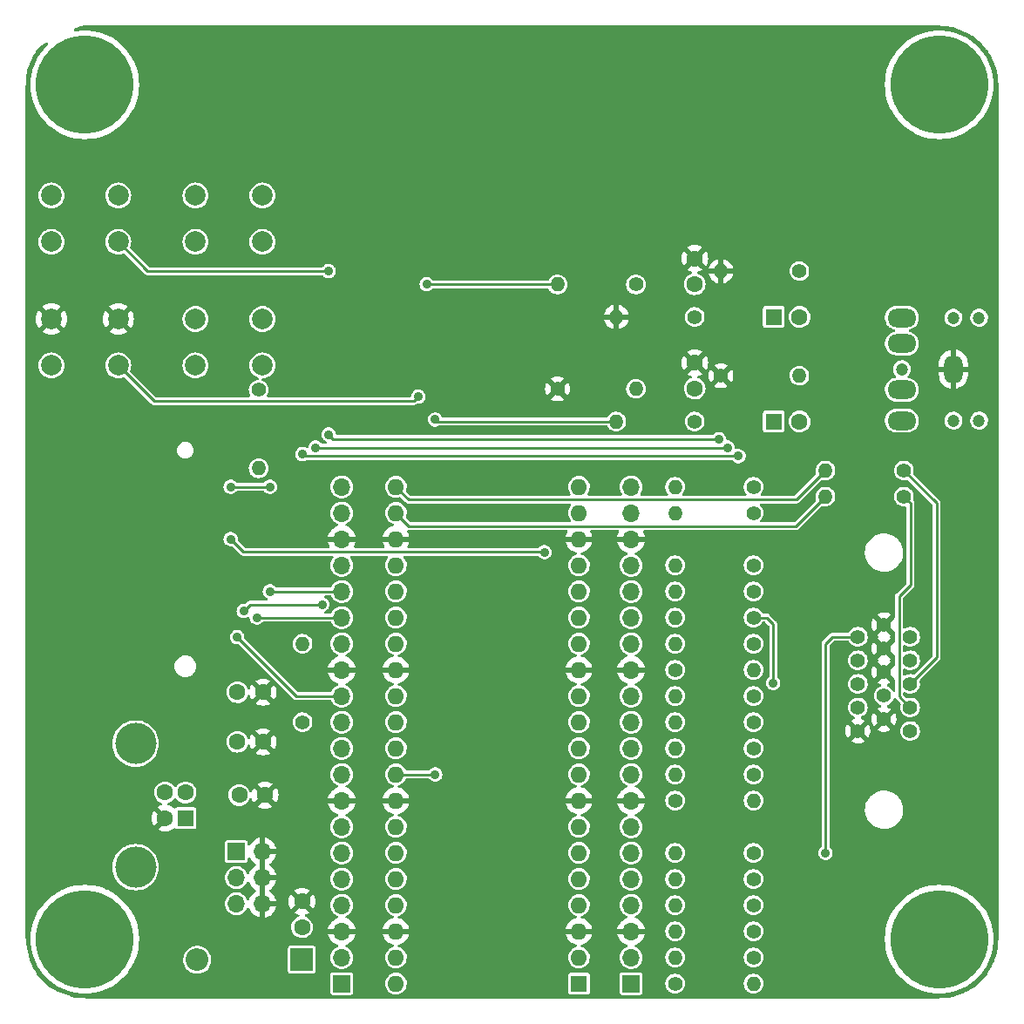
<source format=gbl>
G04 #@! TF.GenerationSoftware,KiCad,Pcbnew,(6.0.1)*
G04 #@! TF.CreationDate,2022-06-10T05:36:32-04:00*
G04 #@! TF.ProjectId,PiPico_SDK,50695069-636f-45f5-9344-4b2e6b696361,2*
G04 #@! TF.SameCoordinates,Original*
G04 #@! TF.FileFunction,Copper,L2,Bot*
G04 #@! TF.FilePolarity,Positive*
%FSLAX46Y46*%
G04 Gerber Fmt 4.6, Leading zero omitted, Abs format (unit mm)*
G04 Created by KiCad (PCBNEW (6.0.1)) date 2022-06-10 05:36:32*
%MOMM*%
%LPD*%
G01*
G04 APERTURE LIST*
G04 #@! TA.AperFunction,ComponentPad*
%ADD10C,9.525000*%
G04 #@! TD*
G04 #@! TA.AperFunction,ComponentPad*
%ADD11C,1.397000*%
G04 #@! TD*
G04 #@! TA.AperFunction,ComponentPad*
%ADD12C,1.400000*%
G04 #@! TD*
G04 #@! TA.AperFunction,ComponentPad*
%ADD13O,1.400000X1.400000*%
G04 #@! TD*
G04 #@! TA.AperFunction,ComponentPad*
%ADD14R,1.600000X1.600000*%
G04 #@! TD*
G04 #@! TA.AperFunction,ComponentPad*
%ADD15O,1.600000X1.600000*%
G04 #@! TD*
G04 #@! TA.AperFunction,ComponentPad*
%ADD16C,1.600000*%
G04 #@! TD*
G04 #@! TA.AperFunction,ComponentPad*
%ADD17C,4.000000*%
G04 #@! TD*
G04 #@! TA.AperFunction,ComponentPad*
%ADD18C,2.000000*%
G04 #@! TD*
G04 #@! TA.AperFunction,ComponentPad*
%ADD19R,2.200000X2.200000*%
G04 #@! TD*
G04 #@! TA.AperFunction,ComponentPad*
%ADD20O,2.200000X2.200000*%
G04 #@! TD*
G04 #@! TA.AperFunction,ComponentPad*
%ADD21C,1.200000*%
G04 #@! TD*
G04 #@! TA.AperFunction,ComponentPad*
%ADD22O,2.800000X1.800000*%
G04 #@! TD*
G04 #@! TA.AperFunction,ComponentPad*
%ADD23O,1.800000X2.800000*%
G04 #@! TD*
G04 #@! TA.AperFunction,ComponentPad*
%ADD24R,1.700000X1.700000*%
G04 #@! TD*
G04 #@! TA.AperFunction,ComponentPad*
%ADD25O,1.700000X1.700000*%
G04 #@! TD*
G04 #@! TA.AperFunction,ViaPad*
%ADD26C,0.889000*%
G04 #@! TD*
G04 #@! TA.AperFunction,Conductor*
%ADD27C,0.254000*%
G04 #@! TD*
G04 APERTURE END LIST*
D10*
X290000000Y-20000000D03*
X373000000Y-103000000D03*
X290000000Y-103000000D03*
X373000000Y-20000000D03*
D11*
X365103590Y-73622370D03*
X365103590Y-75913450D03*
X365103590Y-78199450D03*
X365103590Y-80493070D03*
X365103590Y-82781610D03*
X367643590Y-72476830D03*
X367643590Y-74767910D03*
X367643590Y-77058990D03*
X367643590Y-79347530D03*
X367643590Y-81638610D03*
X370183590Y-73622370D03*
X370183590Y-75913450D03*
X370181050Y-78201990D03*
X370183590Y-80493070D03*
X370183590Y-82781610D03*
D12*
X369570000Y-57460000D03*
D13*
X361950000Y-57460000D03*
D12*
X369570000Y-60000000D03*
D13*
X361950000Y-60000000D03*
D12*
X335915000Y-49530000D03*
D13*
X343535000Y-49530000D03*
D12*
X351790000Y-48260000D03*
D13*
X359410000Y-48260000D03*
D14*
X338000000Y-107315000D03*
D15*
X338000000Y-104775000D03*
X338000000Y-102235000D03*
X338000000Y-99695000D03*
X338000000Y-97155000D03*
X338000000Y-94615000D03*
X338000000Y-92075000D03*
X338000000Y-89535000D03*
X338000000Y-86995000D03*
X338000000Y-84455000D03*
X338000000Y-81915000D03*
X338000000Y-79375000D03*
X338000000Y-76835000D03*
X338000000Y-74295000D03*
X338000000Y-71755000D03*
X338000000Y-69215000D03*
X338000000Y-66675000D03*
X338000000Y-64135000D03*
X338000000Y-61595000D03*
X338000000Y-59055000D03*
X320220000Y-59055000D03*
X320220000Y-61595000D03*
X320220000Y-64135000D03*
X320220000Y-66675000D03*
X320220000Y-69215000D03*
X320220000Y-71755000D03*
X320220000Y-74295000D03*
X320220000Y-76835000D03*
X320220000Y-79375000D03*
X320220000Y-81915000D03*
X320220000Y-84455000D03*
X320220000Y-86995000D03*
X320220000Y-89535000D03*
X320220000Y-92075000D03*
X320220000Y-94615000D03*
X320220000Y-97155000D03*
X320220000Y-99695000D03*
X320220000Y-102235000D03*
X320220000Y-104775000D03*
X320220000Y-107315000D03*
D14*
X299787500Y-91250000D03*
D16*
X299787500Y-88750000D03*
X297787500Y-88750000D03*
X297787500Y-91250000D03*
D17*
X294927500Y-84000000D03*
X294927500Y-96000000D03*
D16*
X349250000Y-49510000D03*
X349250000Y-47010000D03*
D14*
X356934888Y-52705000D03*
D16*
X359434888Y-52705000D03*
X349250000Y-39370000D03*
X349250000Y-36870000D03*
D12*
X354965000Y-99695000D03*
D13*
X347345000Y-99695000D03*
D12*
X359410000Y-38100000D03*
D13*
X351790000Y-38100000D03*
D12*
X354965000Y-71755000D03*
D13*
X347345000Y-71755000D03*
D18*
X300750000Y-42750000D03*
X307250000Y-42750000D03*
X300750000Y-47250000D03*
X307250000Y-47250000D03*
D12*
X354965000Y-61595000D03*
D13*
X347345000Y-61595000D03*
D12*
X354965000Y-69215000D03*
D13*
X347345000Y-69215000D03*
D12*
X354965000Y-79375000D03*
D13*
X347345000Y-79375000D03*
D18*
X293250000Y-42750000D03*
X286750000Y-42750000D03*
X286750000Y-47250000D03*
X293250000Y-47250000D03*
D12*
X354965000Y-86995000D03*
D13*
X347345000Y-86995000D03*
D12*
X354965000Y-81915000D03*
D13*
X347345000Y-81915000D03*
D16*
X311099200Y-101834000D03*
X311099200Y-99334000D03*
D12*
X354965000Y-94615000D03*
D13*
X347345000Y-94615000D03*
D19*
X311080000Y-105000000D03*
D20*
X300920000Y-105000000D03*
D12*
X354965000Y-59055000D03*
D13*
X347345000Y-59055000D03*
D16*
X304820000Y-83820000D03*
X307320000Y-83820000D03*
X305000000Y-89000000D03*
X307500000Y-89000000D03*
D21*
X374380000Y-52625000D03*
X374380000Y-42625000D03*
X376880000Y-42625000D03*
X376880000Y-52625000D03*
X369380000Y-47625000D03*
D22*
X369380000Y-52625000D03*
X369380000Y-49625000D03*
D23*
X374380000Y-47625000D03*
D22*
X369380000Y-42625000D03*
X369380000Y-45125000D03*
D12*
X347345000Y-76835000D03*
D13*
X354965000Y-76835000D03*
D12*
X354965000Y-74295000D03*
D13*
X347345000Y-74295000D03*
D12*
X343535000Y-39390000D03*
D13*
X335915000Y-39390000D03*
D12*
X354965000Y-104775000D03*
D13*
X347345000Y-104775000D03*
D12*
X349250000Y-52705000D03*
D13*
X341630000Y-52705000D03*
D24*
X314960000Y-107315000D03*
D25*
X314960000Y-104775000D03*
X314960000Y-102235000D03*
X314960000Y-99695000D03*
X314960000Y-97155000D03*
X314960000Y-94615000D03*
X314960000Y-92075000D03*
X314960000Y-89535000D03*
X314960000Y-86995000D03*
X314960000Y-84455000D03*
X314960000Y-81915000D03*
X314960000Y-79375000D03*
X314960000Y-76835000D03*
X314960000Y-74295000D03*
X314960000Y-71755000D03*
X314960000Y-69215000D03*
X314960000Y-66675000D03*
X314960000Y-64135000D03*
X314960000Y-61595000D03*
X314960000Y-59055000D03*
D12*
X347345000Y-89535000D03*
D13*
X354965000Y-89535000D03*
D12*
X354965000Y-84455000D03*
D13*
X347345000Y-84455000D03*
D12*
X311150000Y-81915000D03*
D13*
X311150000Y-74295000D03*
D16*
X304820000Y-79000000D03*
X307320000Y-79000000D03*
D12*
X354965000Y-102235000D03*
D13*
X347345000Y-102235000D03*
D14*
X356934888Y-42545000D03*
D16*
X359434888Y-42545000D03*
D18*
X300750000Y-30750000D03*
X307250000Y-30750000D03*
X307250000Y-35250000D03*
X300750000Y-35250000D03*
D12*
X306882800Y-49631600D03*
D13*
X306882800Y-57251600D03*
D12*
X354965000Y-66675000D03*
D13*
X347345000Y-66675000D03*
D24*
X304725000Y-94475000D03*
D25*
X307265000Y-94475000D03*
X304725000Y-97015000D03*
X307265000Y-97015000D03*
X304725000Y-99555000D03*
X307265000Y-99555000D03*
D12*
X347345000Y-107315000D03*
D13*
X354965000Y-107315000D03*
D12*
X354965000Y-97155000D03*
D13*
X347345000Y-97155000D03*
D12*
X349250000Y-42545000D03*
D13*
X341630000Y-42545000D03*
D24*
X343075000Y-107315000D03*
D25*
X343075000Y-104775000D03*
X343075000Y-102235000D03*
X343075000Y-99695000D03*
X343075000Y-97155000D03*
X343075000Y-94615000D03*
X343075000Y-92075000D03*
X343075000Y-89535000D03*
X343075000Y-86995000D03*
X343075000Y-84455000D03*
X343075000Y-81915000D03*
X343075000Y-79375000D03*
X343075000Y-76835000D03*
X343075000Y-74295000D03*
X343075000Y-71755000D03*
X343075000Y-69215000D03*
X343075000Y-66675000D03*
X343075000Y-64135000D03*
X343075000Y-61595000D03*
X343075000Y-59055000D03*
D18*
X293250000Y-30750000D03*
X286750000Y-30750000D03*
X286750000Y-35250000D03*
X293250000Y-35250000D03*
D26*
X304800000Y-68580000D03*
X304800000Y-60960000D03*
X356870000Y-78105000D03*
X323215000Y-39370000D03*
X324040000Y-86995000D03*
X324040000Y-52515000D03*
X304800000Y-73660000D03*
X306705000Y-71755000D03*
X307975000Y-69215000D03*
X307975000Y-59055000D03*
X304165000Y-59055000D03*
X305435000Y-71120000D03*
X313055000Y-70485000D03*
X361950000Y-94615000D03*
X334645000Y-65405000D03*
X304165000Y-64135000D03*
X313690000Y-38100000D03*
X313690000Y-53975000D03*
X351616804Y-54420000D03*
X312420000Y-55244489D03*
X352425000Y-55244489D03*
X311150000Y-55880000D03*
X353505511Y-56069489D03*
X322390000Y-50292480D03*
D27*
X356235000Y-71755000D02*
X354965000Y-71755000D01*
X356870000Y-72390000D02*
X356235000Y-71755000D01*
X356870000Y-78105000D02*
X356870000Y-72390000D01*
X323235000Y-39390000D02*
X335915000Y-39390000D01*
X323215000Y-39370000D02*
X323235000Y-39390000D01*
X324230000Y-52705000D02*
X324040000Y-52515000D01*
X341630000Y-52705000D02*
X324230000Y-52705000D01*
X320220000Y-86995000D02*
X324040000Y-86995000D01*
X310515000Y-79375000D02*
X314960000Y-79375000D01*
X304800000Y-73660000D02*
X310515000Y-79375000D01*
X314960000Y-71755000D02*
X306705000Y-71755000D01*
X314960000Y-69215000D02*
X307975000Y-69215000D01*
X307975000Y-59055000D02*
X304165000Y-59055000D01*
X305435000Y-71120000D02*
X306070000Y-70485000D01*
X306070000Y-70485000D02*
X313055000Y-70485000D01*
X320220000Y-61595000D02*
X321490000Y-62865000D01*
X321490000Y-62865000D02*
X359085000Y-62865000D01*
X359085000Y-62865000D02*
X361950000Y-60000000D01*
X320220000Y-59055000D02*
X321450511Y-60285511D01*
X359124489Y-60285511D02*
X361950000Y-57460000D01*
X321450511Y-60285511D02*
X359124489Y-60285511D01*
X362622630Y-73622370D02*
X365103590Y-73622370D01*
X361950000Y-74295000D02*
X362622630Y-73622370D01*
X361950000Y-94615000D02*
X361950000Y-74295000D01*
X305395511Y-65365511D02*
X334605511Y-65365511D01*
X334605511Y-65365511D02*
X334645000Y-65405000D01*
X304165000Y-64135000D02*
X305395511Y-65365511D01*
X351616804Y-54420000D02*
X314135000Y-54420000D01*
X293250000Y-35250000D02*
X296100000Y-38100000D01*
X314135000Y-54420000D02*
X313690000Y-53975000D01*
X296100000Y-38100000D02*
X313690000Y-38100000D01*
X352424489Y-55245000D02*
X312420000Y-55245000D01*
X312420000Y-55245000D02*
X312420000Y-55244489D01*
X352425000Y-55244489D02*
X352424489Y-55245000D01*
X353505511Y-56069489D02*
X311339489Y-56069489D01*
X311339489Y-56069489D02*
X311150000Y-55880000D01*
X372745000Y-75638040D02*
X370181050Y-78201990D01*
X369570000Y-57460000D02*
X372745000Y-60635000D01*
X372745000Y-60635000D02*
X372745000Y-75638040D01*
X370183590Y-80493070D02*
X369102039Y-79411519D01*
X370205000Y-68580000D02*
X370205000Y-60635000D01*
X370205000Y-60635000D02*
X369570000Y-60000000D01*
X369102039Y-79411519D02*
X369102039Y-69682961D01*
X369102039Y-69682961D02*
X370205000Y-68580000D01*
X293250000Y-47250000D02*
X296712111Y-50712111D01*
X321970369Y-50712111D02*
X322390000Y-50292480D01*
X296712111Y-50712111D02*
X321970369Y-50712111D01*
G04 #@! TA.AperFunction,Conductor*
G36*
X372987153Y-14256421D02*
G01*
X373000000Y-14258976D01*
X373012172Y-14256555D01*
X373021195Y-14256555D01*
X373035786Y-14255406D01*
X373225125Y-14262845D01*
X373445876Y-14271519D01*
X373455739Y-14272295D01*
X373893962Y-14324162D01*
X373903733Y-14325710D01*
X374083151Y-14361398D01*
X374336534Y-14411799D01*
X374346135Y-14414104D01*
X374543282Y-14469705D01*
X374558700Y-14475157D01*
X375943696Y-15068727D01*
X375955622Y-15074602D01*
X375997961Y-15098313D01*
X376006397Y-15103482D01*
X376373303Y-15348641D01*
X376381292Y-15354445D01*
X376454662Y-15412285D01*
X376727839Y-15627641D01*
X376735362Y-15634066D01*
X376853448Y-15743223D01*
X377059412Y-15933614D01*
X377066386Y-15940588D01*
X377190936Y-16075325D01*
X377365934Y-16264638D01*
X377372359Y-16272161D01*
X377528086Y-16469699D01*
X377639326Y-16610806D01*
X377645549Y-16618700D01*
X377651364Y-16626704D01*
X377896524Y-16993612D01*
X377901693Y-17002048D01*
X378117302Y-17387045D01*
X378121794Y-17395860D01*
X378306539Y-17796604D01*
X378310325Y-17805744D01*
X378463058Y-18219746D01*
X378466115Y-18229155D01*
X378585893Y-18653855D01*
X378588203Y-18663476D01*
X378674290Y-19096267D01*
X378675838Y-19106038D01*
X378727705Y-19544261D01*
X378728481Y-19554124D01*
X378744594Y-19964210D01*
X378743445Y-19978805D01*
X378743445Y-19987828D01*
X378741024Y-20000000D01*
X378743445Y-20012170D01*
X378743579Y-20012844D01*
X378746000Y-20037425D01*
X378746000Y-102962575D01*
X378743579Y-102987153D01*
X378741024Y-103000000D01*
X378743445Y-103012172D01*
X378743445Y-103021195D01*
X378744594Y-103035786D01*
X378737675Y-103211883D01*
X378728481Y-103445876D01*
X378727705Y-103455739D01*
X378675838Y-103893962D01*
X378674290Y-103903733D01*
X378588203Y-104336524D01*
X378585893Y-104346145D01*
X378466115Y-104770845D01*
X378463058Y-104780254D01*
X378371575Y-105028231D01*
X378323238Y-105159255D01*
X378310325Y-105194256D01*
X378306540Y-105203393D01*
X378121794Y-105604140D01*
X378117303Y-105612953D01*
X378057343Y-105720020D01*
X377901693Y-105997952D01*
X377896524Y-106006388D01*
X377662195Y-106357087D01*
X377651364Y-106373296D01*
X377645555Y-106381292D01*
X377564695Y-106483863D01*
X377372359Y-106727839D01*
X377365934Y-106735362D01*
X377315729Y-106789674D01*
X377066386Y-107059412D01*
X377059412Y-107066386D01*
X376991995Y-107128706D01*
X376735362Y-107365934D01*
X376727839Y-107372359D01*
X376565755Y-107500136D01*
X376381292Y-107645555D01*
X376373303Y-107651359D01*
X376223671Y-107751340D01*
X376006388Y-107896524D01*
X375997952Y-107901693D01*
X375612955Y-108117302D01*
X375604142Y-108121793D01*
X375312881Y-108256066D01*
X375305692Y-108259380D01*
X375297183Y-108262931D01*
X374713329Y-108481876D01*
X374703288Y-108485168D01*
X374346144Y-108585893D01*
X374336524Y-108588203D01*
X373903733Y-108674290D01*
X373893962Y-108675838D01*
X373455739Y-108727705D01*
X373445876Y-108728481D01*
X373225125Y-108737155D01*
X373035786Y-108744594D01*
X373021195Y-108743445D01*
X373012172Y-108743445D01*
X373000000Y-108741024D01*
X372987153Y-108743579D01*
X372962575Y-108746000D01*
X290037425Y-108746000D01*
X290012847Y-108743579D01*
X290000000Y-108741024D01*
X289987828Y-108743445D01*
X289978805Y-108743445D01*
X289964214Y-108744594D01*
X289774875Y-108737155D01*
X289554124Y-108728481D01*
X289544261Y-108727705D01*
X289106038Y-108675838D01*
X289096267Y-108674290D01*
X288663477Y-108588203D01*
X288653858Y-108585894D01*
X288642059Y-108582566D01*
X288589377Y-108567709D01*
X288576221Y-108563200D01*
X287157158Y-107987432D01*
X287142979Y-107980618D01*
X287002039Y-107901688D01*
X286993612Y-107896524D01*
X286776329Y-107751340D01*
X286626697Y-107651359D01*
X286618708Y-107645555D01*
X286434245Y-107500136D01*
X286272161Y-107372359D01*
X286264638Y-107365934D01*
X286008005Y-107128706D01*
X285940588Y-107066386D01*
X285933614Y-107059412D01*
X285684271Y-106789674D01*
X285634066Y-106735362D01*
X285627641Y-106727839D01*
X285435305Y-106483863D01*
X285354445Y-106381292D01*
X285348636Y-106373296D01*
X285337806Y-106357087D01*
X285103476Y-106006388D01*
X285098307Y-105997952D01*
X284942657Y-105720020D01*
X284882697Y-105612953D01*
X284878206Y-105604140D01*
X284693460Y-105203393D01*
X284689675Y-105194255D01*
X284630722Y-105034454D01*
X284626099Y-105018907D01*
X284277369Y-103492501D01*
X284275077Y-103479245D01*
X284272295Y-103455736D01*
X284271519Y-103445876D01*
X284262325Y-103211883D01*
X284255406Y-103035786D01*
X284256555Y-103021195D01*
X284256555Y-103012172D01*
X284258976Y-103000000D01*
X284723978Y-103000000D01*
X284724098Y-103002748D01*
X284743876Y-103455736D01*
X284744055Y-103459836D01*
X284772758Y-103677859D01*
X284801861Y-103898911D01*
X284804133Y-103916172D01*
X284903754Y-104365535D01*
X284904582Y-104368160D01*
X284904583Y-104368165D01*
X285034026Y-104778704D01*
X285042161Y-104804506D01*
X285218300Y-105229743D01*
X285430831Y-105638011D01*
X285678136Y-106026202D01*
X285829230Y-106223111D01*
X285947982Y-106377872D01*
X285958333Y-106391362D01*
X286269289Y-106730711D01*
X286608638Y-107041667D01*
X286610800Y-107043326D01*
X286610806Y-107043331D01*
X286670093Y-107088823D01*
X286973798Y-107321864D01*
X287361989Y-107569169D01*
X287770257Y-107781700D01*
X288195494Y-107957839D01*
X288198114Y-107958665D01*
X288198122Y-107958668D01*
X288631835Y-108095417D01*
X288631840Y-108095418D01*
X288634465Y-108096246D01*
X289083828Y-108195867D01*
X289086548Y-108196225D01*
X289086553Y-108196226D01*
X289257423Y-108218721D01*
X289540164Y-108255945D01*
X289542913Y-108256065D01*
X289542924Y-108256066D01*
X289997252Y-108275902D01*
X290000000Y-108276022D01*
X290002748Y-108275902D01*
X290457076Y-108256066D01*
X290457087Y-108256065D01*
X290459836Y-108255945D01*
X290742577Y-108218721D01*
X290913447Y-108196226D01*
X290913452Y-108196225D01*
X290916172Y-108195867D01*
X291365535Y-108096246D01*
X291368160Y-108095418D01*
X291368165Y-108095417D01*
X291801878Y-107958668D01*
X291801886Y-107958665D01*
X291804506Y-107957839D01*
X292229743Y-107781700D01*
X292638011Y-107569169D01*
X293026202Y-107321864D01*
X293329907Y-107088823D01*
X293389194Y-107043331D01*
X293389200Y-107043326D01*
X293391362Y-107041667D01*
X293730711Y-106730711D01*
X293997160Y-106439933D01*
X313855500Y-106439933D01*
X313855501Y-108190066D01*
X313860321Y-108214301D01*
X313867390Y-108249840D01*
X313870266Y-108264301D01*
X313877161Y-108274620D01*
X313877162Y-108274622D01*
X313897712Y-108305377D01*
X313926516Y-108348484D01*
X314010699Y-108404734D01*
X314084933Y-108419500D01*
X314959858Y-108419500D01*
X315835066Y-108419499D01*
X315870818Y-108412388D01*
X315897126Y-108407156D01*
X315897128Y-108407155D01*
X315909301Y-108404734D01*
X315919621Y-108397839D01*
X315919622Y-108397838D01*
X315983168Y-108355377D01*
X315993484Y-108348484D01*
X316049734Y-108264301D01*
X316064500Y-108190067D01*
X316064499Y-107300206D01*
X319160501Y-107300206D01*
X319177806Y-107506278D01*
X319234807Y-107705066D01*
X319237625Y-107710548D01*
X319237626Y-107710552D01*
X319326514Y-107883509D01*
X319326517Y-107883513D01*
X319329334Y-107888995D01*
X319457786Y-108051061D01*
X319462479Y-108055055D01*
X319462480Y-108055056D01*
X319555095Y-108133877D01*
X319615271Y-108185091D01*
X319795789Y-108285980D01*
X319992466Y-108349884D01*
X320197809Y-108374370D01*
X320203944Y-108373898D01*
X320203946Y-108373898D01*
X320397856Y-108358977D01*
X320397860Y-108358976D01*
X320403998Y-108358504D01*
X320603178Y-108302892D01*
X320608682Y-108300112D01*
X320608684Y-108300111D01*
X320782262Y-108212431D01*
X320782264Y-108212430D01*
X320787763Y-108209652D01*
X320950722Y-108082334D01*
X320954748Y-108077670D01*
X320954751Y-108077667D01*
X321081819Y-107930457D01*
X321081820Y-107930455D01*
X321085848Y-107925789D01*
X321140784Y-107829085D01*
X321184950Y-107751340D01*
X321184952Y-107751336D01*
X321187995Y-107745979D01*
X321240642Y-107587715D01*
X321251325Y-107555601D01*
X321251326Y-107555598D01*
X321253270Y-107549753D01*
X321279189Y-107344586D01*
X321279602Y-107315000D01*
X321259422Y-107109189D01*
X321199651Y-106911217D01*
X321151108Y-106819921D01*
X321105459Y-106734067D01*
X321105457Y-106734064D01*
X321102565Y-106728625D01*
X321098674Y-106723855D01*
X321098672Y-106723851D01*
X320975758Y-106573143D01*
X320975755Y-106573140D01*
X320971863Y-106568368D01*
X320964966Y-106562662D01*
X320877052Y-106489933D01*
X336945500Y-106489933D01*
X336945501Y-108140066D01*
X336951636Y-108170913D01*
X336956600Y-108195867D01*
X336960266Y-108214301D01*
X336967161Y-108224620D01*
X336967162Y-108224622D01*
X336999779Y-108273436D01*
X337016516Y-108298484D01*
X337100699Y-108354734D01*
X337174933Y-108369500D01*
X337999866Y-108369500D01*
X338825066Y-108369499D01*
X338860818Y-108362388D01*
X338887126Y-108357156D01*
X338887128Y-108357155D01*
X338899301Y-108354734D01*
X338909621Y-108347839D01*
X338909622Y-108347838D01*
X338973168Y-108305377D01*
X338983484Y-108298484D01*
X339039734Y-108214301D01*
X339054500Y-108140067D01*
X339054499Y-106489934D01*
X339045785Y-106446120D01*
X339044554Y-106439933D01*
X341970500Y-106439933D01*
X341970501Y-108190066D01*
X341975321Y-108214301D01*
X341982390Y-108249840D01*
X341985266Y-108264301D01*
X341992161Y-108274620D01*
X341992162Y-108274622D01*
X342012712Y-108305377D01*
X342041516Y-108348484D01*
X342125699Y-108404734D01*
X342199933Y-108419500D01*
X343074858Y-108419500D01*
X343950066Y-108419499D01*
X343985818Y-108412388D01*
X344012126Y-108407156D01*
X344012128Y-108407155D01*
X344024301Y-108404734D01*
X344034621Y-108397839D01*
X344034622Y-108397838D01*
X344098168Y-108355377D01*
X344108484Y-108348484D01*
X344164734Y-108264301D01*
X344179500Y-108190067D01*
X344179499Y-107301609D01*
X346385975Y-107301609D01*
X346401639Y-107488139D01*
X346403338Y-107494064D01*
X346446776Y-107645549D01*
X346453235Y-107668075D01*
X346456050Y-107673552D01*
X346456051Y-107673555D01*
X346472267Y-107705108D01*
X346538797Y-107834562D01*
X346542620Y-107839386D01*
X346542623Y-107839390D01*
X346648539Y-107973021D01*
X346655068Y-107981259D01*
X346659762Y-107985254D01*
X346789203Y-108095417D01*
X346797618Y-108102579D01*
X346802996Y-108105585D01*
X346802998Y-108105586D01*
X346831999Y-108121794D01*
X346961018Y-108193900D01*
X347139043Y-108251744D01*
X347324914Y-108273908D01*
X347331049Y-108273436D01*
X347331051Y-108273436D01*
X347505408Y-108260020D01*
X347505413Y-108260019D01*
X347511549Y-108259547D01*
X347517479Y-108257891D01*
X347517481Y-108257891D01*
X347636637Y-108224622D01*
X347691841Y-108209209D01*
X347718254Y-108195867D01*
X347816705Y-108146135D01*
X347858921Y-108124810D01*
X347887376Y-108102579D01*
X348001571Y-108013360D01*
X348001572Y-108013360D01*
X348006427Y-108009566D01*
X348128738Y-107867867D01*
X348221198Y-107705108D01*
X348280283Y-107527491D01*
X348303744Y-107341780D01*
X348304118Y-107315000D01*
X348302805Y-107301609D01*
X354005975Y-107301609D01*
X354021639Y-107488139D01*
X354023338Y-107494064D01*
X354066776Y-107645549D01*
X354073235Y-107668075D01*
X354076050Y-107673552D01*
X354076051Y-107673555D01*
X354092267Y-107705108D01*
X354158797Y-107834562D01*
X354162620Y-107839386D01*
X354162623Y-107839390D01*
X354268539Y-107973021D01*
X354275068Y-107981259D01*
X354279762Y-107985254D01*
X354409203Y-108095417D01*
X354417618Y-108102579D01*
X354422996Y-108105585D01*
X354422998Y-108105586D01*
X354451999Y-108121794D01*
X354581018Y-108193900D01*
X354759043Y-108251744D01*
X354944914Y-108273908D01*
X354951049Y-108273436D01*
X354951051Y-108273436D01*
X355125408Y-108260020D01*
X355125413Y-108260019D01*
X355131549Y-108259547D01*
X355137479Y-108257891D01*
X355137481Y-108257891D01*
X355256637Y-108224622D01*
X355311841Y-108209209D01*
X355338254Y-108195867D01*
X355436705Y-108146135D01*
X355478921Y-108124810D01*
X355507376Y-108102579D01*
X355621571Y-108013360D01*
X355621572Y-108013360D01*
X355626427Y-108009566D01*
X355748738Y-107867867D01*
X355841198Y-107705108D01*
X355900283Y-107527491D01*
X355923744Y-107341780D01*
X355924118Y-107315000D01*
X355905852Y-107128706D01*
X355851749Y-106949509D01*
X355842316Y-106931768D01*
X355766764Y-106789674D01*
X355766762Y-106789671D01*
X355763870Y-106784232D01*
X355759980Y-106779462D01*
X355759977Y-106779458D01*
X355649457Y-106643948D01*
X355649454Y-106643945D01*
X355645562Y-106639173D01*
X355501332Y-106519855D01*
X355336673Y-106430824D01*
X355209190Y-106391362D01*
X355163744Y-106377294D01*
X355163741Y-106377293D01*
X355157857Y-106375472D01*
X355151732Y-106374828D01*
X355151731Y-106374828D01*
X354977824Y-106356549D01*
X354977823Y-106356549D01*
X354971696Y-106355905D01*
X354895143Y-106362872D01*
X354791418Y-106372312D01*
X354791415Y-106372313D01*
X354785279Y-106372871D01*
X354779373Y-106374609D01*
X354779369Y-106374610D01*
X354644075Y-106414429D01*
X354605708Y-106425721D01*
X354439822Y-106512444D01*
X354435022Y-106516304D01*
X354435021Y-106516304D01*
X354425718Y-106523784D01*
X354293940Y-106629736D01*
X354173619Y-106773130D01*
X354170655Y-106778522D01*
X354170652Y-106778526D01*
X354108172Y-106892178D01*
X354083441Y-106937163D01*
X354081580Y-106943030D01*
X354081579Y-106943032D01*
X354042445Y-107066397D01*
X354026841Y-107115588D01*
X354005975Y-107301609D01*
X348302805Y-107301609D01*
X348285852Y-107128706D01*
X348231749Y-106949509D01*
X348222316Y-106931768D01*
X348146764Y-106789674D01*
X348146762Y-106789671D01*
X348143870Y-106784232D01*
X348139980Y-106779462D01*
X348139977Y-106779458D01*
X348029457Y-106643948D01*
X348029454Y-106643945D01*
X348025562Y-106639173D01*
X347881332Y-106519855D01*
X347716673Y-106430824D01*
X347589190Y-106391362D01*
X347543744Y-106377294D01*
X347543741Y-106377293D01*
X347537857Y-106375472D01*
X347531732Y-106374828D01*
X347531731Y-106374828D01*
X347357824Y-106356549D01*
X347357823Y-106356549D01*
X347351696Y-106355905D01*
X347275143Y-106362872D01*
X347171418Y-106372312D01*
X347171415Y-106372313D01*
X347165279Y-106372871D01*
X347159373Y-106374609D01*
X347159369Y-106374610D01*
X347024075Y-106414429D01*
X346985708Y-106425721D01*
X346819822Y-106512444D01*
X346815022Y-106516304D01*
X346815021Y-106516304D01*
X346805718Y-106523784D01*
X346673940Y-106629736D01*
X346553619Y-106773130D01*
X346550655Y-106778522D01*
X346550652Y-106778526D01*
X346488172Y-106892178D01*
X346463441Y-106937163D01*
X346461580Y-106943030D01*
X346461579Y-106943032D01*
X346422445Y-107066397D01*
X346406841Y-107115588D01*
X346385975Y-107301609D01*
X344179499Y-107301609D01*
X344179499Y-106439934D01*
X344164734Y-106365699D01*
X344157251Y-106354499D01*
X344115377Y-106291832D01*
X344108484Y-106281516D01*
X344024301Y-106225266D01*
X343950067Y-106210500D01*
X343075142Y-106210500D01*
X342199934Y-106210501D01*
X342164182Y-106217612D01*
X342137874Y-106222844D01*
X342137872Y-106222845D01*
X342125699Y-106225266D01*
X342115379Y-106232161D01*
X342115378Y-106232162D01*
X342080565Y-106255424D01*
X342041516Y-106281516D01*
X341985266Y-106365699D01*
X341970500Y-106439933D01*
X339044554Y-106439933D01*
X339042156Y-106427874D01*
X339042155Y-106427872D01*
X339039734Y-106415699D01*
X339023473Y-106391362D01*
X338992484Y-106344985D01*
X338983484Y-106331516D01*
X338899301Y-106275266D01*
X338825067Y-106260500D01*
X338000134Y-106260500D01*
X337174934Y-106260501D01*
X337142651Y-106266922D01*
X337112874Y-106272844D01*
X337112872Y-106272845D01*
X337100699Y-106275266D01*
X337090379Y-106282161D01*
X337090378Y-106282162D01*
X337054393Y-106306207D01*
X337016516Y-106331516D01*
X336960266Y-106415699D01*
X336945500Y-106489933D01*
X320877052Y-106489933D01*
X320817271Y-106440478D01*
X320817266Y-106440475D01*
X320812522Y-106436550D01*
X320807103Y-106433620D01*
X320807100Y-106433618D01*
X320636032Y-106341122D01*
X320636027Y-106341120D01*
X320630612Y-106338192D01*
X320433063Y-106277040D01*
X320426938Y-106276396D01*
X320426937Y-106276396D01*
X320233526Y-106256068D01*
X320233524Y-106256068D01*
X320227397Y-106255424D01*
X320117369Y-106265437D01*
X320027591Y-106273607D01*
X320027590Y-106273607D01*
X320021450Y-106274166D01*
X319823066Y-106332554D01*
X319817601Y-106335411D01*
X319645261Y-106425508D01*
X319645257Y-106425511D01*
X319639801Y-106428363D01*
X319478635Y-106557943D01*
X319345708Y-106716360D01*
X319246082Y-106897578D01*
X319183553Y-107094696D01*
X319182867Y-107100813D01*
X319182866Y-107100817D01*
X319180523Y-107121707D01*
X319160501Y-107300206D01*
X316064499Y-107300206D01*
X316064499Y-106439934D01*
X316049734Y-106365699D01*
X316042251Y-106354499D01*
X316000377Y-106291832D01*
X315993484Y-106281516D01*
X315909301Y-106225266D01*
X315835067Y-106210500D01*
X314960142Y-106210500D01*
X314084934Y-106210501D01*
X314049182Y-106217612D01*
X314022874Y-106222844D01*
X314022872Y-106222845D01*
X314010699Y-106225266D01*
X314000379Y-106232161D01*
X314000378Y-106232162D01*
X313965565Y-106255424D01*
X313926516Y-106281516D01*
X313870266Y-106365699D01*
X313855500Y-106439933D01*
X293997160Y-106439933D01*
X294041667Y-106391362D01*
X294052019Y-106377872D01*
X294170770Y-106223111D01*
X294321864Y-106026202D01*
X294569169Y-105638011D01*
X294781700Y-105229743D01*
X294890617Y-104966793D01*
X299561264Y-104966793D01*
X299561561Y-104971946D01*
X299561561Y-104971949D01*
X299571857Y-105150512D01*
X299574085Y-105189156D01*
X299575222Y-105194202D01*
X299575223Y-105194208D01*
X299596009Y-105286442D01*
X299623052Y-105406439D01*
X299624994Y-105411221D01*
X299624995Y-105411225D01*
X299704905Y-105608020D01*
X299706849Y-105612807D01*
X299743387Y-105672431D01*
X299812682Y-105785510D01*
X299823226Y-105802717D01*
X299969058Y-105971070D01*
X300140428Y-106113344D01*
X300332734Y-106225718D01*
X300337559Y-106227560D01*
X300337560Y-106227561D01*
X300349609Y-106232162D01*
X300540811Y-106305175D01*
X300545879Y-106306206D01*
X300545882Y-106306207D01*
X300636400Y-106324623D01*
X300759072Y-106349581D01*
X300764247Y-106349771D01*
X300764249Y-106349771D01*
X300976491Y-106357554D01*
X300976495Y-106357554D01*
X300981655Y-106357743D01*
X300986775Y-106357087D01*
X300986777Y-106357087D01*
X301057642Y-106348009D01*
X301202582Y-106329441D01*
X301207531Y-106327956D01*
X301207537Y-106327955D01*
X301410969Y-106266922D01*
X301410968Y-106266922D01*
X301415919Y-106265437D01*
X301615939Y-106167448D01*
X301620144Y-106164448D01*
X301620150Y-106164445D01*
X301793065Y-106041106D01*
X301793067Y-106041104D01*
X301797269Y-106038107D01*
X301955039Y-105880887D01*
X301974063Y-105854413D01*
X302081994Y-105704210D01*
X302085012Y-105700010D01*
X302098643Y-105672431D01*
X302181404Y-105504976D01*
X302181405Y-105504974D01*
X302183698Y-105500334D01*
X302235566Y-105329616D01*
X302246945Y-105292164D01*
X302246945Y-105292163D01*
X302248447Y-105287220D01*
X302256485Y-105226165D01*
X302277082Y-105069716D01*
X302277082Y-105069710D01*
X302277519Y-105066394D01*
X302279142Y-105000000D01*
X302260892Y-104778017D01*
X302206631Y-104561995D01*
X302203458Y-104554696D01*
X302119877Y-104362473D01*
X302119875Y-104362470D01*
X302117817Y-104357736D01*
X302115011Y-104353398D01*
X301999645Y-104175070D01*
X301999640Y-104175064D01*
X301996834Y-104170726D01*
X301851910Y-104011455D01*
X301850411Y-104009808D01*
X301850409Y-104009806D01*
X301846933Y-104005986D01*
X301842882Y-104002787D01*
X301842878Y-104002783D01*
X301698264Y-103888575D01*
X301680990Y-103874933D01*
X309725500Y-103874933D01*
X309725501Y-106125066D01*
X309732612Y-106160818D01*
X309733931Y-106167448D01*
X309740266Y-106199301D01*
X309747161Y-106209620D01*
X309747162Y-106209622D01*
X309762223Y-106232162D01*
X309796516Y-106283484D01*
X309806832Y-106290377D01*
X309869954Y-106332554D01*
X309880699Y-106339734D01*
X309954933Y-106354500D01*
X311079818Y-106354500D01*
X312205066Y-106354499D01*
X312240818Y-106347388D01*
X312267126Y-106342156D01*
X312267128Y-106342155D01*
X312279301Y-106339734D01*
X312289621Y-106332839D01*
X312289622Y-106332838D01*
X312353168Y-106290377D01*
X312363484Y-106283484D01*
X312400851Y-106227561D01*
X312412839Y-106209620D01*
X312419734Y-106199301D01*
X312434500Y-106125067D01*
X312434499Y-103874934D01*
X312426022Y-103832312D01*
X312422156Y-103812874D01*
X312422155Y-103812872D01*
X312419734Y-103800699D01*
X312408930Y-103784529D01*
X312370377Y-103726832D01*
X312363484Y-103716516D01*
X312304460Y-103677077D01*
X312289620Y-103667161D01*
X312279301Y-103660266D01*
X312205067Y-103645500D01*
X311080182Y-103645500D01*
X309954934Y-103645501D01*
X309922289Y-103651994D01*
X309892874Y-103657844D01*
X309892872Y-103657845D01*
X309880699Y-103660266D01*
X309870379Y-103667161D01*
X309870378Y-103667162D01*
X309839679Y-103687675D01*
X309796516Y-103716516D01*
X309740266Y-103800699D01*
X309725500Y-103874933D01*
X301680990Y-103874933D01*
X301672138Y-103867942D01*
X301572379Y-103812872D01*
X301481675Y-103762800D01*
X301481672Y-103762799D01*
X301477144Y-103760299D01*
X301311410Y-103701610D01*
X301272059Y-103687675D01*
X301272056Y-103687674D01*
X301267187Y-103685950D01*
X301262098Y-103685043D01*
X301262096Y-103685043D01*
X301052996Y-103647796D01*
X301052990Y-103647795D01*
X301047907Y-103646890D01*
X300974094Y-103645988D01*
X300830361Y-103644232D01*
X300830359Y-103644232D01*
X300825191Y-103644169D01*
X300605022Y-103677859D01*
X300393311Y-103747057D01*
X300388723Y-103749445D01*
X300388719Y-103749447D01*
X300200334Y-103847514D01*
X300195745Y-103849903D01*
X300191612Y-103853006D01*
X300191609Y-103853008D01*
X300021765Y-103980531D01*
X300017630Y-103983636D01*
X299863748Y-104144664D01*
X299738233Y-104328663D01*
X299736060Y-104333345D01*
X299736058Y-104333348D01*
X299700706Y-104409509D01*
X299644455Y-104530691D01*
X299584932Y-104745322D01*
X299561264Y-104966793D01*
X294890617Y-104966793D01*
X294957839Y-104804506D01*
X294965975Y-104778704D01*
X295095417Y-104368165D01*
X295095418Y-104368160D01*
X295096246Y-104365535D01*
X295195867Y-103916172D01*
X295198140Y-103898911D01*
X295227242Y-103677859D01*
X295255945Y-103459836D01*
X295256125Y-103455736D01*
X295275902Y-103002748D01*
X295276022Y-103000000D01*
X295271482Y-102896007D01*
X295256066Y-102542924D01*
X295256065Y-102542913D01*
X295255945Y-102540164D01*
X295195867Y-102083828D01*
X295137202Y-101819206D01*
X310039701Y-101819206D01*
X310043132Y-101860062D01*
X310052192Y-101967947D01*
X310057006Y-102025278D01*
X310114007Y-102224066D01*
X310116825Y-102229548D01*
X310116826Y-102229552D01*
X310205714Y-102402509D01*
X310205717Y-102402513D01*
X310208534Y-102407995D01*
X310336986Y-102570061D01*
X310341679Y-102574055D01*
X310341680Y-102574056D01*
X310407968Y-102630471D01*
X310494471Y-102704091D01*
X310674989Y-102804980D01*
X310871666Y-102868884D01*
X311077009Y-102893370D01*
X311083144Y-102892898D01*
X311083146Y-102892898D01*
X311277056Y-102877977D01*
X311277060Y-102877976D01*
X311283198Y-102877504D01*
X311482378Y-102821892D01*
X311487882Y-102819112D01*
X311487884Y-102819111D01*
X311661462Y-102731431D01*
X311661464Y-102731430D01*
X311666963Y-102728652D01*
X311829922Y-102601334D01*
X311833948Y-102596670D01*
X311833951Y-102596667D01*
X311914831Y-102502966D01*
X313628257Y-102502966D01*
X313658565Y-102637446D01*
X313661645Y-102647275D01*
X313741770Y-102844603D01*
X313746413Y-102853794D01*
X313857694Y-103035388D01*
X313863777Y-103043699D01*
X314003213Y-103204667D01*
X314010580Y-103211883D01*
X314174434Y-103347916D01*
X314182881Y-103353831D01*
X314366756Y-103461279D01*
X314376042Y-103465729D01*
X314525124Y-103522657D01*
X314581627Y-103565644D01*
X314605920Y-103632355D01*
X314590290Y-103701610D01*
X314539699Y-103751421D01*
X314523785Y-103758579D01*
X314482463Y-103773824D01*
X314308010Y-103877612D01*
X314303670Y-103881418D01*
X314303666Y-103881421D01*
X314182851Y-103987374D01*
X314155392Y-104011455D01*
X314151817Y-104015990D01*
X314151816Y-104015991D01*
X314134931Y-104037409D01*
X314029720Y-104170869D01*
X314027031Y-104175980D01*
X314027029Y-104175983D01*
X313988258Y-104249674D01*
X313935203Y-104350515D01*
X313875007Y-104544378D01*
X313851148Y-104745964D01*
X313864424Y-104948522D01*
X313865845Y-104954118D01*
X313865846Y-104954123D01*
X313886119Y-105033945D01*
X313914392Y-105145269D01*
X313916809Y-105150512D01*
X313952163Y-105227201D01*
X313999377Y-105329616D01*
X314002710Y-105334332D01*
X314100965Y-105473360D01*
X314116533Y-105495389D01*
X314120675Y-105499424D01*
X314177637Y-105554913D01*
X314261938Y-105637035D01*
X314266742Y-105640245D01*
X314310090Y-105669209D01*
X314430720Y-105749812D01*
X314436023Y-105752090D01*
X314436026Y-105752092D01*
X314572238Y-105810613D01*
X314617228Y-105829942D01*
X314690244Y-105846464D01*
X314809579Y-105873467D01*
X314809584Y-105873468D01*
X314815216Y-105874742D01*
X314820987Y-105874969D01*
X314820989Y-105874969D01*
X314880756Y-105877317D01*
X315018053Y-105882712D01*
X315118499Y-105868148D01*
X315213231Y-105854413D01*
X315213236Y-105854412D01*
X315218945Y-105853584D01*
X315224409Y-105851729D01*
X315224414Y-105851728D01*
X315405693Y-105790192D01*
X315405698Y-105790190D01*
X315411165Y-105788334D01*
X315588276Y-105689147D01*
X315615586Y-105666434D01*
X315739913Y-105563031D01*
X315744345Y-105559345D01*
X315788521Y-105506230D01*
X315870453Y-105407718D01*
X315870455Y-105407715D01*
X315874147Y-105403276D01*
X315942012Y-105282094D01*
X315970510Y-105231208D01*
X315970511Y-105231206D01*
X315973334Y-105226165D01*
X315975190Y-105220698D01*
X315975192Y-105220693D01*
X316036728Y-105039414D01*
X316036729Y-105039409D01*
X316038584Y-105033945D01*
X316039412Y-105028236D01*
X316039413Y-105028231D01*
X316067179Y-104836727D01*
X316067712Y-104833053D01*
X316069232Y-104775000D01*
X316050658Y-104572859D01*
X316046255Y-104557247D01*
X315997125Y-104383046D01*
X315997124Y-104383044D01*
X315995557Y-104377487D01*
X315989782Y-104365775D01*
X315908331Y-104200609D01*
X315905776Y-104195428D01*
X315784320Y-104032779D01*
X315676124Y-103932763D01*
X315639503Y-103898911D01*
X315635258Y-103894987D01*
X315630375Y-103891906D01*
X315630371Y-103891903D01*
X315469466Y-103790380D01*
X315463581Y-103786667D01*
X315391614Y-103757955D01*
X315335755Y-103714134D01*
X315312455Y-103647069D01*
X315329111Y-103578054D01*
X315380436Y-103529000D01*
X315402098Y-103520239D01*
X315452252Y-103505192D01*
X315461842Y-103501433D01*
X315653095Y-103407739D01*
X315661945Y-103402464D01*
X315835328Y-103278792D01*
X315843200Y-103272139D01*
X315994052Y-103121812D01*
X316000730Y-103113965D01*
X316125003Y-102941020D01*
X316130313Y-102932183D01*
X316224670Y-102741267D01*
X316228469Y-102731672D01*
X316290377Y-102527910D01*
X316292555Y-102517837D01*
X316293986Y-102506962D01*
X316293138Y-102501522D01*
X318937273Y-102501522D01*
X318984764Y-102678761D01*
X318988510Y-102689053D01*
X319080586Y-102886511D01*
X319086069Y-102896007D01*
X319211028Y-103074467D01*
X319218084Y-103082875D01*
X319372125Y-103236916D01*
X319380533Y-103243972D01*
X319558993Y-103368931D01*
X319568489Y-103374414D01*
X319765947Y-103466490D01*
X319776239Y-103470236D01*
X319941015Y-103514387D01*
X320001638Y-103551339D01*
X320032659Y-103615199D01*
X320024231Y-103685694D01*
X319979028Y-103740441D01*
X319943979Y-103756967D01*
X319893493Y-103771826D01*
X319823066Y-103792554D01*
X319817601Y-103795411D01*
X319645261Y-103885508D01*
X319645257Y-103885511D01*
X319639801Y-103888363D01*
X319478635Y-104017943D01*
X319345708Y-104176360D01*
X319246082Y-104357578D01*
X319183553Y-104554696D01*
X319182867Y-104560813D01*
X319182866Y-104560817D01*
X319161594Y-104750459D01*
X319160501Y-104760206D01*
X319164522Y-104808090D01*
X319175831Y-104942755D01*
X319177806Y-104966278D01*
X319234807Y-105165066D01*
X319237625Y-105170548D01*
X319237626Y-105170552D01*
X319326514Y-105343509D01*
X319326517Y-105343513D01*
X319329334Y-105348995D01*
X319457786Y-105511061D01*
X319462479Y-105515055D01*
X319462480Y-105515056D01*
X319609683Y-105640335D01*
X319615271Y-105645091D01*
X319795789Y-105745980D01*
X319992466Y-105809884D01*
X320197809Y-105834370D01*
X320203944Y-105833898D01*
X320203946Y-105833898D01*
X320397856Y-105818977D01*
X320397860Y-105818976D01*
X320403998Y-105818504D01*
X320603178Y-105762892D01*
X320608682Y-105760112D01*
X320608684Y-105760111D01*
X320782262Y-105672431D01*
X320782264Y-105672430D01*
X320787763Y-105669652D01*
X320950722Y-105542334D01*
X320954748Y-105537670D01*
X320954751Y-105537667D01*
X321081819Y-105390457D01*
X321081820Y-105390455D01*
X321085848Y-105385789D01*
X321174495Y-105229743D01*
X321184950Y-105211340D01*
X321184952Y-105211336D01*
X321187995Y-105205979D01*
X321245053Y-105034454D01*
X321251325Y-105015601D01*
X321251326Y-105015598D01*
X321253270Y-105009753D01*
X321279189Y-104804586D01*
X321279602Y-104775000D01*
X321259422Y-104569189D01*
X321199651Y-104371217D01*
X321151108Y-104279921D01*
X321105459Y-104194067D01*
X321105457Y-104194064D01*
X321102565Y-104188625D01*
X321098674Y-104183855D01*
X321098672Y-104183851D01*
X320975758Y-104033143D01*
X320975755Y-104033140D01*
X320971863Y-104028368D01*
X320964966Y-104022662D01*
X320817271Y-103900478D01*
X320817266Y-103900475D01*
X320812522Y-103896550D01*
X320807103Y-103893620D01*
X320807100Y-103893618D01*
X320636032Y-103801122D01*
X320636027Y-103801120D01*
X320630612Y-103798192D01*
X320495118Y-103756249D01*
X320435959Y-103716999D01*
X320407412Y-103651994D01*
X320418541Y-103581875D01*
X320465812Y-103528904D01*
X320499767Y-103514178D01*
X320663761Y-103470236D01*
X320674053Y-103466490D01*
X320871511Y-103374414D01*
X320881007Y-103368931D01*
X321059467Y-103243972D01*
X321067875Y-103236916D01*
X321221916Y-103082875D01*
X321228972Y-103074467D01*
X321353931Y-102896007D01*
X321359414Y-102886511D01*
X321451490Y-102689053D01*
X321455236Y-102678761D01*
X321501394Y-102506497D01*
X321501275Y-102501522D01*
X336717273Y-102501522D01*
X336764764Y-102678761D01*
X336768510Y-102689053D01*
X336860586Y-102886511D01*
X336866069Y-102896007D01*
X336991028Y-103074467D01*
X336998084Y-103082875D01*
X337152125Y-103236916D01*
X337160533Y-103243972D01*
X337338993Y-103368931D01*
X337348489Y-103374414D01*
X337545947Y-103466490D01*
X337556239Y-103470236D01*
X337721015Y-103514387D01*
X337781638Y-103551339D01*
X337812659Y-103615199D01*
X337804231Y-103685694D01*
X337759028Y-103740441D01*
X337723979Y-103756967D01*
X337673493Y-103771826D01*
X337603066Y-103792554D01*
X337597601Y-103795411D01*
X337425261Y-103885508D01*
X337425257Y-103885511D01*
X337419801Y-103888363D01*
X337258635Y-104017943D01*
X337125708Y-104176360D01*
X337026082Y-104357578D01*
X336963553Y-104554696D01*
X336962867Y-104560813D01*
X336962866Y-104560817D01*
X336941594Y-104750459D01*
X336940501Y-104760206D01*
X336944522Y-104808090D01*
X336955831Y-104942755D01*
X336957806Y-104966278D01*
X337014807Y-105165066D01*
X337017625Y-105170548D01*
X337017626Y-105170552D01*
X337106514Y-105343509D01*
X337106517Y-105343513D01*
X337109334Y-105348995D01*
X337237786Y-105511061D01*
X337242479Y-105515055D01*
X337242480Y-105515056D01*
X337389683Y-105640335D01*
X337395271Y-105645091D01*
X337575789Y-105745980D01*
X337772466Y-105809884D01*
X337977809Y-105834370D01*
X337983944Y-105833898D01*
X337983946Y-105833898D01*
X338177856Y-105818977D01*
X338177860Y-105818976D01*
X338183998Y-105818504D01*
X338383178Y-105762892D01*
X338388682Y-105760112D01*
X338388684Y-105760111D01*
X338562262Y-105672431D01*
X338562264Y-105672430D01*
X338567763Y-105669652D01*
X338730722Y-105542334D01*
X338734748Y-105537670D01*
X338734751Y-105537667D01*
X338861819Y-105390457D01*
X338861820Y-105390455D01*
X338865848Y-105385789D01*
X338954495Y-105229743D01*
X338964950Y-105211340D01*
X338964952Y-105211336D01*
X338967995Y-105205979D01*
X339025053Y-105034454D01*
X339031325Y-105015601D01*
X339031326Y-105015598D01*
X339033270Y-105009753D01*
X339059189Y-104804586D01*
X339059602Y-104775000D01*
X339039422Y-104569189D01*
X338979651Y-104371217D01*
X338931108Y-104279921D01*
X338885459Y-104194067D01*
X338885457Y-104194064D01*
X338882565Y-104188625D01*
X338878674Y-104183855D01*
X338878672Y-104183851D01*
X338755758Y-104033143D01*
X338755755Y-104033140D01*
X338751863Y-104028368D01*
X338744966Y-104022662D01*
X338597271Y-103900478D01*
X338597266Y-103900475D01*
X338592522Y-103896550D01*
X338587103Y-103893620D01*
X338587100Y-103893618D01*
X338416032Y-103801122D01*
X338416027Y-103801120D01*
X338410612Y-103798192D01*
X338275118Y-103756249D01*
X338215959Y-103716999D01*
X338187412Y-103651994D01*
X338198541Y-103581875D01*
X338245812Y-103528904D01*
X338279767Y-103514178D01*
X338443761Y-103470236D01*
X338454053Y-103466490D01*
X338651511Y-103374414D01*
X338661007Y-103368931D01*
X338839467Y-103243972D01*
X338847875Y-103236916D01*
X339001916Y-103082875D01*
X339008972Y-103074467D01*
X339133931Y-102896007D01*
X339139414Y-102886511D01*
X339231490Y-102689053D01*
X339235236Y-102678761D01*
X339281394Y-102506497D01*
X339281310Y-102502966D01*
X341743257Y-102502966D01*
X341773565Y-102637446D01*
X341776645Y-102647275D01*
X341856770Y-102844603D01*
X341861413Y-102853794D01*
X341972694Y-103035388D01*
X341978777Y-103043699D01*
X342118213Y-103204667D01*
X342125580Y-103211883D01*
X342289434Y-103347916D01*
X342297881Y-103353831D01*
X342481756Y-103461279D01*
X342491042Y-103465729D01*
X342640124Y-103522657D01*
X342696627Y-103565644D01*
X342720920Y-103632355D01*
X342705290Y-103701610D01*
X342654699Y-103751421D01*
X342638785Y-103758579D01*
X342597463Y-103773824D01*
X342423010Y-103877612D01*
X342418670Y-103881418D01*
X342418666Y-103881421D01*
X342297851Y-103987374D01*
X342270392Y-104011455D01*
X342266817Y-104015990D01*
X342266816Y-104015991D01*
X342249931Y-104037409D01*
X342144720Y-104170869D01*
X342142031Y-104175980D01*
X342142029Y-104175983D01*
X342103258Y-104249674D01*
X342050203Y-104350515D01*
X341990007Y-104544378D01*
X341966148Y-104745964D01*
X341979424Y-104948522D01*
X341980845Y-104954118D01*
X341980846Y-104954123D01*
X342001119Y-105033945D01*
X342029392Y-105145269D01*
X342031809Y-105150512D01*
X342067163Y-105227201D01*
X342114377Y-105329616D01*
X342117710Y-105334332D01*
X342215965Y-105473360D01*
X342231533Y-105495389D01*
X342235675Y-105499424D01*
X342292637Y-105554913D01*
X342376938Y-105637035D01*
X342381742Y-105640245D01*
X342425090Y-105669209D01*
X342545720Y-105749812D01*
X342551023Y-105752090D01*
X342551026Y-105752092D01*
X342687238Y-105810613D01*
X342732228Y-105829942D01*
X342805244Y-105846464D01*
X342924579Y-105873467D01*
X342924584Y-105873468D01*
X342930216Y-105874742D01*
X342935987Y-105874969D01*
X342935989Y-105874969D01*
X342995756Y-105877317D01*
X343133053Y-105882712D01*
X343233499Y-105868148D01*
X343328231Y-105854413D01*
X343328236Y-105854412D01*
X343333945Y-105853584D01*
X343339409Y-105851729D01*
X343339414Y-105851728D01*
X343520693Y-105790192D01*
X343520698Y-105790190D01*
X343526165Y-105788334D01*
X343703276Y-105689147D01*
X343730586Y-105666434D01*
X343854913Y-105563031D01*
X343859345Y-105559345D01*
X343903521Y-105506230D01*
X343985453Y-105407718D01*
X343985455Y-105407715D01*
X343989147Y-105403276D01*
X344057012Y-105282094D01*
X344085510Y-105231208D01*
X344085511Y-105231206D01*
X344088334Y-105226165D01*
X344090190Y-105220698D01*
X344090192Y-105220693D01*
X344151728Y-105039414D01*
X344151729Y-105039409D01*
X344153584Y-105033945D01*
X344154412Y-105028236D01*
X344154413Y-105028231D01*
X344182179Y-104836727D01*
X344182712Y-104833053D01*
X344184232Y-104775000D01*
X344183002Y-104761609D01*
X346385975Y-104761609D01*
X346401639Y-104948139D01*
X346403338Y-104954064D01*
X346426390Y-105034454D01*
X346453235Y-105128075D01*
X346456050Y-105133552D01*
X346456051Y-105133555D01*
X346506742Y-105232189D01*
X346538797Y-105294562D01*
X346542620Y-105299386D01*
X346542623Y-105299390D01*
X346620964Y-105398231D01*
X346655068Y-105441259D01*
X346659762Y-105445254D01*
X346788611Y-105554913D01*
X346797618Y-105562579D01*
X346802996Y-105565585D01*
X346802998Y-105565586D01*
X346837396Y-105584810D01*
X346961018Y-105653900D01*
X347139043Y-105711744D01*
X347324914Y-105733908D01*
X347331049Y-105733436D01*
X347331051Y-105733436D01*
X347505408Y-105720020D01*
X347505413Y-105720019D01*
X347511549Y-105719547D01*
X347517479Y-105717891D01*
X347517481Y-105717891D01*
X347685913Y-105670864D01*
X347685912Y-105670864D01*
X347691841Y-105669209D01*
X347722148Y-105653900D01*
X347770774Y-105629337D01*
X347858921Y-105584810D01*
X347887376Y-105562579D01*
X348001571Y-105473360D01*
X348001572Y-105473360D01*
X348006427Y-105469566D01*
X348128738Y-105327867D01*
X348221198Y-105165108D01*
X348280283Y-104987491D01*
X348303744Y-104801780D01*
X348304118Y-104775000D01*
X348302805Y-104761609D01*
X354005975Y-104761609D01*
X354021639Y-104948139D01*
X354023338Y-104954064D01*
X354046390Y-105034454D01*
X354073235Y-105128075D01*
X354076050Y-105133552D01*
X354076051Y-105133555D01*
X354126742Y-105232189D01*
X354158797Y-105294562D01*
X354162620Y-105299386D01*
X354162623Y-105299390D01*
X354240964Y-105398231D01*
X354275068Y-105441259D01*
X354279762Y-105445254D01*
X354408611Y-105554913D01*
X354417618Y-105562579D01*
X354422996Y-105565585D01*
X354422998Y-105565586D01*
X354457396Y-105584810D01*
X354581018Y-105653900D01*
X354759043Y-105711744D01*
X354944914Y-105733908D01*
X354951049Y-105733436D01*
X354951051Y-105733436D01*
X355125408Y-105720020D01*
X355125413Y-105720019D01*
X355131549Y-105719547D01*
X355137479Y-105717891D01*
X355137481Y-105717891D01*
X355305913Y-105670864D01*
X355305912Y-105670864D01*
X355311841Y-105669209D01*
X355342148Y-105653900D01*
X355390774Y-105629337D01*
X355478921Y-105584810D01*
X355507376Y-105562579D01*
X355621571Y-105473360D01*
X355621572Y-105473360D01*
X355626427Y-105469566D01*
X355748738Y-105327867D01*
X355841198Y-105165108D01*
X355900283Y-104987491D01*
X355923744Y-104801780D01*
X355924118Y-104775000D01*
X355905852Y-104588706D01*
X355851749Y-104409509D01*
X355842316Y-104391768D01*
X355766764Y-104249674D01*
X355766762Y-104249671D01*
X355763870Y-104244232D01*
X355759980Y-104239462D01*
X355759977Y-104239458D01*
X355649457Y-104103948D01*
X355649454Y-104103945D01*
X355645562Y-104099173D01*
X355501332Y-103979855D01*
X355336673Y-103890824D01*
X355247265Y-103863148D01*
X355163744Y-103837294D01*
X355163741Y-103837293D01*
X355157857Y-103835472D01*
X355151732Y-103834828D01*
X355151731Y-103834828D01*
X354977824Y-103816549D01*
X354977823Y-103816549D01*
X354971696Y-103815905D01*
X354895143Y-103822872D01*
X354791418Y-103832312D01*
X354791415Y-103832313D01*
X354785279Y-103832871D01*
X354779373Y-103834609D01*
X354779369Y-103834610D01*
X354662987Y-103868863D01*
X354605708Y-103885721D01*
X354439822Y-103972444D01*
X354435022Y-103976304D01*
X354435021Y-103976304D01*
X354429764Y-103980531D01*
X354293940Y-104089736D01*
X354173619Y-104233130D01*
X354170655Y-104238522D01*
X354170652Y-104238526D01*
X354111488Y-104346145D01*
X354083441Y-104397163D01*
X354081580Y-104403030D01*
X354081579Y-104403032D01*
X354033468Y-104554696D01*
X354026841Y-104575588D01*
X354005975Y-104761609D01*
X348302805Y-104761609D01*
X348285852Y-104588706D01*
X348231749Y-104409509D01*
X348222316Y-104391768D01*
X348146764Y-104249674D01*
X348146762Y-104249671D01*
X348143870Y-104244232D01*
X348139980Y-104239462D01*
X348139977Y-104239458D01*
X348029457Y-104103948D01*
X348029454Y-104103945D01*
X348025562Y-104099173D01*
X347881332Y-103979855D01*
X347716673Y-103890824D01*
X347627265Y-103863148D01*
X347543744Y-103837294D01*
X347543741Y-103837293D01*
X347537857Y-103835472D01*
X347531732Y-103834828D01*
X347531731Y-103834828D01*
X347357824Y-103816549D01*
X347357823Y-103816549D01*
X347351696Y-103815905D01*
X347275143Y-103822872D01*
X347171418Y-103832312D01*
X347171415Y-103832313D01*
X347165279Y-103832871D01*
X347159373Y-103834609D01*
X347159369Y-103834610D01*
X347042987Y-103868863D01*
X346985708Y-103885721D01*
X346819822Y-103972444D01*
X346815022Y-103976304D01*
X346815021Y-103976304D01*
X346809764Y-103980531D01*
X346673940Y-104089736D01*
X346553619Y-104233130D01*
X346550655Y-104238522D01*
X346550652Y-104238526D01*
X346491488Y-104346145D01*
X346463441Y-104397163D01*
X346461580Y-104403030D01*
X346461579Y-104403032D01*
X346413468Y-104554696D01*
X346406841Y-104575588D01*
X346385975Y-104761609D01*
X344183002Y-104761609D01*
X344165658Y-104572859D01*
X344161255Y-104557247D01*
X344112125Y-104383046D01*
X344112124Y-104383044D01*
X344110557Y-104377487D01*
X344104782Y-104365775D01*
X344023331Y-104200609D01*
X344020776Y-104195428D01*
X343899320Y-104032779D01*
X343791124Y-103932763D01*
X343754503Y-103898911D01*
X343750258Y-103894987D01*
X343745375Y-103891906D01*
X343745371Y-103891903D01*
X343584466Y-103790380D01*
X343578581Y-103786667D01*
X343506614Y-103757955D01*
X343450755Y-103714134D01*
X343427455Y-103647069D01*
X343444111Y-103578054D01*
X343495436Y-103529000D01*
X343517098Y-103520239D01*
X343567252Y-103505192D01*
X343576842Y-103501433D01*
X343768095Y-103407739D01*
X343776945Y-103402464D01*
X343950328Y-103278792D01*
X343958200Y-103272139D01*
X344109052Y-103121812D01*
X344115730Y-103113965D01*
X344240003Y-102941020D01*
X344245313Y-102932183D01*
X344339670Y-102741267D01*
X344343469Y-102731672D01*
X344405377Y-102527910D01*
X344407555Y-102517837D01*
X344408986Y-102506962D01*
X344406775Y-102492778D01*
X344393617Y-102489000D01*
X341758225Y-102489000D01*
X341744694Y-102492973D01*
X341743257Y-102502966D01*
X339281310Y-102502966D01*
X339281058Y-102492401D01*
X339273116Y-102489000D01*
X336732033Y-102489000D01*
X336718502Y-102492973D01*
X336717273Y-102501522D01*
X321501275Y-102501522D01*
X321501058Y-102492401D01*
X321493116Y-102489000D01*
X318952033Y-102489000D01*
X318938502Y-102492973D01*
X318937273Y-102501522D01*
X316293138Y-102501522D01*
X316291775Y-102492778D01*
X316278617Y-102489000D01*
X313643225Y-102489000D01*
X313629694Y-102492973D01*
X313628257Y-102502966D01*
X311914831Y-102502966D01*
X311961019Y-102449457D01*
X311961020Y-102449455D01*
X311965048Y-102444789D01*
X312067195Y-102264979D01*
X312081622Y-102221609D01*
X346385975Y-102221609D01*
X346401639Y-102408139D01*
X346403338Y-102414064D01*
X346448070Y-102570061D01*
X346453235Y-102588075D01*
X346456050Y-102593552D01*
X346456051Y-102593555D01*
X346514403Y-102707096D01*
X346538797Y-102754562D01*
X346542620Y-102759386D01*
X346542623Y-102759390D01*
X346634926Y-102875846D01*
X346655068Y-102901259D01*
X346797618Y-103022579D01*
X346802996Y-103025585D01*
X346802998Y-103025586D01*
X346835408Y-103043699D01*
X346961018Y-103113900D01*
X347139043Y-103171744D01*
X347324914Y-103193908D01*
X347331049Y-103193436D01*
X347331051Y-103193436D01*
X347505408Y-103180020D01*
X347505413Y-103180019D01*
X347511549Y-103179547D01*
X347517479Y-103177891D01*
X347517481Y-103177891D01*
X347685913Y-103130864D01*
X347685912Y-103130864D01*
X347691841Y-103129209D01*
X347706485Y-103121812D01*
X347783566Y-103082875D01*
X347858921Y-103044810D01*
X347887376Y-103022579D01*
X348001571Y-102933360D01*
X348001572Y-102933360D01*
X348006427Y-102929566D01*
X348094844Y-102827134D01*
X348124709Y-102792535D01*
X348124710Y-102792533D01*
X348128738Y-102787867D01*
X348221198Y-102625108D01*
X348280283Y-102447491D01*
X348303744Y-102261780D01*
X348304118Y-102235000D01*
X348302805Y-102221609D01*
X354005975Y-102221609D01*
X354021639Y-102408139D01*
X354023338Y-102414064D01*
X354068070Y-102570061D01*
X354073235Y-102588075D01*
X354076050Y-102593552D01*
X354076051Y-102593555D01*
X354134403Y-102707096D01*
X354158797Y-102754562D01*
X354162620Y-102759386D01*
X354162623Y-102759390D01*
X354254926Y-102875846D01*
X354275068Y-102901259D01*
X354417618Y-103022579D01*
X354422996Y-103025585D01*
X354422998Y-103025586D01*
X354455408Y-103043699D01*
X354581018Y-103113900D01*
X354759043Y-103171744D01*
X354944914Y-103193908D01*
X354951049Y-103193436D01*
X354951051Y-103193436D01*
X355125408Y-103180020D01*
X355125413Y-103180019D01*
X355131549Y-103179547D01*
X355137479Y-103177891D01*
X355137481Y-103177891D01*
X355305913Y-103130864D01*
X355305912Y-103130864D01*
X355311841Y-103129209D01*
X355326485Y-103121812D01*
X355403566Y-103082875D01*
X355478921Y-103044810D01*
X355507376Y-103022579D01*
X355536276Y-103000000D01*
X367723978Y-103000000D01*
X367724098Y-103002748D01*
X367743876Y-103455736D01*
X367744055Y-103459836D01*
X367772758Y-103677859D01*
X367801861Y-103898911D01*
X367804133Y-103916172D01*
X367903754Y-104365535D01*
X367904582Y-104368160D01*
X367904583Y-104368165D01*
X368034026Y-104778704D01*
X368042161Y-104804506D01*
X368218300Y-105229743D01*
X368430831Y-105638011D01*
X368678136Y-106026202D01*
X368829230Y-106223111D01*
X368947982Y-106377872D01*
X368958333Y-106391362D01*
X369269289Y-106730711D01*
X369608638Y-107041667D01*
X369610800Y-107043326D01*
X369610806Y-107043331D01*
X369670093Y-107088823D01*
X369973798Y-107321864D01*
X370361989Y-107569169D01*
X370770257Y-107781700D01*
X371195494Y-107957839D01*
X371198114Y-107958665D01*
X371198122Y-107958668D01*
X371631835Y-108095417D01*
X371631840Y-108095418D01*
X371634465Y-108096246D01*
X372083828Y-108195867D01*
X372086548Y-108196225D01*
X372086553Y-108196226D01*
X372257423Y-108218721D01*
X372540164Y-108255945D01*
X372542913Y-108256065D01*
X372542924Y-108256066D01*
X372997252Y-108275902D01*
X373000000Y-108276022D01*
X373002748Y-108275902D01*
X373457076Y-108256066D01*
X373457087Y-108256065D01*
X373459836Y-108255945D01*
X373742577Y-108218721D01*
X373913447Y-108196226D01*
X373913452Y-108196225D01*
X373916172Y-108195867D01*
X374365535Y-108096246D01*
X374368160Y-108095418D01*
X374368165Y-108095417D01*
X374801878Y-107958668D01*
X374801886Y-107958665D01*
X374804506Y-107957839D01*
X375229743Y-107781700D01*
X375638011Y-107569169D01*
X376026202Y-107321864D01*
X376329907Y-107088823D01*
X376389194Y-107043331D01*
X376389200Y-107043326D01*
X376391362Y-107041667D01*
X376730711Y-106730711D01*
X377041667Y-106391362D01*
X377052019Y-106377872D01*
X377170770Y-106223111D01*
X377321864Y-106026202D01*
X377569169Y-105638011D01*
X377781700Y-105229743D01*
X377957839Y-104804506D01*
X377965975Y-104778704D01*
X378095417Y-104368165D01*
X378095418Y-104368160D01*
X378096246Y-104365535D01*
X378195867Y-103916172D01*
X378198140Y-103898911D01*
X378227242Y-103677859D01*
X378255945Y-103459836D01*
X378256125Y-103455736D01*
X378275902Y-103002748D01*
X378276022Y-103000000D01*
X378271482Y-102896007D01*
X378256066Y-102542924D01*
X378256065Y-102542913D01*
X378255945Y-102540164D01*
X378195867Y-102083828D01*
X378096246Y-101634465D01*
X378094267Y-101628189D01*
X377958668Y-101198122D01*
X377958665Y-101198114D01*
X377957839Y-101195494D01*
X377787477Y-100784203D01*
X377782753Y-100772799D01*
X377782752Y-100772798D01*
X377781700Y-100770257D01*
X377569169Y-100361989D01*
X377321864Y-99973798D01*
X377110777Y-99698704D01*
X377043331Y-99610806D01*
X377043326Y-99610800D01*
X377041667Y-99608638D01*
X376730711Y-99269289D01*
X376391362Y-98958333D01*
X376389200Y-98956674D01*
X376389194Y-98956669D01*
X376211706Y-98820478D01*
X376026202Y-98678136D01*
X375638011Y-98430831D01*
X375229743Y-98218300D01*
X375185730Y-98200069D01*
X375109114Y-98168334D01*
X374804506Y-98042161D01*
X374801886Y-98041335D01*
X374801878Y-98041332D01*
X374368165Y-97904583D01*
X374368160Y-97904582D01*
X374365535Y-97903754D01*
X373916172Y-97804133D01*
X373913452Y-97803775D01*
X373913447Y-97803774D01*
X373742577Y-97781279D01*
X373459836Y-97744055D01*
X373457087Y-97743935D01*
X373457076Y-97743934D01*
X373002748Y-97724098D01*
X373000000Y-97723978D01*
X372997252Y-97724098D01*
X372542924Y-97743934D01*
X372542913Y-97743935D01*
X372540164Y-97744055D01*
X372257423Y-97781279D01*
X372086553Y-97803774D01*
X372086548Y-97803775D01*
X372083828Y-97804133D01*
X371634465Y-97903754D01*
X371631840Y-97904582D01*
X371631835Y-97904583D01*
X371198122Y-98041332D01*
X371198114Y-98041335D01*
X371195494Y-98042161D01*
X370890886Y-98168334D01*
X370814271Y-98200069D01*
X370770257Y-98218300D01*
X370361989Y-98430831D01*
X369973798Y-98678136D01*
X369788294Y-98820478D01*
X369610806Y-98956669D01*
X369610800Y-98956674D01*
X369608638Y-98958333D01*
X369269289Y-99269289D01*
X368958333Y-99608638D01*
X368956674Y-99610800D01*
X368956669Y-99610806D01*
X368889223Y-99698704D01*
X368678136Y-99973798D01*
X368430831Y-100361989D01*
X368218300Y-100770257D01*
X368217248Y-100772798D01*
X368217247Y-100772799D01*
X368212523Y-100784203D01*
X368042161Y-101195494D01*
X368041335Y-101198114D01*
X368041332Y-101198122D01*
X367905733Y-101628189D01*
X367903754Y-101634465D01*
X367804133Y-102083828D01*
X367744055Y-102540164D01*
X367743935Y-102542913D01*
X367743934Y-102542924D01*
X367728518Y-102896007D01*
X367723978Y-103000000D01*
X355536276Y-103000000D01*
X355621571Y-102933360D01*
X355621572Y-102933360D01*
X355626427Y-102929566D01*
X355714844Y-102827134D01*
X355744709Y-102792535D01*
X355744710Y-102792533D01*
X355748738Y-102787867D01*
X355841198Y-102625108D01*
X355900283Y-102447491D01*
X355923744Y-102261780D01*
X355924118Y-102235000D01*
X355905852Y-102048706D01*
X355851749Y-101869509D01*
X355815256Y-101800875D01*
X355766764Y-101709674D01*
X355766762Y-101709671D01*
X355763870Y-101704232D01*
X355759980Y-101699462D01*
X355759977Y-101699458D01*
X355649457Y-101563948D01*
X355649454Y-101563945D01*
X355645562Y-101559173D01*
X355501332Y-101439855D01*
X355336673Y-101350824D01*
X355247265Y-101323148D01*
X355163744Y-101297294D01*
X355163741Y-101297293D01*
X355157857Y-101295472D01*
X355151732Y-101294828D01*
X355151731Y-101294828D01*
X354977824Y-101276549D01*
X354977823Y-101276549D01*
X354971696Y-101275905D01*
X354895143Y-101282872D01*
X354791418Y-101292312D01*
X354791415Y-101292313D01*
X354785279Y-101292871D01*
X354779373Y-101294609D01*
X354779369Y-101294610D01*
X354644075Y-101334429D01*
X354605708Y-101345721D01*
X354439822Y-101432444D01*
X354435022Y-101436304D01*
X354435021Y-101436304D01*
X354425718Y-101443784D01*
X354293940Y-101549736D01*
X354173619Y-101693130D01*
X354170655Y-101698522D01*
X354170652Y-101698526D01*
X354107675Y-101813081D01*
X354083441Y-101857163D01*
X354081580Y-101863030D01*
X354081579Y-101863032D01*
X354028703Y-102029718D01*
X354026841Y-102035588D01*
X354005975Y-102221609D01*
X348302805Y-102221609D01*
X348285852Y-102048706D01*
X348231749Y-101869509D01*
X348195256Y-101800875D01*
X348146764Y-101709674D01*
X348146762Y-101709671D01*
X348143870Y-101704232D01*
X348139980Y-101699462D01*
X348139977Y-101699458D01*
X348029457Y-101563948D01*
X348029454Y-101563945D01*
X348025562Y-101559173D01*
X347881332Y-101439855D01*
X347716673Y-101350824D01*
X347627265Y-101323148D01*
X347543744Y-101297294D01*
X347543741Y-101297293D01*
X347537857Y-101295472D01*
X347531732Y-101294828D01*
X347531731Y-101294828D01*
X347357824Y-101276549D01*
X347357823Y-101276549D01*
X347351696Y-101275905D01*
X347275143Y-101282872D01*
X347171418Y-101292312D01*
X347171415Y-101292313D01*
X347165279Y-101292871D01*
X347159373Y-101294609D01*
X347159369Y-101294610D01*
X347024075Y-101334429D01*
X346985708Y-101345721D01*
X346819822Y-101432444D01*
X346815022Y-101436304D01*
X346815021Y-101436304D01*
X346805718Y-101443784D01*
X346673940Y-101549736D01*
X346553619Y-101693130D01*
X346550655Y-101698522D01*
X346550652Y-101698526D01*
X346487675Y-101813081D01*
X346463441Y-101857163D01*
X346461580Y-101863030D01*
X346461579Y-101863032D01*
X346408703Y-102029718D01*
X346406841Y-102035588D01*
X346385975Y-102221609D01*
X312081622Y-102221609D01*
X312126549Y-102086553D01*
X312130525Y-102074601D01*
X312130526Y-102074598D01*
X312132470Y-102068753D01*
X312145049Y-101969183D01*
X313624389Y-101969183D01*
X313625912Y-101977607D01*
X313638292Y-101981000D01*
X316278344Y-101981000D01*
X316291875Y-101977027D01*
X316293180Y-101967947D01*
X316292064Y-101963503D01*
X318938606Y-101963503D01*
X318938942Y-101977599D01*
X318946884Y-101981000D01*
X321487967Y-101981000D01*
X321501498Y-101977027D01*
X321502727Y-101968478D01*
X321501394Y-101963503D01*
X336718606Y-101963503D01*
X336718942Y-101977599D01*
X336726884Y-101981000D01*
X339267967Y-101981000D01*
X339281498Y-101977027D01*
X339282626Y-101969183D01*
X341739389Y-101969183D01*
X341740912Y-101977607D01*
X341753292Y-101981000D01*
X344393344Y-101981000D01*
X344406875Y-101977027D01*
X344408180Y-101967947D01*
X344366214Y-101800875D01*
X344362894Y-101791124D01*
X344277972Y-101595814D01*
X344273105Y-101586739D01*
X344157426Y-101407926D01*
X344151136Y-101399757D01*
X344007806Y-101242240D01*
X344000273Y-101235215D01*
X343833139Y-101103222D01*
X343824552Y-101097517D01*
X343638117Y-100994599D01*
X343628705Y-100990369D01*
X343514391Y-100949888D01*
X343456855Y-100908294D01*
X343430939Y-100842196D01*
X343444873Y-100772580D01*
X343494232Y-100721549D01*
X343515943Y-100711804D01*
X343526165Y-100708334D01*
X343587775Y-100673831D01*
X343621860Y-100654742D01*
X343703276Y-100609147D01*
X343715727Y-100598792D01*
X343854913Y-100483031D01*
X343859345Y-100479345D01*
X343908498Y-100420245D01*
X343985453Y-100327718D01*
X343985455Y-100327715D01*
X343989147Y-100323276D01*
X344088334Y-100146165D01*
X344090190Y-100140698D01*
X344090192Y-100140693D01*
X344151728Y-99959414D01*
X344151729Y-99959409D01*
X344153584Y-99953945D01*
X344154412Y-99948236D01*
X344154413Y-99948231D01*
X344177637Y-99788053D01*
X344182712Y-99753053D01*
X344184232Y-99695000D01*
X344183002Y-99681609D01*
X346385975Y-99681609D01*
X346386491Y-99687752D01*
X346397049Y-99813475D01*
X346401639Y-99868139D01*
X346403338Y-99874064D01*
X346442664Y-100011208D01*
X346453235Y-100048075D01*
X346456050Y-100053552D01*
X346456051Y-100053555D01*
X346522718Y-100183276D01*
X346538797Y-100214562D01*
X346542620Y-100219386D01*
X346542623Y-100219390D01*
X346620964Y-100318231D01*
X346655068Y-100361259D01*
X346659762Y-100365254D01*
X346788611Y-100474913D01*
X346797618Y-100482579D01*
X346802996Y-100485585D01*
X346802998Y-100485586D01*
X346837396Y-100504810D01*
X346961018Y-100573900D01*
X347139043Y-100631744D01*
X347324914Y-100653908D01*
X347331049Y-100653436D01*
X347331051Y-100653436D01*
X347505408Y-100640020D01*
X347505413Y-100640019D01*
X347511549Y-100639547D01*
X347517479Y-100637891D01*
X347517481Y-100637891D01*
X347680301Y-100592431D01*
X347691841Y-100589209D01*
X347722148Y-100573900D01*
X347809426Y-100529812D01*
X347858921Y-100504810D01*
X347887376Y-100482579D01*
X348001571Y-100393360D01*
X348001572Y-100393360D01*
X348006427Y-100389566D01*
X348128738Y-100247867D01*
X348221198Y-100085108D01*
X348280283Y-99907491D01*
X348303744Y-99721780D01*
X348304118Y-99695000D01*
X348302805Y-99681609D01*
X354005975Y-99681609D01*
X354006491Y-99687752D01*
X354017049Y-99813475D01*
X354021639Y-99868139D01*
X354023338Y-99874064D01*
X354062664Y-100011208D01*
X354073235Y-100048075D01*
X354076050Y-100053552D01*
X354076051Y-100053555D01*
X354142718Y-100183276D01*
X354158797Y-100214562D01*
X354162620Y-100219386D01*
X354162623Y-100219390D01*
X354240964Y-100318231D01*
X354275068Y-100361259D01*
X354279762Y-100365254D01*
X354408611Y-100474913D01*
X354417618Y-100482579D01*
X354422996Y-100485585D01*
X354422998Y-100485586D01*
X354457396Y-100504810D01*
X354581018Y-100573900D01*
X354759043Y-100631744D01*
X354944914Y-100653908D01*
X354951049Y-100653436D01*
X354951051Y-100653436D01*
X355125408Y-100640020D01*
X355125413Y-100640019D01*
X355131549Y-100639547D01*
X355137479Y-100637891D01*
X355137481Y-100637891D01*
X355300301Y-100592431D01*
X355311841Y-100589209D01*
X355342148Y-100573900D01*
X355429426Y-100529812D01*
X355478921Y-100504810D01*
X355507376Y-100482579D01*
X355621571Y-100393360D01*
X355621572Y-100393360D01*
X355626427Y-100389566D01*
X355748738Y-100247867D01*
X355841198Y-100085108D01*
X355900283Y-99907491D01*
X355923744Y-99721780D01*
X355924118Y-99695000D01*
X355905852Y-99508706D01*
X355851749Y-99329509D01*
X355842316Y-99311768D01*
X355766764Y-99169674D01*
X355766762Y-99169671D01*
X355763870Y-99164232D01*
X355759980Y-99159462D01*
X355759977Y-99159458D01*
X355649457Y-99023948D01*
X355649454Y-99023945D01*
X355645562Y-99019173D01*
X355501332Y-98899855D01*
X355336673Y-98810824D01*
X355247265Y-98783148D01*
X355163744Y-98757294D01*
X355163741Y-98757293D01*
X355157857Y-98755472D01*
X355151732Y-98754828D01*
X355151731Y-98754828D01*
X354977824Y-98736549D01*
X354977823Y-98736549D01*
X354971696Y-98735905D01*
X354895143Y-98742872D01*
X354791418Y-98752312D01*
X354791415Y-98752313D01*
X354785279Y-98752871D01*
X354779373Y-98754609D01*
X354779369Y-98754610D01*
X354654180Y-98791455D01*
X354605708Y-98805721D01*
X354439822Y-98892444D01*
X354435022Y-98896304D01*
X354435021Y-98896304D01*
X354425718Y-98903784D01*
X354293940Y-99009736D01*
X354173619Y-99153130D01*
X354170655Y-99158522D01*
X354170652Y-99158526D01*
X354101974Y-99283451D01*
X354083441Y-99317163D01*
X354081580Y-99323030D01*
X354081579Y-99323032D01*
X354033468Y-99474696D01*
X354026841Y-99495588D01*
X354005975Y-99681609D01*
X348302805Y-99681609D01*
X348285852Y-99508706D01*
X348231749Y-99329509D01*
X348222316Y-99311768D01*
X348146764Y-99169674D01*
X348146762Y-99169671D01*
X348143870Y-99164232D01*
X348139980Y-99159462D01*
X348139977Y-99159458D01*
X348029457Y-99023948D01*
X348029454Y-99023945D01*
X348025562Y-99019173D01*
X347881332Y-98899855D01*
X347716673Y-98810824D01*
X347627265Y-98783148D01*
X347543744Y-98757294D01*
X347543741Y-98757293D01*
X347537857Y-98755472D01*
X347531732Y-98754828D01*
X347531731Y-98754828D01*
X347357824Y-98736549D01*
X347357823Y-98736549D01*
X347351696Y-98735905D01*
X347275143Y-98742872D01*
X347171418Y-98752312D01*
X347171415Y-98752313D01*
X347165279Y-98752871D01*
X347159373Y-98754609D01*
X347159369Y-98754610D01*
X347034180Y-98791455D01*
X346985708Y-98805721D01*
X346819822Y-98892444D01*
X346815022Y-98896304D01*
X346815021Y-98896304D01*
X346805718Y-98903784D01*
X346673940Y-99009736D01*
X346553619Y-99153130D01*
X346550655Y-99158522D01*
X346550652Y-99158526D01*
X346481974Y-99283451D01*
X346463441Y-99317163D01*
X346461580Y-99323030D01*
X346461579Y-99323032D01*
X346413468Y-99474696D01*
X346406841Y-99495588D01*
X346385975Y-99681609D01*
X344183002Y-99681609D01*
X344172499Y-99567312D01*
X344166187Y-99498613D01*
X344166186Y-99498610D01*
X344165658Y-99492859D01*
X344162262Y-99480817D01*
X344112125Y-99303046D01*
X344112124Y-99303044D01*
X344110557Y-99297487D01*
X344105853Y-99287947D01*
X344023331Y-99120609D01*
X344020776Y-99115428D01*
X343899320Y-98952779D01*
X343750258Y-98814987D01*
X343745375Y-98811906D01*
X343745371Y-98811903D01*
X343583464Y-98709748D01*
X343578581Y-98706667D01*
X343390039Y-98631446D01*
X343384379Y-98630320D01*
X343384375Y-98630319D01*
X343196613Y-98592971D01*
X343196610Y-98592971D01*
X343190946Y-98591844D01*
X343185171Y-98591768D01*
X343185167Y-98591768D01*
X343083793Y-98590441D01*
X342987971Y-98589187D01*
X342982274Y-98590166D01*
X342982273Y-98590166D01*
X342793607Y-98622585D01*
X342787910Y-98623564D01*
X342597463Y-98693824D01*
X342423010Y-98797612D01*
X342418670Y-98801418D01*
X342418666Y-98801421D01*
X342298575Y-98906739D01*
X342270392Y-98931455D01*
X342266817Y-98935990D01*
X342266816Y-98935991D01*
X342251056Y-98955983D01*
X342144720Y-99090869D01*
X342142031Y-99095980D01*
X342142029Y-99095983D01*
X342105223Y-99165939D01*
X342050203Y-99270515D01*
X341990007Y-99464378D01*
X341966148Y-99665964D01*
X341979424Y-99868522D01*
X341980845Y-99874118D01*
X341980846Y-99874123D01*
X342012596Y-99999137D01*
X342029392Y-100065269D01*
X342031809Y-100070512D01*
X342079423Y-100173794D01*
X342114377Y-100249616D01*
X342124196Y-100263509D01*
X342215965Y-100393360D01*
X342231533Y-100415389D01*
X342235675Y-100419424D01*
X342285469Y-100467931D01*
X342376938Y-100557035D01*
X342381742Y-100560245D01*
X342449400Y-100605453D01*
X342545720Y-100669812D01*
X342551023Y-100672090D01*
X342551026Y-100672092D01*
X342647954Y-100713735D01*
X342702647Y-100759003D01*
X342724184Y-100826654D01*
X342705727Y-100895210D01*
X342653136Y-100942904D01*
X342637361Y-100949268D01*
X342551868Y-100977212D01*
X342542359Y-100981209D01*
X342353463Y-101079542D01*
X342344738Y-101085036D01*
X342174433Y-101212905D01*
X342166726Y-101219748D01*
X342019590Y-101373717D01*
X342013104Y-101381727D01*
X341893098Y-101557649D01*
X341888000Y-101566623D01*
X341798338Y-101759783D01*
X341794775Y-101769470D01*
X341739389Y-101969183D01*
X339282626Y-101969183D01*
X339282727Y-101968478D01*
X339235236Y-101791239D01*
X339231490Y-101780947D01*
X339139414Y-101583489D01*
X339133931Y-101573993D01*
X339008972Y-101395533D01*
X339001916Y-101387125D01*
X338847875Y-101233084D01*
X338839467Y-101226028D01*
X338661007Y-101101069D01*
X338651511Y-101095586D01*
X338454053Y-101003510D01*
X338443761Y-100999764D01*
X338278603Y-100955510D01*
X338217980Y-100918558D01*
X338186959Y-100854697D01*
X338195387Y-100784203D01*
X338240590Y-100729456D01*
X338277323Y-100712447D01*
X338383178Y-100682892D01*
X338388682Y-100680112D01*
X338388684Y-100680111D01*
X338562262Y-100592431D01*
X338562264Y-100592430D01*
X338567763Y-100589652D01*
X338730722Y-100462334D01*
X338734748Y-100457670D01*
X338734751Y-100457667D01*
X338861819Y-100310457D01*
X338861820Y-100310455D01*
X338865848Y-100305789D01*
X338940832Y-100173794D01*
X338964950Y-100131340D01*
X338964952Y-100131336D01*
X338967995Y-100125979D01*
X339010189Y-99999137D01*
X339031325Y-99935601D01*
X339031326Y-99935598D01*
X339033270Y-99929753D01*
X339059189Y-99724586D01*
X339059602Y-99695000D01*
X339039422Y-99489189D01*
X338979651Y-99291217D01*
X338924429Y-99187360D01*
X338885459Y-99114067D01*
X338885457Y-99114064D01*
X338882565Y-99108625D01*
X338878674Y-99103855D01*
X338878672Y-99103851D01*
X338755758Y-98953143D01*
X338755755Y-98953140D01*
X338751863Y-98948368D01*
X338744966Y-98942662D01*
X338597271Y-98820478D01*
X338597266Y-98820475D01*
X338592522Y-98816550D01*
X338587103Y-98813620D01*
X338587100Y-98813618D01*
X338416032Y-98721122D01*
X338416027Y-98721120D01*
X338410612Y-98718192D01*
X338213063Y-98657040D01*
X338206938Y-98656396D01*
X338206937Y-98656396D01*
X338013526Y-98636068D01*
X338013524Y-98636068D01*
X338007397Y-98635424D01*
X337881229Y-98646906D01*
X337807591Y-98653607D01*
X337807590Y-98653607D01*
X337801450Y-98654166D01*
X337603066Y-98712554D01*
X337597601Y-98715411D01*
X337425261Y-98805508D01*
X337425257Y-98805511D01*
X337419801Y-98808363D01*
X337415001Y-98812223D01*
X337415000Y-98812223D01*
X337413265Y-98813618D01*
X337258635Y-98937943D01*
X337125708Y-99096360D01*
X337026082Y-99277578D01*
X336963553Y-99474696D01*
X336962867Y-99480813D01*
X336962866Y-99480817D01*
X336941452Y-99671730D01*
X336940501Y-99680206D01*
X336944522Y-99728090D01*
X336955831Y-99862755D01*
X336957806Y-99886278D01*
X337014807Y-100085066D01*
X337017625Y-100090548D01*
X337017626Y-100090552D01*
X337106514Y-100263509D01*
X337106517Y-100263513D01*
X337109334Y-100268995D01*
X337237786Y-100431061D01*
X337242479Y-100435055D01*
X337242480Y-100435056D01*
X337356252Y-100531883D01*
X337395271Y-100565091D01*
X337575789Y-100665980D01*
X337706142Y-100708334D01*
X337725402Y-100714592D01*
X337784008Y-100754665D01*
X337811645Y-100820062D01*
X337799538Y-100890019D01*
X337751532Y-100942325D01*
X337719077Y-100956132D01*
X337556239Y-100999764D01*
X337545947Y-101003510D01*
X337348489Y-101095586D01*
X337338993Y-101101069D01*
X337160533Y-101226028D01*
X337152125Y-101233084D01*
X336998084Y-101387125D01*
X336991028Y-101395533D01*
X336866069Y-101573993D01*
X336860586Y-101583489D01*
X336768510Y-101780947D01*
X336764764Y-101791239D01*
X336718606Y-101963503D01*
X321501394Y-101963503D01*
X321455236Y-101791239D01*
X321451490Y-101780947D01*
X321359414Y-101583489D01*
X321353931Y-101573993D01*
X321228972Y-101395533D01*
X321221916Y-101387125D01*
X321067875Y-101233084D01*
X321059467Y-101226028D01*
X320881007Y-101101069D01*
X320871511Y-101095586D01*
X320674053Y-101003510D01*
X320663761Y-100999764D01*
X320498603Y-100955510D01*
X320437980Y-100918558D01*
X320406959Y-100854697D01*
X320415387Y-100784203D01*
X320460590Y-100729456D01*
X320497323Y-100712447D01*
X320603178Y-100682892D01*
X320608682Y-100680112D01*
X320608684Y-100680111D01*
X320782262Y-100592431D01*
X320782264Y-100592430D01*
X320787763Y-100589652D01*
X320950722Y-100462334D01*
X320954748Y-100457670D01*
X320954751Y-100457667D01*
X321081819Y-100310457D01*
X321081820Y-100310455D01*
X321085848Y-100305789D01*
X321160832Y-100173794D01*
X321184950Y-100131340D01*
X321184952Y-100131336D01*
X321187995Y-100125979D01*
X321230189Y-99999137D01*
X321251325Y-99935601D01*
X321251326Y-99935598D01*
X321253270Y-99929753D01*
X321279189Y-99724586D01*
X321279602Y-99695000D01*
X321259422Y-99489189D01*
X321199651Y-99291217D01*
X321144429Y-99187360D01*
X321105459Y-99114067D01*
X321105457Y-99114064D01*
X321102565Y-99108625D01*
X321098674Y-99103855D01*
X321098672Y-99103851D01*
X320975758Y-98953143D01*
X320975755Y-98953140D01*
X320971863Y-98948368D01*
X320964966Y-98942662D01*
X320817271Y-98820478D01*
X320817266Y-98820475D01*
X320812522Y-98816550D01*
X320807103Y-98813620D01*
X320807100Y-98813618D01*
X320636032Y-98721122D01*
X320636027Y-98721120D01*
X320630612Y-98718192D01*
X320433063Y-98657040D01*
X320426938Y-98656396D01*
X320426937Y-98656396D01*
X320233526Y-98636068D01*
X320233524Y-98636068D01*
X320227397Y-98635424D01*
X320101229Y-98646906D01*
X320027591Y-98653607D01*
X320027590Y-98653607D01*
X320021450Y-98654166D01*
X319823066Y-98712554D01*
X319817601Y-98715411D01*
X319645261Y-98805508D01*
X319645257Y-98805511D01*
X319639801Y-98808363D01*
X319635001Y-98812223D01*
X319635000Y-98812223D01*
X319633265Y-98813618D01*
X319478635Y-98937943D01*
X319345708Y-99096360D01*
X319246082Y-99277578D01*
X319183553Y-99474696D01*
X319182867Y-99480813D01*
X319182866Y-99480817D01*
X319161452Y-99671730D01*
X319160501Y-99680206D01*
X319164522Y-99728090D01*
X319175831Y-99862755D01*
X319177806Y-99886278D01*
X319234807Y-100085066D01*
X319237625Y-100090548D01*
X319237626Y-100090552D01*
X319326514Y-100263509D01*
X319326517Y-100263513D01*
X319329334Y-100268995D01*
X319457786Y-100431061D01*
X319462479Y-100435055D01*
X319462480Y-100435056D01*
X319576252Y-100531883D01*
X319615271Y-100565091D01*
X319795789Y-100665980D01*
X319926142Y-100708334D01*
X319945402Y-100714592D01*
X320004008Y-100754665D01*
X320031645Y-100820062D01*
X320019538Y-100890019D01*
X319971532Y-100942325D01*
X319939077Y-100956132D01*
X319776239Y-100999764D01*
X319765947Y-101003510D01*
X319568489Y-101095586D01*
X319558993Y-101101069D01*
X319380533Y-101226028D01*
X319372125Y-101233084D01*
X319218084Y-101387125D01*
X319211028Y-101395533D01*
X319086069Y-101573993D01*
X319080586Y-101583489D01*
X318988510Y-101780947D01*
X318984764Y-101791239D01*
X318938606Y-101963503D01*
X316292064Y-101963503D01*
X316251214Y-101800875D01*
X316247894Y-101791124D01*
X316162972Y-101595814D01*
X316158105Y-101586739D01*
X316042426Y-101407926D01*
X316036136Y-101399757D01*
X315892806Y-101242240D01*
X315885273Y-101235215D01*
X315718139Y-101103222D01*
X315709552Y-101097517D01*
X315523117Y-100994599D01*
X315513705Y-100990369D01*
X315399391Y-100949888D01*
X315341855Y-100908294D01*
X315315939Y-100842196D01*
X315329873Y-100772580D01*
X315379232Y-100721549D01*
X315400943Y-100711804D01*
X315411165Y-100708334D01*
X315472775Y-100673831D01*
X315506860Y-100654742D01*
X315588276Y-100609147D01*
X315600727Y-100598792D01*
X315739913Y-100483031D01*
X315744345Y-100479345D01*
X315793498Y-100420245D01*
X315870453Y-100327718D01*
X315870455Y-100327715D01*
X315874147Y-100323276D01*
X315973334Y-100146165D01*
X315975190Y-100140698D01*
X315975192Y-100140693D01*
X316036728Y-99959414D01*
X316036729Y-99959409D01*
X316038584Y-99953945D01*
X316039412Y-99948236D01*
X316039413Y-99948231D01*
X316062637Y-99788053D01*
X316067712Y-99753053D01*
X316069232Y-99695000D01*
X316057499Y-99567312D01*
X316051187Y-99498613D01*
X316051186Y-99498610D01*
X316050658Y-99492859D01*
X316047262Y-99480817D01*
X315997125Y-99303046D01*
X315997124Y-99303044D01*
X315995557Y-99297487D01*
X315990853Y-99287947D01*
X315908331Y-99120609D01*
X315905776Y-99115428D01*
X315784320Y-98952779D01*
X315635258Y-98814987D01*
X315630375Y-98811906D01*
X315630371Y-98811903D01*
X315468464Y-98709748D01*
X315463581Y-98706667D01*
X315275039Y-98631446D01*
X315269379Y-98630320D01*
X315269375Y-98630319D01*
X315081613Y-98592971D01*
X315081610Y-98592971D01*
X315075946Y-98591844D01*
X315070171Y-98591768D01*
X315070167Y-98591768D01*
X314968793Y-98590441D01*
X314872971Y-98589187D01*
X314867274Y-98590166D01*
X314867273Y-98590166D01*
X314678607Y-98622585D01*
X314672910Y-98623564D01*
X314482463Y-98693824D01*
X314308010Y-98797612D01*
X314303670Y-98801418D01*
X314303666Y-98801421D01*
X314183575Y-98906739D01*
X314155392Y-98931455D01*
X314151817Y-98935990D01*
X314151816Y-98935991D01*
X314136056Y-98955983D01*
X314029720Y-99090869D01*
X314027031Y-99095980D01*
X314027029Y-99095983D01*
X313990223Y-99165939D01*
X313935203Y-99270515D01*
X313875007Y-99464378D01*
X313851148Y-99665964D01*
X313864424Y-99868522D01*
X313865845Y-99874118D01*
X313865846Y-99874123D01*
X313897596Y-99999137D01*
X313914392Y-100065269D01*
X313916809Y-100070512D01*
X313964423Y-100173794D01*
X313999377Y-100249616D01*
X314009196Y-100263509D01*
X314100965Y-100393360D01*
X314116533Y-100415389D01*
X314120675Y-100419424D01*
X314170469Y-100467931D01*
X314261938Y-100557035D01*
X314266742Y-100560245D01*
X314334400Y-100605453D01*
X314430720Y-100669812D01*
X314436023Y-100672090D01*
X314436026Y-100672092D01*
X314532954Y-100713735D01*
X314587647Y-100759003D01*
X314609184Y-100826654D01*
X314590727Y-100895210D01*
X314538136Y-100942904D01*
X314522361Y-100949268D01*
X314436868Y-100977212D01*
X314427359Y-100981209D01*
X314238463Y-101079542D01*
X314229738Y-101085036D01*
X314059433Y-101212905D01*
X314051726Y-101219748D01*
X313904590Y-101373717D01*
X313898104Y-101381727D01*
X313778098Y-101557649D01*
X313773000Y-101566623D01*
X313683338Y-101759783D01*
X313679775Y-101769470D01*
X313624389Y-101969183D01*
X312145049Y-101969183D01*
X312158389Y-101863586D01*
X312158802Y-101834000D01*
X312138622Y-101628189D01*
X312078851Y-101430217D01*
X312007206Y-101295472D01*
X311984659Y-101253067D01*
X311984657Y-101253064D01*
X311981765Y-101247625D01*
X311977874Y-101242855D01*
X311977872Y-101242851D01*
X311854958Y-101092143D01*
X311854955Y-101092140D01*
X311851063Y-101087368D01*
X311841603Y-101079542D01*
X311696471Y-100959478D01*
X311696466Y-100959475D01*
X311691722Y-100955550D01*
X311686303Y-100952620D01*
X311686300Y-100952618D01*
X311515232Y-100860122D01*
X311515227Y-100860120D01*
X311509812Y-100857192D01*
X311443582Y-100836690D01*
X311384424Y-100797440D01*
X311355876Y-100732436D01*
X311367004Y-100662317D01*
X311414275Y-100609345D01*
X311448230Y-100594619D01*
X311542964Y-100569235D01*
X311553253Y-100565490D01*
X311750711Y-100473414D01*
X311760206Y-100467931D01*
X311812248Y-100431491D01*
X311820624Y-100421012D01*
X311813556Y-100407566D01*
X311112012Y-99706022D01*
X311098068Y-99698408D01*
X311096235Y-99698539D01*
X311089620Y-99702790D01*
X310384123Y-100408287D01*
X310377693Y-100420062D01*
X310386989Y-100432077D01*
X310438194Y-100467931D01*
X310447689Y-100473414D01*
X310645147Y-100565490D01*
X310655439Y-100569236D01*
X310749074Y-100594325D01*
X310809697Y-100631277D01*
X310840718Y-100695137D01*
X310832290Y-100765632D01*
X310787087Y-100820379D01*
X310752040Y-100836905D01*
X310702266Y-100851554D01*
X310696801Y-100854411D01*
X310524461Y-100944508D01*
X310524457Y-100944511D01*
X310519001Y-100947363D01*
X310357835Y-101076943D01*
X310224908Y-101235360D01*
X310125282Y-101416578D01*
X310062753Y-101613696D01*
X310062067Y-101619813D01*
X310062066Y-101619817D01*
X310042851Y-101791124D01*
X310039701Y-101819206D01*
X295137202Y-101819206D01*
X295096246Y-101634465D01*
X295094267Y-101628189D01*
X294958668Y-101198122D01*
X294958665Y-101198114D01*
X294957839Y-101195494D01*
X294787477Y-100784203D01*
X294782753Y-100772799D01*
X294782752Y-100772798D01*
X294781700Y-100770257D01*
X294569169Y-100361989D01*
X294321864Y-99973798D01*
X294110777Y-99698704D01*
X294043331Y-99610806D01*
X294043326Y-99610800D01*
X294041667Y-99608638D01*
X293965910Y-99525964D01*
X303616148Y-99525964D01*
X303629424Y-99728522D01*
X303630845Y-99734118D01*
X303630846Y-99734123D01*
X303669489Y-99886278D01*
X303679392Y-99925269D01*
X303681809Y-99930512D01*
X303719010Y-100011208D01*
X303764377Y-100109616D01*
X303767710Y-100114332D01*
X303863319Y-100249616D01*
X303881533Y-100275389D01*
X303885675Y-100279424D01*
X303969682Y-100361259D01*
X304026938Y-100417035D01*
X304195720Y-100529812D01*
X304201023Y-100532090D01*
X304201026Y-100532092D01*
X304376921Y-100607662D01*
X304382228Y-100609942D01*
X304455244Y-100626464D01*
X304574579Y-100653467D01*
X304574584Y-100653468D01*
X304580216Y-100654742D01*
X304585987Y-100654969D01*
X304585989Y-100654969D01*
X304645756Y-100657317D01*
X304783053Y-100662712D01*
X304883499Y-100648148D01*
X304978231Y-100634413D01*
X304978236Y-100634412D01*
X304983945Y-100633584D01*
X304989409Y-100631729D01*
X304989414Y-100631728D01*
X305170693Y-100570192D01*
X305170698Y-100570190D01*
X305176165Y-100568334D01*
X305181244Y-100565490D01*
X305254138Y-100524667D01*
X305353276Y-100469147D01*
X305367080Y-100457667D01*
X305488805Y-100356428D01*
X305509345Y-100339345D01*
X305639147Y-100183276D01*
X305707475Y-100061267D01*
X305735510Y-100011208D01*
X305735511Y-100011206D01*
X305738334Y-100006165D01*
X305740720Y-99999135D01*
X305741170Y-99998496D01*
X305742541Y-99995416D01*
X305743146Y-99995685D01*
X305781553Y-99941059D01*
X305847305Y-99914278D01*
X305917098Y-99927295D01*
X305968773Y-99975980D01*
X305976777Y-99992229D01*
X306046770Y-100164603D01*
X306051413Y-100173794D01*
X306162694Y-100355388D01*
X306168777Y-100363699D01*
X306308213Y-100524667D01*
X306315580Y-100531883D01*
X306479434Y-100667916D01*
X306487881Y-100673831D01*
X306671756Y-100781279D01*
X306681042Y-100785729D01*
X306880001Y-100861703D01*
X306889899Y-100864579D01*
X306993250Y-100885606D01*
X307007299Y-100884410D01*
X307011000Y-100874065D01*
X307011000Y-100873517D01*
X307519000Y-100873517D01*
X307523064Y-100887359D01*
X307536478Y-100889393D01*
X307543184Y-100888534D01*
X307553262Y-100886392D01*
X307757255Y-100825191D01*
X307766842Y-100821433D01*
X307958095Y-100727739D01*
X307966945Y-100722464D01*
X308140328Y-100598792D01*
X308148200Y-100592139D01*
X308299052Y-100441812D01*
X308305730Y-100433965D01*
X308430003Y-100261020D01*
X308435313Y-100252183D01*
X308529670Y-100061267D01*
X308533469Y-100051672D01*
X308595377Y-99847910D01*
X308597555Y-99837837D01*
X308598986Y-99826962D01*
X308596775Y-99812778D01*
X308583617Y-99809000D01*
X307537115Y-99809000D01*
X307521876Y-99813475D01*
X307520671Y-99814865D01*
X307519000Y-99822548D01*
X307519000Y-100873517D01*
X307011000Y-100873517D01*
X307011000Y-99339475D01*
X309786683Y-99339475D01*
X309805672Y-99556519D01*
X309807575Y-99567312D01*
X309863964Y-99777761D01*
X309867710Y-99788053D01*
X309959786Y-99985511D01*
X309965269Y-99995006D01*
X310001709Y-100047048D01*
X310012188Y-100055424D01*
X310025634Y-100048356D01*
X310727178Y-99346812D01*
X310733556Y-99335132D01*
X311463608Y-99335132D01*
X311463739Y-99336965D01*
X311467990Y-99343580D01*
X312173487Y-100049077D01*
X312185262Y-100055507D01*
X312197277Y-100046211D01*
X312233131Y-99995006D01*
X312238614Y-99985511D01*
X312330690Y-99788053D01*
X312334436Y-99777761D01*
X312390825Y-99567312D01*
X312392728Y-99556519D01*
X312411717Y-99339475D01*
X312411717Y-99328525D01*
X312392728Y-99111481D01*
X312390825Y-99100688D01*
X312334436Y-98890239D01*
X312330690Y-98879947D01*
X312238614Y-98682489D01*
X312233131Y-98672994D01*
X312196691Y-98620952D01*
X312186212Y-98612576D01*
X312172766Y-98619644D01*
X311471222Y-99321188D01*
X311463608Y-99335132D01*
X310733556Y-99335132D01*
X310734792Y-99332868D01*
X310734661Y-99331035D01*
X310730410Y-99324420D01*
X310024913Y-98618923D01*
X310013138Y-98612493D01*
X310001123Y-98621789D01*
X309965269Y-98672994D01*
X309959786Y-98682489D01*
X309867710Y-98879947D01*
X309863964Y-98890239D01*
X309807575Y-99100688D01*
X309805672Y-99111481D01*
X309786683Y-99328525D01*
X309786683Y-99339475D01*
X307011000Y-99339475D01*
X307011000Y-99282885D01*
X307519000Y-99282885D01*
X307523475Y-99298124D01*
X307524865Y-99299329D01*
X307532548Y-99301000D01*
X308583344Y-99301000D01*
X308596875Y-99297027D01*
X308598180Y-99287947D01*
X308556214Y-99120875D01*
X308552894Y-99111124D01*
X308467972Y-98915814D01*
X308463105Y-98906739D01*
X308347426Y-98727926D01*
X308341136Y-98719757D01*
X308197806Y-98562240D01*
X308190273Y-98555215D01*
X308023139Y-98423222D01*
X308014552Y-98417517D01*
X307977116Y-98396851D01*
X307927146Y-98346419D01*
X307912374Y-98276976D01*
X307923716Y-98246988D01*
X310377776Y-98246988D01*
X310384844Y-98260434D01*
X311086388Y-98961978D01*
X311100332Y-98969592D01*
X311102165Y-98969461D01*
X311108780Y-98965210D01*
X311814277Y-98259713D01*
X311820707Y-98247938D01*
X311811411Y-98235923D01*
X311760206Y-98200069D01*
X311750711Y-98194586D01*
X311553253Y-98102510D01*
X311542961Y-98098764D01*
X311332512Y-98042375D01*
X311321719Y-98040472D01*
X311104675Y-98021483D01*
X311093725Y-98021483D01*
X310876681Y-98040472D01*
X310865888Y-98042375D01*
X310655439Y-98098764D01*
X310645147Y-98102510D01*
X310447689Y-98194586D01*
X310438194Y-98200069D01*
X310386152Y-98236509D01*
X310377776Y-98246988D01*
X307923716Y-98246988D01*
X307937490Y-98210571D01*
X307964842Y-98183964D01*
X308140327Y-98058792D01*
X308148200Y-98052139D01*
X308299052Y-97901812D01*
X308305730Y-97893965D01*
X308430003Y-97721020D01*
X308435313Y-97712183D01*
X308529670Y-97521267D01*
X308533469Y-97511672D01*
X308595377Y-97307910D01*
X308597555Y-97297837D01*
X308598986Y-97286962D01*
X308596775Y-97272778D01*
X308583617Y-97269000D01*
X307537115Y-97269000D01*
X307521876Y-97273475D01*
X307520671Y-97274865D01*
X307519000Y-97282548D01*
X307519000Y-99282885D01*
X307011000Y-99282885D01*
X307011000Y-97125964D01*
X313851148Y-97125964D01*
X313864424Y-97328522D01*
X313865845Y-97334118D01*
X313865846Y-97334123D01*
X313897596Y-97459137D01*
X313914392Y-97525269D01*
X313916809Y-97530512D01*
X313964423Y-97633794D01*
X313999377Y-97709616D01*
X314009196Y-97723509D01*
X314100965Y-97853360D01*
X314116533Y-97875389D01*
X314120675Y-97879424D01*
X314171718Y-97929147D01*
X314261938Y-98017035D01*
X314266742Y-98020245D01*
X314334400Y-98065453D01*
X314430720Y-98129812D01*
X314436023Y-98132090D01*
X314436026Y-98132092D01*
X314572238Y-98190613D01*
X314617228Y-98209942D01*
X314688813Y-98226140D01*
X314809579Y-98253467D01*
X314809584Y-98253468D01*
X314815216Y-98254742D01*
X314820987Y-98254969D01*
X314820989Y-98254969D01*
X314880756Y-98257317D01*
X315018053Y-98262712D01*
X315119947Y-98247938D01*
X315213231Y-98234413D01*
X315213236Y-98234412D01*
X315218945Y-98233584D01*
X315224409Y-98231729D01*
X315224414Y-98231728D01*
X315405693Y-98170192D01*
X315405698Y-98170190D01*
X315411165Y-98168334D01*
X315472775Y-98133831D01*
X315506860Y-98114742D01*
X315588276Y-98069147D01*
X315600727Y-98058792D01*
X315739913Y-97943031D01*
X315744345Y-97939345D01*
X315801463Y-97870669D01*
X315870453Y-97787718D01*
X315870455Y-97787715D01*
X315874147Y-97783276D01*
X315973334Y-97606165D01*
X315975190Y-97600698D01*
X315975192Y-97600693D01*
X316036728Y-97419414D01*
X316036729Y-97419409D01*
X316038584Y-97413945D01*
X316039412Y-97408236D01*
X316039413Y-97408231D01*
X316067179Y-97216727D01*
X316067712Y-97213053D01*
X316069232Y-97155000D01*
X316067873Y-97140206D01*
X319160501Y-97140206D01*
X319164522Y-97188090D01*
X319175831Y-97322755D01*
X319177806Y-97346278D01*
X319234807Y-97545066D01*
X319237625Y-97550548D01*
X319237626Y-97550552D01*
X319326514Y-97723509D01*
X319326517Y-97723513D01*
X319329334Y-97728995D01*
X319457786Y-97891061D01*
X319462479Y-97895055D01*
X319462480Y-97895056D01*
X319576252Y-97991883D01*
X319615271Y-98025091D01*
X319795789Y-98125980D01*
X319992466Y-98189884D01*
X320197809Y-98214370D01*
X320203944Y-98213898D01*
X320203946Y-98213898D01*
X320397856Y-98198977D01*
X320397860Y-98198976D01*
X320403998Y-98198504D01*
X320603178Y-98142892D01*
X320608682Y-98140112D01*
X320608684Y-98140111D01*
X320782262Y-98052431D01*
X320782264Y-98052430D01*
X320787763Y-98049652D01*
X320950722Y-97922334D01*
X320954748Y-97917670D01*
X320954751Y-97917667D01*
X321081819Y-97770457D01*
X321081820Y-97770455D01*
X321085848Y-97765789D01*
X321160832Y-97633794D01*
X321184950Y-97591340D01*
X321184952Y-97591336D01*
X321187995Y-97585979D01*
X321230189Y-97459137D01*
X321251325Y-97395601D01*
X321251326Y-97395598D01*
X321253270Y-97389753D01*
X321279189Y-97184586D01*
X321279602Y-97155000D01*
X321278151Y-97140206D01*
X336940501Y-97140206D01*
X336944522Y-97188090D01*
X336955831Y-97322755D01*
X336957806Y-97346278D01*
X337014807Y-97545066D01*
X337017625Y-97550548D01*
X337017626Y-97550552D01*
X337106514Y-97723509D01*
X337106517Y-97723513D01*
X337109334Y-97728995D01*
X337237786Y-97891061D01*
X337242479Y-97895055D01*
X337242480Y-97895056D01*
X337356252Y-97991883D01*
X337395271Y-98025091D01*
X337575789Y-98125980D01*
X337772466Y-98189884D01*
X337977809Y-98214370D01*
X337983944Y-98213898D01*
X337983946Y-98213898D01*
X338177856Y-98198977D01*
X338177860Y-98198976D01*
X338183998Y-98198504D01*
X338383178Y-98142892D01*
X338388682Y-98140112D01*
X338388684Y-98140111D01*
X338562262Y-98052431D01*
X338562264Y-98052430D01*
X338567763Y-98049652D01*
X338730722Y-97922334D01*
X338734748Y-97917670D01*
X338734751Y-97917667D01*
X338861819Y-97770457D01*
X338861820Y-97770455D01*
X338865848Y-97765789D01*
X338940832Y-97633794D01*
X338964950Y-97591340D01*
X338964952Y-97591336D01*
X338967995Y-97585979D01*
X339010189Y-97459137D01*
X339031325Y-97395601D01*
X339031326Y-97395598D01*
X339033270Y-97389753D01*
X339059189Y-97184586D01*
X339059602Y-97155000D01*
X339056755Y-97125964D01*
X341966148Y-97125964D01*
X341979424Y-97328522D01*
X341980845Y-97334118D01*
X341980846Y-97334123D01*
X342012596Y-97459137D01*
X342029392Y-97525269D01*
X342031809Y-97530512D01*
X342079423Y-97633794D01*
X342114377Y-97709616D01*
X342124196Y-97723509D01*
X342215965Y-97853360D01*
X342231533Y-97875389D01*
X342235675Y-97879424D01*
X342286718Y-97929147D01*
X342376938Y-98017035D01*
X342381742Y-98020245D01*
X342449400Y-98065453D01*
X342545720Y-98129812D01*
X342551023Y-98132090D01*
X342551026Y-98132092D01*
X342687238Y-98190613D01*
X342732228Y-98209942D01*
X342803813Y-98226140D01*
X342924579Y-98253467D01*
X342924584Y-98253468D01*
X342930216Y-98254742D01*
X342935987Y-98254969D01*
X342935989Y-98254969D01*
X342995756Y-98257317D01*
X343133053Y-98262712D01*
X343234947Y-98247938D01*
X343328231Y-98234413D01*
X343328236Y-98234412D01*
X343333945Y-98233584D01*
X343339409Y-98231729D01*
X343339414Y-98231728D01*
X343520693Y-98170192D01*
X343520698Y-98170190D01*
X343526165Y-98168334D01*
X343587775Y-98133831D01*
X343621860Y-98114742D01*
X343703276Y-98069147D01*
X343715727Y-98058792D01*
X343854913Y-97943031D01*
X343859345Y-97939345D01*
X343916463Y-97870669D01*
X343985453Y-97787718D01*
X343985455Y-97787715D01*
X343989147Y-97783276D01*
X344088334Y-97606165D01*
X344090190Y-97600698D01*
X344090192Y-97600693D01*
X344151728Y-97419414D01*
X344151729Y-97419409D01*
X344153584Y-97413945D01*
X344154412Y-97408236D01*
X344154413Y-97408231D01*
X344182179Y-97216727D01*
X344182712Y-97213053D01*
X344184232Y-97155000D01*
X344183002Y-97141609D01*
X346385975Y-97141609D01*
X346386491Y-97147752D01*
X346397049Y-97273475D01*
X346401639Y-97328139D01*
X346403338Y-97334064D01*
X346442664Y-97471208D01*
X346453235Y-97508075D01*
X346456050Y-97513552D01*
X346456051Y-97513555D01*
X346522718Y-97643276D01*
X346538797Y-97674562D01*
X346542620Y-97679386D01*
X346542623Y-97679390D01*
X346641494Y-97804133D01*
X346655068Y-97821259D01*
X346659762Y-97825254D01*
X346788611Y-97934913D01*
X346797618Y-97942579D01*
X346802996Y-97945585D01*
X346802998Y-97945586D01*
X346837396Y-97964810D01*
X346961018Y-98033900D01*
X347139043Y-98091744D01*
X347324914Y-98113908D01*
X347331049Y-98113436D01*
X347331051Y-98113436D01*
X347505408Y-98100020D01*
X347505413Y-98100019D01*
X347511549Y-98099547D01*
X347517479Y-98097891D01*
X347517481Y-98097891D01*
X347680301Y-98052431D01*
X347691841Y-98049209D01*
X347709138Y-98040472D01*
X347809426Y-97989812D01*
X347858921Y-97964810D01*
X347869375Y-97956643D01*
X348001571Y-97853360D01*
X348001572Y-97853360D01*
X348006427Y-97849566D01*
X348114728Y-97724098D01*
X348124709Y-97712535D01*
X348124710Y-97712533D01*
X348128738Y-97707867D01*
X348221198Y-97545108D01*
X348280283Y-97367491D01*
X348303744Y-97181780D01*
X348304118Y-97155000D01*
X348302805Y-97141609D01*
X354005975Y-97141609D01*
X354006491Y-97147752D01*
X354017049Y-97273475D01*
X354021639Y-97328139D01*
X354023338Y-97334064D01*
X354062664Y-97471208D01*
X354073235Y-97508075D01*
X354076050Y-97513552D01*
X354076051Y-97513555D01*
X354142718Y-97643276D01*
X354158797Y-97674562D01*
X354162620Y-97679386D01*
X354162623Y-97679390D01*
X354261494Y-97804133D01*
X354275068Y-97821259D01*
X354279762Y-97825254D01*
X354408611Y-97934913D01*
X354417618Y-97942579D01*
X354422996Y-97945585D01*
X354422998Y-97945586D01*
X354457396Y-97964810D01*
X354581018Y-98033900D01*
X354759043Y-98091744D01*
X354944914Y-98113908D01*
X354951049Y-98113436D01*
X354951051Y-98113436D01*
X355125408Y-98100020D01*
X355125413Y-98100019D01*
X355131549Y-98099547D01*
X355137479Y-98097891D01*
X355137481Y-98097891D01*
X355300301Y-98052431D01*
X355311841Y-98049209D01*
X355329138Y-98040472D01*
X355429426Y-97989812D01*
X355478921Y-97964810D01*
X355489375Y-97956643D01*
X355621571Y-97853360D01*
X355621572Y-97853360D01*
X355626427Y-97849566D01*
X355734728Y-97724098D01*
X355744709Y-97712535D01*
X355744710Y-97712533D01*
X355748738Y-97707867D01*
X355841198Y-97545108D01*
X355900283Y-97367491D01*
X355923744Y-97181780D01*
X355924118Y-97155000D01*
X355905852Y-96968706D01*
X355851749Y-96789509D01*
X355842316Y-96771768D01*
X355766764Y-96629674D01*
X355766762Y-96629671D01*
X355763870Y-96624232D01*
X355759980Y-96619462D01*
X355759977Y-96619458D01*
X355649457Y-96483948D01*
X355649454Y-96483945D01*
X355645562Y-96479173D01*
X355501332Y-96359855D01*
X355336673Y-96270824D01*
X355247265Y-96243148D01*
X355163744Y-96217294D01*
X355163741Y-96217293D01*
X355157857Y-96215472D01*
X355151732Y-96214828D01*
X355151731Y-96214828D01*
X354977824Y-96196549D01*
X354977823Y-96196549D01*
X354971696Y-96195905D01*
X354895143Y-96202872D01*
X354791418Y-96212312D01*
X354791415Y-96212313D01*
X354785279Y-96212871D01*
X354779373Y-96214609D01*
X354779369Y-96214610D01*
X354654180Y-96251455D01*
X354605708Y-96265721D01*
X354439822Y-96352444D01*
X354435022Y-96356304D01*
X354435021Y-96356304D01*
X354425718Y-96363784D01*
X354293940Y-96469736D01*
X354173619Y-96613130D01*
X354170655Y-96618522D01*
X354170652Y-96618526D01*
X354101974Y-96743451D01*
X354083441Y-96777163D01*
X354081580Y-96783030D01*
X354081579Y-96783032D01*
X354033468Y-96934696D01*
X354026841Y-96955588D01*
X354005975Y-97141609D01*
X348302805Y-97141609D01*
X348285852Y-96968706D01*
X348231749Y-96789509D01*
X348222316Y-96771768D01*
X348146764Y-96629674D01*
X348146762Y-96629671D01*
X348143870Y-96624232D01*
X348139980Y-96619462D01*
X348139977Y-96619458D01*
X348029457Y-96483948D01*
X348029454Y-96483945D01*
X348025562Y-96479173D01*
X347881332Y-96359855D01*
X347716673Y-96270824D01*
X347627265Y-96243148D01*
X347543744Y-96217294D01*
X347543741Y-96217293D01*
X347537857Y-96215472D01*
X347531732Y-96214828D01*
X347531731Y-96214828D01*
X347357824Y-96196549D01*
X347357823Y-96196549D01*
X347351696Y-96195905D01*
X347275143Y-96202872D01*
X347171418Y-96212312D01*
X347171415Y-96212313D01*
X347165279Y-96212871D01*
X347159373Y-96214609D01*
X347159369Y-96214610D01*
X347034180Y-96251455D01*
X346985708Y-96265721D01*
X346819822Y-96352444D01*
X346815022Y-96356304D01*
X346815021Y-96356304D01*
X346805718Y-96363784D01*
X346673940Y-96469736D01*
X346553619Y-96613130D01*
X346550655Y-96618522D01*
X346550652Y-96618526D01*
X346481974Y-96743451D01*
X346463441Y-96777163D01*
X346461580Y-96783030D01*
X346461579Y-96783032D01*
X346413468Y-96934696D01*
X346406841Y-96955588D01*
X346385975Y-97141609D01*
X344183002Y-97141609D01*
X344165658Y-96952859D01*
X344162262Y-96940817D01*
X344112125Y-96763046D01*
X344112124Y-96763044D01*
X344110557Y-96757487D01*
X344105853Y-96747947D01*
X344023331Y-96580609D01*
X344020776Y-96575428D01*
X343899320Y-96412779D01*
X343750258Y-96274987D01*
X343745375Y-96271906D01*
X343745371Y-96271903D01*
X343583464Y-96169748D01*
X343578581Y-96166667D01*
X343390039Y-96091446D01*
X343384379Y-96090320D01*
X343384375Y-96090319D01*
X343196613Y-96052971D01*
X343196610Y-96052971D01*
X343190946Y-96051844D01*
X343185171Y-96051768D01*
X343185167Y-96051768D01*
X343083793Y-96050441D01*
X342987971Y-96049187D01*
X342982274Y-96050166D01*
X342982273Y-96050166D01*
X342793607Y-96082585D01*
X342787910Y-96083564D01*
X342597463Y-96153824D01*
X342423010Y-96257612D01*
X342418670Y-96261418D01*
X342418666Y-96261421D01*
X342298575Y-96366739D01*
X342270392Y-96391455D01*
X342266817Y-96395990D01*
X342266816Y-96395991D01*
X342251056Y-96415983D01*
X342144720Y-96550869D01*
X342142031Y-96555980D01*
X342142029Y-96555983D01*
X342105223Y-96625939D01*
X342050203Y-96730515D01*
X341990007Y-96924378D01*
X341966148Y-97125964D01*
X339056755Y-97125964D01*
X339039422Y-96949189D01*
X338979651Y-96751217D01*
X338924429Y-96647360D01*
X338885459Y-96574067D01*
X338885457Y-96574064D01*
X338882565Y-96568625D01*
X338878674Y-96563855D01*
X338878672Y-96563851D01*
X338755758Y-96413143D01*
X338755755Y-96413140D01*
X338751863Y-96408368D01*
X338744966Y-96402662D01*
X338597271Y-96280478D01*
X338597266Y-96280475D01*
X338592522Y-96276550D01*
X338587103Y-96273620D01*
X338587100Y-96273618D01*
X338416032Y-96181122D01*
X338416027Y-96181120D01*
X338410612Y-96178192D01*
X338213063Y-96117040D01*
X338206938Y-96116396D01*
X338206937Y-96116396D01*
X338013526Y-96096068D01*
X338013524Y-96096068D01*
X338007397Y-96095424D01*
X337881229Y-96106906D01*
X337807591Y-96113607D01*
X337807590Y-96113607D01*
X337801450Y-96114166D01*
X337603066Y-96172554D01*
X337597601Y-96175411D01*
X337425261Y-96265508D01*
X337425257Y-96265511D01*
X337419801Y-96268363D01*
X337415001Y-96272223D01*
X337415000Y-96272223D01*
X337413265Y-96273618D01*
X337258635Y-96397943D01*
X337125708Y-96556360D01*
X337026082Y-96737578D01*
X336963553Y-96934696D01*
X336962867Y-96940813D01*
X336962866Y-96940817D01*
X336941683Y-97129668D01*
X336940501Y-97140206D01*
X321278151Y-97140206D01*
X321259422Y-96949189D01*
X321199651Y-96751217D01*
X321144429Y-96647360D01*
X321105459Y-96574067D01*
X321105457Y-96574064D01*
X321102565Y-96568625D01*
X321098674Y-96563855D01*
X321098672Y-96563851D01*
X320975758Y-96413143D01*
X320975755Y-96413140D01*
X320971863Y-96408368D01*
X320964966Y-96402662D01*
X320817271Y-96280478D01*
X320817266Y-96280475D01*
X320812522Y-96276550D01*
X320807103Y-96273620D01*
X320807100Y-96273618D01*
X320636032Y-96181122D01*
X320636027Y-96181120D01*
X320630612Y-96178192D01*
X320433063Y-96117040D01*
X320426938Y-96116396D01*
X320426937Y-96116396D01*
X320233526Y-96096068D01*
X320233524Y-96096068D01*
X320227397Y-96095424D01*
X320101229Y-96106906D01*
X320027591Y-96113607D01*
X320027590Y-96113607D01*
X320021450Y-96114166D01*
X319823066Y-96172554D01*
X319817601Y-96175411D01*
X319645261Y-96265508D01*
X319645257Y-96265511D01*
X319639801Y-96268363D01*
X319635001Y-96272223D01*
X319635000Y-96272223D01*
X319633265Y-96273618D01*
X319478635Y-96397943D01*
X319345708Y-96556360D01*
X319246082Y-96737578D01*
X319183553Y-96934696D01*
X319182867Y-96940813D01*
X319182866Y-96940817D01*
X319161683Y-97129668D01*
X319160501Y-97140206D01*
X316067873Y-97140206D01*
X316050658Y-96952859D01*
X316047262Y-96940817D01*
X315997125Y-96763046D01*
X315997124Y-96763044D01*
X315995557Y-96757487D01*
X315990853Y-96747947D01*
X315908331Y-96580609D01*
X315905776Y-96575428D01*
X315784320Y-96412779D01*
X315635258Y-96274987D01*
X315630375Y-96271906D01*
X315630371Y-96271903D01*
X315468464Y-96169748D01*
X315463581Y-96166667D01*
X315275039Y-96091446D01*
X315269379Y-96090320D01*
X315269375Y-96090319D01*
X315081613Y-96052971D01*
X315081610Y-96052971D01*
X315075946Y-96051844D01*
X315070171Y-96051768D01*
X315070167Y-96051768D01*
X314968793Y-96050441D01*
X314872971Y-96049187D01*
X314867274Y-96050166D01*
X314867273Y-96050166D01*
X314678607Y-96082585D01*
X314672910Y-96083564D01*
X314482463Y-96153824D01*
X314308010Y-96257612D01*
X314303670Y-96261418D01*
X314303666Y-96261421D01*
X314183575Y-96366739D01*
X314155392Y-96391455D01*
X314151817Y-96395990D01*
X314151816Y-96395991D01*
X314136056Y-96415983D01*
X314029720Y-96550869D01*
X314027031Y-96555980D01*
X314027029Y-96555983D01*
X313990223Y-96625939D01*
X313935203Y-96730515D01*
X313875007Y-96924378D01*
X313851148Y-97125964D01*
X307011000Y-97125964D01*
X307011000Y-96742885D01*
X307519000Y-96742885D01*
X307523475Y-96758124D01*
X307524865Y-96759329D01*
X307532548Y-96761000D01*
X308583344Y-96761000D01*
X308596875Y-96757027D01*
X308598180Y-96747947D01*
X308556214Y-96580875D01*
X308552894Y-96571124D01*
X308467972Y-96375814D01*
X308463105Y-96366739D01*
X308347426Y-96187926D01*
X308341136Y-96179757D01*
X308197806Y-96022240D01*
X308190273Y-96015215D01*
X308023139Y-95883222D01*
X308014552Y-95877517D01*
X307977116Y-95856851D01*
X307927146Y-95806419D01*
X307912374Y-95736976D01*
X307937490Y-95670571D01*
X307964842Y-95643964D01*
X308140327Y-95518792D01*
X308148200Y-95512139D01*
X308299052Y-95361812D01*
X308305730Y-95353965D01*
X308430003Y-95181020D01*
X308435313Y-95172183D01*
X308529670Y-94981267D01*
X308533469Y-94971672D01*
X308595377Y-94767910D01*
X308597555Y-94757837D01*
X308598986Y-94746962D01*
X308596775Y-94732778D01*
X308583617Y-94729000D01*
X307537115Y-94729000D01*
X307521876Y-94733475D01*
X307520671Y-94734865D01*
X307519000Y-94742548D01*
X307519000Y-96742885D01*
X307011000Y-96742885D01*
X307011000Y-94585964D01*
X313851148Y-94585964D01*
X313864424Y-94788522D01*
X313865845Y-94794118D01*
X313865846Y-94794123D01*
X313901541Y-94934670D01*
X313914392Y-94985269D01*
X313916809Y-94990512D01*
X313952898Y-95068796D01*
X313999377Y-95169616D01*
X314009196Y-95183509D01*
X314100965Y-95313360D01*
X314116533Y-95335389D01*
X314120675Y-95339424D01*
X314177637Y-95394913D01*
X314261938Y-95477035D01*
X314266742Y-95480245D01*
X314334400Y-95525453D01*
X314430720Y-95589812D01*
X314436023Y-95592090D01*
X314436026Y-95592092D01*
X314572238Y-95650613D01*
X314617228Y-95669942D01*
X314688813Y-95686140D01*
X314809579Y-95713467D01*
X314809584Y-95713468D01*
X314815216Y-95714742D01*
X314820987Y-95714969D01*
X314820989Y-95714969D01*
X314880756Y-95717317D01*
X315018053Y-95722712D01*
X315118499Y-95708148D01*
X315213231Y-95694413D01*
X315213236Y-95694412D01*
X315218945Y-95693584D01*
X315224409Y-95691729D01*
X315224414Y-95691728D01*
X315405693Y-95630192D01*
X315405698Y-95630190D01*
X315411165Y-95628334D01*
X315472775Y-95593831D01*
X315498366Y-95579499D01*
X315588276Y-95529147D01*
X315600727Y-95518792D01*
X315739913Y-95403031D01*
X315744345Y-95399345D01*
X315815675Y-95313581D01*
X315870453Y-95247718D01*
X315870455Y-95247715D01*
X315874147Y-95243276D01*
X315965472Y-95080204D01*
X315970510Y-95071208D01*
X315970511Y-95071206D01*
X315973334Y-95066165D01*
X315975190Y-95060698D01*
X315975192Y-95060693D01*
X316036728Y-94879414D01*
X316036729Y-94879409D01*
X316038584Y-94873945D01*
X316039412Y-94868236D01*
X316039413Y-94868231D01*
X316067179Y-94676727D01*
X316067712Y-94673053D01*
X316069232Y-94615000D01*
X316067873Y-94600206D01*
X319160501Y-94600206D01*
X319164522Y-94648090D01*
X319176416Y-94789721D01*
X319177806Y-94806278D01*
X319234807Y-95005066D01*
X319237625Y-95010548D01*
X319237626Y-95010552D01*
X319326514Y-95183509D01*
X319326517Y-95183513D01*
X319329334Y-95188995D01*
X319457786Y-95351061D01*
X319462479Y-95355055D01*
X319462480Y-95355056D01*
X319576252Y-95451883D01*
X319615271Y-95485091D01*
X319795789Y-95585980D01*
X319992466Y-95649884D01*
X320197809Y-95674370D01*
X320203944Y-95673898D01*
X320203946Y-95673898D01*
X320397856Y-95658977D01*
X320397860Y-95658976D01*
X320403998Y-95658504D01*
X320603178Y-95602892D01*
X320608682Y-95600112D01*
X320608684Y-95600111D01*
X320782262Y-95512431D01*
X320782264Y-95512430D01*
X320787763Y-95509652D01*
X320950722Y-95382334D01*
X320954748Y-95377670D01*
X320954751Y-95377667D01*
X321081819Y-95230457D01*
X321081820Y-95230455D01*
X321085848Y-95225789D01*
X321150153Y-95112593D01*
X321184950Y-95051340D01*
X321184952Y-95051336D01*
X321187995Y-95045979D01*
X321245192Y-94874036D01*
X321251325Y-94855601D01*
X321251326Y-94855598D01*
X321253270Y-94849753D01*
X321279189Y-94644586D01*
X321279602Y-94615000D01*
X321278151Y-94600206D01*
X336940501Y-94600206D01*
X336944522Y-94648090D01*
X336956416Y-94789721D01*
X336957806Y-94806278D01*
X337014807Y-95005066D01*
X337017625Y-95010548D01*
X337017626Y-95010552D01*
X337106514Y-95183509D01*
X337106517Y-95183513D01*
X337109334Y-95188995D01*
X337237786Y-95351061D01*
X337242479Y-95355055D01*
X337242480Y-95355056D01*
X337356252Y-95451883D01*
X337395271Y-95485091D01*
X337575789Y-95585980D01*
X337772466Y-95649884D01*
X337977809Y-95674370D01*
X337983944Y-95673898D01*
X337983946Y-95673898D01*
X338177856Y-95658977D01*
X338177860Y-95658976D01*
X338183998Y-95658504D01*
X338383178Y-95602892D01*
X338388682Y-95600112D01*
X338388684Y-95600111D01*
X338562262Y-95512431D01*
X338562264Y-95512430D01*
X338567763Y-95509652D01*
X338730722Y-95382334D01*
X338734748Y-95377670D01*
X338734751Y-95377667D01*
X338861819Y-95230457D01*
X338861820Y-95230455D01*
X338865848Y-95225789D01*
X338930153Y-95112593D01*
X338964950Y-95051340D01*
X338964952Y-95051336D01*
X338967995Y-95045979D01*
X339025192Y-94874036D01*
X339031325Y-94855601D01*
X339031326Y-94855598D01*
X339033270Y-94849753D01*
X339059189Y-94644586D01*
X339059602Y-94615000D01*
X339056755Y-94585964D01*
X341966148Y-94585964D01*
X341979424Y-94788522D01*
X341980845Y-94794118D01*
X341980846Y-94794123D01*
X342016541Y-94934670D01*
X342029392Y-94985269D01*
X342031809Y-94990512D01*
X342067898Y-95068796D01*
X342114377Y-95169616D01*
X342124196Y-95183509D01*
X342215965Y-95313360D01*
X342231533Y-95335389D01*
X342235675Y-95339424D01*
X342292637Y-95394913D01*
X342376938Y-95477035D01*
X342381742Y-95480245D01*
X342449400Y-95525453D01*
X342545720Y-95589812D01*
X342551023Y-95592090D01*
X342551026Y-95592092D01*
X342687238Y-95650613D01*
X342732228Y-95669942D01*
X342803813Y-95686140D01*
X342924579Y-95713467D01*
X342924584Y-95713468D01*
X342930216Y-95714742D01*
X342935987Y-95714969D01*
X342935989Y-95714969D01*
X342995756Y-95717317D01*
X343133053Y-95722712D01*
X343233499Y-95708148D01*
X343328231Y-95694413D01*
X343328236Y-95694412D01*
X343333945Y-95693584D01*
X343339409Y-95691729D01*
X343339414Y-95691728D01*
X343520693Y-95630192D01*
X343520698Y-95630190D01*
X343526165Y-95628334D01*
X343587775Y-95593831D01*
X343613366Y-95579499D01*
X343703276Y-95529147D01*
X343715727Y-95518792D01*
X343854913Y-95403031D01*
X343859345Y-95399345D01*
X343930675Y-95313581D01*
X343985453Y-95247718D01*
X343985455Y-95247715D01*
X343989147Y-95243276D01*
X344080472Y-95080204D01*
X344085510Y-95071208D01*
X344085511Y-95071206D01*
X344088334Y-95066165D01*
X344090190Y-95060698D01*
X344090192Y-95060693D01*
X344151728Y-94879414D01*
X344151729Y-94879409D01*
X344153584Y-94873945D01*
X344154412Y-94868236D01*
X344154413Y-94868231D01*
X344182179Y-94676727D01*
X344182712Y-94673053D01*
X344184232Y-94615000D01*
X344183002Y-94601609D01*
X346385975Y-94601609D01*
X346389052Y-94638255D01*
X346397049Y-94733475D01*
X346401639Y-94788139D01*
X346403338Y-94794064D01*
X346447241Y-94947170D01*
X346453235Y-94968075D01*
X346456050Y-94973552D01*
X346456051Y-94973555D01*
X346535982Y-95129085D01*
X346538797Y-95134562D01*
X346542620Y-95139386D01*
X346542623Y-95139390D01*
X346620964Y-95238231D01*
X346655068Y-95281259D01*
X346659762Y-95285254D01*
X346788611Y-95394913D01*
X346797618Y-95402579D01*
X346802996Y-95405585D01*
X346802998Y-95405586D01*
X346836485Y-95424301D01*
X346961018Y-95493900D01*
X347139043Y-95551744D01*
X347324914Y-95573908D01*
X347331049Y-95573436D01*
X347331051Y-95573436D01*
X347505408Y-95560020D01*
X347505413Y-95560019D01*
X347511549Y-95559547D01*
X347517479Y-95557891D01*
X347517481Y-95557891D01*
X347657518Y-95518792D01*
X347691841Y-95509209D01*
X347713699Y-95498168D01*
X347819611Y-95444667D01*
X347858921Y-95424810D01*
X347865992Y-95419286D01*
X348001571Y-95313360D01*
X348001572Y-95313360D01*
X348006427Y-95309566D01*
X348128738Y-95167867D01*
X348221198Y-95005108D01*
X348280283Y-94827491D01*
X348303744Y-94641780D01*
X348304118Y-94615000D01*
X348302805Y-94601609D01*
X354005975Y-94601609D01*
X354009052Y-94638255D01*
X354017049Y-94733475D01*
X354021639Y-94788139D01*
X354023338Y-94794064D01*
X354067241Y-94947170D01*
X354073235Y-94968075D01*
X354076050Y-94973552D01*
X354076051Y-94973555D01*
X354155982Y-95129085D01*
X354158797Y-95134562D01*
X354162620Y-95139386D01*
X354162623Y-95139390D01*
X354240964Y-95238231D01*
X354275068Y-95281259D01*
X354279762Y-95285254D01*
X354408611Y-95394913D01*
X354417618Y-95402579D01*
X354422996Y-95405585D01*
X354422998Y-95405586D01*
X354456485Y-95424301D01*
X354581018Y-95493900D01*
X354759043Y-95551744D01*
X354944914Y-95573908D01*
X354951049Y-95573436D01*
X354951051Y-95573436D01*
X355125408Y-95560020D01*
X355125413Y-95560019D01*
X355131549Y-95559547D01*
X355137479Y-95557891D01*
X355137481Y-95557891D01*
X355277518Y-95518792D01*
X355311841Y-95509209D01*
X355333699Y-95498168D01*
X355439611Y-95444667D01*
X355478921Y-95424810D01*
X355485992Y-95419286D01*
X355621571Y-95313360D01*
X355621572Y-95313360D01*
X355626427Y-95309566D01*
X355748738Y-95167867D01*
X355841198Y-95005108D01*
X355900283Y-94827491D01*
X355923744Y-94641780D01*
X355924118Y-94615000D01*
X355923395Y-94607626D01*
X361245905Y-94607626D01*
X361264470Y-94775790D01*
X361267080Y-94782922D01*
X361299068Y-94870332D01*
X361322612Y-94934670D01*
X361326848Y-94940973D01*
X361326848Y-94940974D01*
X361412740Y-95068796D01*
X361412743Y-95068799D01*
X361416974Y-95075096D01*
X361458183Y-95112593D01*
X361536119Y-95183509D01*
X361542108Y-95188959D01*
X361690791Y-95269687D01*
X361854438Y-95312619D01*
X361942047Y-95313996D01*
X362016004Y-95315158D01*
X362016007Y-95315158D01*
X362023602Y-95315277D01*
X362081723Y-95301965D01*
X362181114Y-95279202D01*
X362181118Y-95279201D01*
X362188517Y-95277506D01*
X362339662Y-95201488D01*
X362345433Y-95196559D01*
X362345436Y-95196557D01*
X362462539Y-95096541D01*
X362462540Y-95096540D01*
X362468311Y-95091611D01*
X362567037Y-94954219D01*
X362572362Y-94940974D01*
X362617981Y-94827491D01*
X362630141Y-94797243D01*
X362653980Y-94629746D01*
X362654134Y-94615000D01*
X362653088Y-94606349D01*
X362634721Y-94454580D01*
X362633809Y-94447040D01*
X362574006Y-94288778D01*
X362547017Y-94249509D01*
X362482481Y-94155607D01*
X362482479Y-94155605D01*
X362478179Y-94149348D01*
X362373679Y-94056242D01*
X362336125Y-93995994D01*
X362331500Y-93962168D01*
X362331500Y-90469196D01*
X365784608Y-90469196D01*
X365810169Y-90737110D01*
X365811254Y-90741544D01*
X365811255Y-90741550D01*
X365870997Y-90985694D01*
X365874137Y-90998528D01*
X365975173Y-91247973D01*
X366111159Y-91480220D01*
X366222204Y-91619075D01*
X366268621Y-91677116D01*
X366279248Y-91690405D01*
X366475917Y-91874123D01*
X366697047Y-92027526D01*
X366938006Y-92147401D01*
X366942340Y-92148822D01*
X366942343Y-92148823D01*
X367189413Y-92229817D01*
X367189419Y-92229818D01*
X367193746Y-92231237D01*
X367198237Y-92232017D01*
X367198238Y-92232017D01*
X367455128Y-92276621D01*
X367455136Y-92276622D01*
X367458909Y-92277277D01*
X367462746Y-92277468D01*
X367542367Y-92281432D01*
X367542375Y-92281432D01*
X367543938Y-92281510D01*
X367711964Y-92281510D01*
X367714232Y-92281345D01*
X367714244Y-92281345D01*
X367845047Y-92271854D01*
X367912015Y-92266995D01*
X367916470Y-92266011D01*
X367916473Y-92266011D01*
X368170360Y-92209957D01*
X368170362Y-92209956D01*
X368174816Y-92208973D01*
X368426490Y-92113623D01*
X368436452Y-92108090D01*
X368657769Y-91985159D01*
X368657770Y-91985158D01*
X368661762Y-91982941D01*
X368712533Y-91944194D01*
X368872081Y-91822431D01*
X368872085Y-91822427D01*
X368875706Y-91819664D01*
X369063839Y-91627213D01*
X369089739Y-91591631D01*
X369219532Y-91413314D01*
X369219537Y-91413307D01*
X369222220Y-91409620D01*
X369347531Y-91171443D01*
X369437147Y-90917672D01*
X369467972Y-90761279D01*
X369488310Y-90658093D01*
X369488311Y-90658087D01*
X369489191Y-90653621D01*
X369492916Y-90578792D01*
X369502345Y-90389393D01*
X369502345Y-90389387D01*
X369502572Y-90384824D01*
X369477011Y-90116910D01*
X369472260Y-90097491D01*
X369414129Y-89859930D01*
X369413043Y-89855492D01*
X369312007Y-89606047D01*
X369209501Y-89430979D01*
X369178331Y-89377745D01*
X369178330Y-89377744D01*
X369176021Y-89373800D01*
X369007932Y-89163615D01*
X368811263Y-88979897D01*
X368590133Y-88826494D01*
X368349174Y-88706619D01*
X368344840Y-88705198D01*
X368344837Y-88705197D01*
X368097767Y-88624203D01*
X368097761Y-88624202D01*
X368093434Y-88622783D01*
X368088942Y-88622003D01*
X367832052Y-88577399D01*
X367832044Y-88577398D01*
X367828271Y-88576743D01*
X367811438Y-88575905D01*
X367744813Y-88572588D01*
X367744805Y-88572588D01*
X367743242Y-88572510D01*
X367575216Y-88572510D01*
X367572948Y-88572675D01*
X367572936Y-88572675D01*
X367442133Y-88582166D01*
X367375165Y-88587025D01*
X367370710Y-88588009D01*
X367370707Y-88588009D01*
X367116820Y-88644063D01*
X367116818Y-88644064D01*
X367112364Y-88645047D01*
X366860690Y-88740397D01*
X366856704Y-88742611D01*
X366856702Y-88742612D01*
X366646853Y-88859173D01*
X366625418Y-88871079D01*
X366593007Y-88895814D01*
X366415099Y-89031589D01*
X366415095Y-89031593D01*
X366411474Y-89034356D01*
X366408289Y-89037614D01*
X366408288Y-89037615D01*
X366377148Y-89069470D01*
X366223341Y-89226807D01*
X366220656Y-89230496D01*
X366067648Y-89440706D01*
X366067643Y-89440713D01*
X366064960Y-89444400D01*
X365939649Y-89682577D01*
X365850033Y-89936348D01*
X365840422Y-89985111D01*
X365798955Y-90195500D01*
X365797989Y-90200399D01*
X365797762Y-90204952D01*
X365797762Y-90204955D01*
X365786599Y-90429209D01*
X365784608Y-90469196D01*
X362331500Y-90469196D01*
X362331500Y-83793924D01*
X364455636Y-83793924D01*
X364465518Y-83806413D01*
X364520631Y-83843237D01*
X364530736Y-83848724D01*
X364723857Y-83931696D01*
X364734800Y-83935251D01*
X364939799Y-83981638D01*
X364951208Y-83983140D01*
X365161235Y-83991391D01*
X365172719Y-83990789D01*
X365380735Y-83960629D01*
X365391918Y-83957944D01*
X365590952Y-83890381D01*
X365601455Y-83885705D01*
X365743994Y-83805880D01*
X365753856Y-83795804D01*
X365750901Y-83788132D01*
X365116401Y-83153631D01*
X365102458Y-83146018D01*
X365100624Y-83146149D01*
X365094010Y-83150400D01*
X364461829Y-83782582D01*
X364455636Y-83793924D01*
X362331500Y-83793924D01*
X362331500Y-82755658D01*
X363892714Y-82755658D01*
X363906461Y-82965389D01*
X363908262Y-82976759D01*
X363959999Y-83180473D01*
X363963840Y-83191320D01*
X364051837Y-83382202D01*
X364057586Y-83392159D01*
X364078702Y-83422037D01*
X364089292Y-83430426D01*
X364102591Y-83423398D01*
X364731569Y-82794421D01*
X364737946Y-82782742D01*
X365467998Y-82782742D01*
X365468129Y-82784576D01*
X365472380Y-82791190D01*
X366106201Y-83425010D01*
X366118576Y-83431767D01*
X366125156Y-83426841D01*
X366207685Y-83279475D01*
X366212361Y-83268972D01*
X366279924Y-83069938D01*
X366282609Y-83058755D01*
X366313066Y-82848694D01*
X366313695Y-82841315D01*
X366315162Y-82785314D01*
X366314919Y-82777915D01*
X366303250Y-82650924D01*
X366995636Y-82650924D01*
X367005518Y-82663413D01*
X367060631Y-82700237D01*
X367070736Y-82705724D01*
X367263857Y-82788696D01*
X367274800Y-82792251D01*
X367479799Y-82838638D01*
X367491208Y-82840140D01*
X367701235Y-82848391D01*
X367712719Y-82847789D01*
X367920735Y-82817629D01*
X367931918Y-82814944D01*
X368069503Y-82768240D01*
X369226072Y-82768240D01*
X369227080Y-82780245D01*
X369239672Y-82930192D01*
X369241711Y-82954477D01*
X369243409Y-82960398D01*
X369243409Y-82960399D01*
X369246511Y-82971217D01*
X369293226Y-83134130D01*
X369378654Y-83300356D01*
X369382477Y-83305180D01*
X369382480Y-83305184D01*
X369487760Y-83438012D01*
X369494742Y-83446822D01*
X369499436Y-83450817D01*
X369624919Y-83557612D01*
X369637068Y-83567952D01*
X369800211Y-83659129D01*
X369977957Y-83716882D01*
X370163535Y-83739011D01*
X370169670Y-83738539D01*
X370169672Y-83738539D01*
X370225709Y-83734227D01*
X370349877Y-83724673D01*
X370529886Y-83674414D01*
X370535375Y-83671641D01*
X370535381Y-83671639D01*
X370612749Y-83632557D01*
X370696704Y-83590148D01*
X370717688Y-83573754D01*
X370749076Y-83549231D01*
X370843977Y-83475085D01*
X370848003Y-83470421D01*
X370848006Y-83470418D01*
X370950356Y-83351844D01*
X370966097Y-83333608D01*
X371058411Y-83171105D01*
X371066757Y-83146018D01*
X371110426Y-83014742D01*
X371117404Y-82993767D01*
X371125396Y-82930508D01*
X371140386Y-82811851D01*
X371140387Y-82811842D01*
X371140828Y-82808348D01*
X371141201Y-82781610D01*
X371122963Y-82595609D01*
X371119009Y-82582511D01*
X371082777Y-82462507D01*
X371068945Y-82416693D01*
X370981205Y-82251676D01*
X370972164Y-82240591D01*
X370866978Y-82111620D01*
X370866975Y-82111617D01*
X370863083Y-82106845D01*
X370858334Y-82102916D01*
X370723829Y-81991644D01*
X370723826Y-81991642D01*
X370719079Y-81987715D01*
X370554679Y-81898824D01*
X370465411Y-81871191D01*
X370382031Y-81845380D01*
X370382028Y-81845379D01*
X370376144Y-81843558D01*
X370370019Y-81842914D01*
X370370018Y-81842914D01*
X370196403Y-81824666D01*
X370196402Y-81824666D01*
X370190275Y-81824022D01*
X370071677Y-81834816D01*
X370010293Y-81840402D01*
X370010292Y-81840402D01*
X370004152Y-81840961D01*
X369998238Y-81842702D01*
X369998236Y-81842702D01*
X369876056Y-81878662D01*
X369824863Y-81893729D01*
X369819398Y-81896586D01*
X369720879Y-81948090D01*
X369659237Y-81980315D01*
X369513585Y-82097423D01*
X369393452Y-82240591D01*
X369390489Y-82245980D01*
X369390486Y-82245985D01*
X369335515Y-82345979D01*
X369303416Y-82404367D01*
X369301555Y-82410234D01*
X369301554Y-82410236D01*
X369276570Y-82488995D01*
X369246905Y-82582511D01*
X369226072Y-82768240D01*
X368069503Y-82768240D01*
X368130952Y-82747381D01*
X368141455Y-82742705D01*
X368283994Y-82662880D01*
X368293856Y-82652804D01*
X368290901Y-82645132D01*
X367656401Y-82010631D01*
X367642458Y-82003018D01*
X367640624Y-82003149D01*
X367634010Y-82007400D01*
X367001829Y-82639582D01*
X366995636Y-82650924D01*
X366303250Y-82650924D01*
X366295498Y-82566555D01*
X366293401Y-82555240D01*
X366236348Y-82352946D01*
X366232226Y-82342207D01*
X366139261Y-82153693D01*
X366133255Y-82143891D01*
X366130100Y-82139666D01*
X366118841Y-82131216D01*
X366106424Y-82137987D01*
X365475611Y-82768799D01*
X365467998Y-82782742D01*
X364737946Y-82782742D01*
X364739182Y-82780478D01*
X364739051Y-82778644D01*
X364734800Y-82772030D01*
X364099193Y-82136424D01*
X364086818Y-82129667D01*
X364080852Y-82134133D01*
X363986846Y-82312808D01*
X363982441Y-82323442D01*
X363920112Y-82524173D01*
X363917720Y-82535427D01*
X363893015Y-82744157D01*
X363892714Y-82755658D01*
X362331500Y-82755658D01*
X362331500Y-80479700D01*
X364146072Y-80479700D01*
X364146588Y-80485844D01*
X364159340Y-80637699D01*
X364161711Y-80665937D01*
X364213226Y-80845590D01*
X364298654Y-81011816D01*
X364302477Y-81016640D01*
X364302480Y-81016644D01*
X364381963Y-81116925D01*
X364414742Y-81158282D01*
X364419436Y-81162277D01*
X364545798Y-81269820D01*
X364557068Y-81279412D01*
X364720211Y-81370589D01*
X364726071Y-81372493D01*
X364758565Y-81383051D01*
X364817171Y-81423124D01*
X364844808Y-81488521D01*
X364832701Y-81558478D01*
X364784695Y-81610784D01*
X364763239Y-81621096D01*
X364587372Y-81685976D01*
X364576990Y-81690928D01*
X364464109Y-81758085D01*
X364454511Y-81768418D01*
X364457997Y-81776806D01*
X365090779Y-82409589D01*
X365104722Y-82417202D01*
X365106556Y-82417071D01*
X365113170Y-82412820D01*
X365745290Y-81780699D01*
X365752047Y-81768324D01*
X365746017Y-81760268D01*
X365658562Y-81705088D01*
X365648311Y-81699864D01*
X365448100Y-81619988D01*
X365438756Y-81612658D01*
X366432714Y-81612658D01*
X366446461Y-81822389D01*
X366448262Y-81833759D01*
X366499999Y-82037473D01*
X366503840Y-82048320D01*
X366591837Y-82239202D01*
X366597586Y-82249159D01*
X366618702Y-82279037D01*
X366629292Y-82287426D01*
X366642591Y-82280398D01*
X367271569Y-81651421D01*
X367277946Y-81639742D01*
X368007998Y-81639742D01*
X368008129Y-81641576D01*
X368012380Y-81648190D01*
X368646201Y-82282010D01*
X368658576Y-82288767D01*
X368665156Y-82283841D01*
X368747685Y-82136475D01*
X368752361Y-82125972D01*
X368819924Y-81926938D01*
X368822609Y-81915755D01*
X368853065Y-81705698D01*
X368853695Y-81698315D01*
X368855162Y-81642314D01*
X368854919Y-81634915D01*
X368835498Y-81423555D01*
X368833401Y-81412240D01*
X368776348Y-81209946D01*
X368772226Y-81199207D01*
X368679261Y-81010693D01*
X368673255Y-81000891D01*
X368670100Y-80996666D01*
X368658841Y-80988216D01*
X368646424Y-80994987D01*
X368015611Y-81625799D01*
X368007998Y-81639742D01*
X367277946Y-81639742D01*
X367279182Y-81637478D01*
X367279051Y-81635644D01*
X367274800Y-81629030D01*
X366639193Y-80993424D01*
X366626818Y-80986667D01*
X366620852Y-80991133D01*
X366526846Y-81169808D01*
X366522441Y-81180442D01*
X366460112Y-81381173D01*
X366457720Y-81392427D01*
X366433015Y-81601157D01*
X366432714Y-81612658D01*
X365438756Y-81612658D01*
X365392240Y-81576167D01*
X365368940Y-81509103D01*
X365385596Y-81440088D01*
X365436920Y-81391033D01*
X365445887Y-81386990D01*
X365449886Y-81385874D01*
X365616704Y-81301608D01*
X365645114Y-81279412D01*
X365690505Y-81243948D01*
X365763977Y-81186545D01*
X365768003Y-81181881D01*
X365768006Y-81181878D01*
X365882070Y-81049733D01*
X365886097Y-81045068D01*
X365932254Y-80963816D01*
X365975368Y-80887922D01*
X365975369Y-80887921D01*
X365978411Y-80882565D01*
X365987226Y-80856068D01*
X366035457Y-80711079D01*
X366037404Y-80705227D01*
X366057276Y-80547928D01*
X366060386Y-80523311D01*
X366060387Y-80523302D01*
X366060828Y-80519808D01*
X366061201Y-80493070D01*
X366042963Y-80307069D01*
X366039009Y-80293971D01*
X366015658Y-80216630D01*
X365988945Y-80128153D01*
X365901205Y-79963136D01*
X365877713Y-79934332D01*
X365786978Y-79823080D01*
X365786975Y-79823077D01*
X365783083Y-79818305D01*
X365778334Y-79814376D01*
X365643829Y-79703104D01*
X365643826Y-79703102D01*
X365639079Y-79699175D01*
X365474679Y-79610284D01*
X365351660Y-79572203D01*
X365302031Y-79556840D01*
X365302028Y-79556839D01*
X365296144Y-79555018D01*
X365290019Y-79554374D01*
X365290018Y-79554374D01*
X365116403Y-79536126D01*
X365116402Y-79536126D01*
X365110275Y-79535482D01*
X364991677Y-79546276D01*
X364930293Y-79551862D01*
X364930292Y-79551862D01*
X364924152Y-79552421D01*
X364918238Y-79554162D01*
X364918236Y-79554162D01*
X364814719Y-79584629D01*
X364744863Y-79605189D01*
X364739398Y-79608046D01*
X364647222Y-79656234D01*
X364579237Y-79691775D01*
X364433585Y-79808883D01*
X364313452Y-79952051D01*
X364310489Y-79957440D01*
X364310486Y-79957445D01*
X364254854Y-80058641D01*
X364223416Y-80115827D01*
X364221555Y-80121694D01*
X364221554Y-80121696D01*
X364211017Y-80154913D01*
X364166905Y-80293971D01*
X364146072Y-80479700D01*
X362331500Y-80479700D01*
X362331500Y-79334160D01*
X366686072Y-79334160D01*
X366686588Y-79340304D01*
X366697084Y-79465291D01*
X366701711Y-79520397D01*
X366703409Y-79526318D01*
X366703409Y-79526319D01*
X366710894Y-79552421D01*
X366753226Y-79700050D01*
X366786661Y-79765108D01*
X366820632Y-79831208D01*
X366838654Y-79866276D01*
X366842477Y-79871100D01*
X366842480Y-79871104D01*
X366919259Y-79967974D01*
X366954742Y-80012742D01*
X366959436Y-80016737D01*
X367083958Y-80122714D01*
X367097068Y-80133872D01*
X367260211Y-80225049D01*
X367302228Y-80238701D01*
X367360831Y-80278772D01*
X367388469Y-80344169D01*
X367376363Y-80414126D01*
X367328357Y-80466432D01*
X367306900Y-80476745D01*
X367127372Y-80542976D01*
X367116990Y-80547928D01*
X367004109Y-80615085D01*
X366994511Y-80625418D01*
X366997997Y-80633806D01*
X367630779Y-81266589D01*
X367644722Y-81274202D01*
X367646556Y-81274071D01*
X367653170Y-81269820D01*
X368285290Y-80637699D01*
X368292047Y-80625324D01*
X368286017Y-80617268D01*
X368198562Y-80562088D01*
X368188311Y-80556864D01*
X367987723Y-80476838D01*
X367988395Y-80475154D01*
X367935720Y-80441130D01*
X367906376Y-80376482D01*
X367916641Y-80306231D01*
X367963257Y-80252683D01*
X367984798Y-80241755D01*
X367989886Y-80240334D01*
X367995384Y-80237557D01*
X367995386Y-80237556D01*
X368036812Y-80216630D01*
X368156704Y-80156068D01*
X368185114Y-80133872D01*
X368220493Y-80106230D01*
X368303977Y-80041005D01*
X368308003Y-80036341D01*
X368308006Y-80036338D01*
X368384832Y-79947334D01*
X368426097Y-79899528D01*
X368502482Y-79765066D01*
X368515368Y-79742382D01*
X368515369Y-79742381D01*
X368518411Y-79737025D01*
X368549705Y-79642953D01*
X368590187Y-79584629D01*
X368655775Y-79557450D01*
X368725646Y-79570045D01*
X368777615Y-79618416D01*
X368781706Y-79626055D01*
X368782165Y-79626766D01*
X368785599Y-79633917D01*
X368789209Y-79638211D01*
X368791141Y-79640143D01*
X368792928Y-79642092D01*
X368792957Y-79642145D01*
X368792827Y-79642264D01*
X368793328Y-79642832D01*
X368796427Y-79648576D01*
X368804072Y-79655643D01*
X368836247Y-79685385D01*
X368839813Y-79688815D01*
X369240433Y-80089435D01*
X369274459Y-80151747D01*
X369271440Y-80216627D01*
X369246905Y-80293971D01*
X369226072Y-80479700D01*
X369226588Y-80485844D01*
X369239340Y-80637699D01*
X369241711Y-80665937D01*
X369293226Y-80845590D01*
X369378654Y-81011816D01*
X369382477Y-81016640D01*
X369382480Y-81016644D01*
X369461963Y-81116925D01*
X369494742Y-81158282D01*
X369499436Y-81162277D01*
X369625798Y-81269820D01*
X369637068Y-81279412D01*
X369800211Y-81370589D01*
X369977957Y-81428342D01*
X370163535Y-81450471D01*
X370169670Y-81449999D01*
X370169672Y-81449999D01*
X370225709Y-81445687D01*
X370349877Y-81436133D01*
X370529886Y-81385874D01*
X370535375Y-81383101D01*
X370535381Y-81383099D01*
X370632446Y-81334067D01*
X370696704Y-81301608D01*
X370725114Y-81279412D01*
X370770505Y-81243948D01*
X370843977Y-81186545D01*
X370848003Y-81181881D01*
X370848006Y-81181878D01*
X370962070Y-81049733D01*
X370966097Y-81045068D01*
X371012254Y-80963816D01*
X371055368Y-80887922D01*
X371055369Y-80887921D01*
X371058411Y-80882565D01*
X371067226Y-80856068D01*
X371115457Y-80711079D01*
X371117404Y-80705227D01*
X371137276Y-80547928D01*
X371140386Y-80523311D01*
X371140387Y-80523302D01*
X371140828Y-80519808D01*
X371141201Y-80493070D01*
X371122963Y-80307069D01*
X371119009Y-80293971D01*
X371095658Y-80216630D01*
X371068945Y-80128153D01*
X370981205Y-79963136D01*
X370957713Y-79934332D01*
X370866978Y-79823080D01*
X370866975Y-79823077D01*
X370863083Y-79818305D01*
X370858334Y-79814376D01*
X370723829Y-79703104D01*
X370723826Y-79703102D01*
X370719079Y-79699175D01*
X370554679Y-79610284D01*
X370431660Y-79572203D01*
X370382031Y-79556840D01*
X370382028Y-79556839D01*
X370376144Y-79555018D01*
X370370019Y-79554374D01*
X370370018Y-79554374D01*
X370196403Y-79536126D01*
X370196402Y-79536126D01*
X370190275Y-79535482D01*
X370118689Y-79541997D01*
X370010291Y-79551862D01*
X370010288Y-79551863D01*
X370004152Y-79552421D01*
X369998246Y-79554159D01*
X369998242Y-79554160D01*
X369904642Y-79581708D01*
X369833645Y-79581752D01*
X369779972Y-79549929D01*
X369520444Y-79290401D01*
X369486418Y-79228089D01*
X369483539Y-79201306D01*
X369483539Y-79118708D01*
X369503541Y-79050587D01*
X369557197Y-79004094D01*
X369627471Y-78993990D01*
X369671007Y-79008719D01*
X369797671Y-79079509D01*
X369975417Y-79137262D01*
X370160995Y-79159391D01*
X370167130Y-79158919D01*
X370167132Y-79158919D01*
X370223910Y-79154550D01*
X370347337Y-79145053D01*
X370527346Y-79094794D01*
X370532835Y-79092021D01*
X370532841Y-79092019D01*
X370614861Y-79050587D01*
X370694164Y-79010528D01*
X370702400Y-79004094D01*
X370761936Y-78957578D01*
X370841437Y-78895465D01*
X370845463Y-78890801D01*
X370845466Y-78890798D01*
X370948319Y-78771641D01*
X370963557Y-78753988D01*
X371055871Y-78591485D01*
X371060631Y-78577178D01*
X371098032Y-78464744D01*
X371114864Y-78414147D01*
X371130933Y-78286952D01*
X371137846Y-78232231D01*
X371137847Y-78232222D01*
X371138288Y-78228728D01*
X371138661Y-78201990D01*
X371120423Y-78015989D01*
X371118640Y-78010082D01*
X371092627Y-77923921D01*
X371092086Y-77852927D01*
X371124154Y-77798409D01*
X372976479Y-75946084D01*
X372995495Y-75930725D01*
X372996556Y-75929759D01*
X373005304Y-75924111D01*
X373026229Y-75897568D01*
X373030206Y-75893093D01*
X373030135Y-75893032D01*
X373033488Y-75889075D01*
X373037171Y-75885392D01*
X373048455Y-75869601D01*
X373052018Y-75864855D01*
X373077488Y-75832547D01*
X373077489Y-75832546D01*
X373083934Y-75824370D01*
X373086985Y-75815683D01*
X373092334Y-75808197D01*
X373096965Y-75792714D01*
X373107098Y-75758829D01*
X373108933Y-75753181D01*
X373109037Y-75752886D01*
X373126016Y-75704538D01*
X373126500Y-75698949D01*
X373126500Y-75696238D01*
X373126615Y-75693571D01*
X373126634Y-75693508D01*
X373126808Y-75693515D01*
X373126855Y-75692769D01*
X373128725Y-75686516D01*
X373126597Y-75632352D01*
X373126500Y-75627406D01*
X373126500Y-60689135D01*
X373129086Y-60664836D01*
X373129154Y-60663398D01*
X373131345Y-60653220D01*
X373127373Y-60619658D01*
X373127021Y-60613680D01*
X373126928Y-60613688D01*
X373126500Y-60608510D01*
X373126500Y-60603308D01*
X373123312Y-60584154D01*
X373122477Y-60578289D01*
X373117642Y-60537433D01*
X373117642Y-60537432D01*
X373116418Y-60527093D01*
X373112433Y-60518794D01*
X373110922Y-60509717D01*
X373086442Y-60464349D01*
X373083761Y-60459086D01*
X373064873Y-60419750D01*
X373064870Y-60419746D01*
X373061440Y-60412602D01*
X373057830Y-60408308D01*
X373055898Y-60406376D01*
X373054111Y-60404427D01*
X373054082Y-60404374D01*
X373054212Y-60404255D01*
X373053711Y-60403687D01*
X373050612Y-60397943D01*
X373010791Y-60361133D01*
X373007226Y-60357704D01*
X370514563Y-57865040D01*
X370480537Y-57802728D01*
X370484099Y-57736174D01*
X370503338Y-57678339D01*
X370503339Y-57678336D01*
X370505283Y-57672491D01*
X370528744Y-57486780D01*
X370529118Y-57460000D01*
X370510852Y-57273706D01*
X370456749Y-57094509D01*
X370441222Y-57065306D01*
X370371764Y-56934674D01*
X370371762Y-56934671D01*
X370368870Y-56929232D01*
X370364980Y-56924462D01*
X370364977Y-56924458D01*
X370254457Y-56788948D01*
X370254454Y-56788945D01*
X370250562Y-56784173D01*
X370106332Y-56664855D01*
X369941673Y-56575824D01*
X369839517Y-56544202D01*
X369768744Y-56522294D01*
X369768741Y-56522293D01*
X369762857Y-56520472D01*
X369756732Y-56519828D01*
X369756731Y-56519828D01*
X369582824Y-56501549D01*
X369582823Y-56501549D01*
X369576696Y-56500905D01*
X369512869Y-56506714D01*
X369396418Y-56517312D01*
X369396415Y-56517313D01*
X369390279Y-56517871D01*
X369384373Y-56519609D01*
X369384369Y-56519610D01*
X369294364Y-56546100D01*
X369210708Y-56570721D01*
X369044822Y-56657444D01*
X369040022Y-56661304D01*
X369040021Y-56661304D01*
X369030718Y-56668784D01*
X368898940Y-56774736D01*
X368778619Y-56918130D01*
X368775655Y-56923522D01*
X368775652Y-56923526D01*
X368708147Y-57046318D01*
X368688441Y-57082163D01*
X368686580Y-57088030D01*
X368686579Y-57088032D01*
X368682653Y-57100409D01*
X368631841Y-57260588D01*
X368610975Y-57446609D01*
X368626639Y-57633139D01*
X368628337Y-57639061D01*
X368628338Y-57639064D01*
X368675767Y-57804467D01*
X368678235Y-57813075D01*
X368681050Y-57818552D01*
X368681051Y-57818555D01*
X368749513Y-57951768D01*
X368763797Y-57979562D01*
X368767620Y-57984386D01*
X368767623Y-57984390D01*
X368832836Y-58066667D01*
X368880068Y-58126259D01*
X368884762Y-58130254D01*
X368962742Y-58196620D01*
X369022618Y-58247579D01*
X369027996Y-58250585D01*
X369027998Y-58250586D01*
X369062396Y-58269810D01*
X369186018Y-58338900D01*
X369364043Y-58396744D01*
X369549914Y-58418908D01*
X369556049Y-58418436D01*
X369556051Y-58418436D01*
X369730408Y-58405020D01*
X369730413Y-58405019D01*
X369736549Y-58404547D01*
X369742483Y-58402890D01*
X369742490Y-58402889D01*
X369852059Y-58372297D01*
X369923049Y-58373243D01*
X369975038Y-58404560D01*
X371172984Y-59602507D01*
X372326595Y-60756118D01*
X372360621Y-60818430D01*
X372363500Y-60845213D01*
X372363500Y-75427827D01*
X372343498Y-75495948D01*
X372326595Y-75516922D01*
X370584637Y-77258880D01*
X370522325Y-77292906D01*
X370458283Y-77290150D01*
X370379491Y-77265760D01*
X370379488Y-77265759D01*
X370373604Y-77263938D01*
X370367479Y-77263294D01*
X370367478Y-77263294D01*
X370193863Y-77245046D01*
X370193862Y-77245046D01*
X370187735Y-77244402D01*
X370069137Y-77255196D01*
X370007753Y-77260782D01*
X370007752Y-77260782D01*
X370001612Y-77261341D01*
X369995698Y-77263082D01*
X369995696Y-77263082D01*
X369942424Y-77278761D01*
X369822323Y-77314109D01*
X369744943Y-77354562D01*
X369667914Y-77394831D01*
X369598278Y-77408665D01*
X369532217Y-77382655D01*
X369490706Y-77325058D01*
X369483539Y-77283169D01*
X369483539Y-76828749D01*
X369503541Y-76760628D01*
X369557197Y-76714135D01*
X369627471Y-76704031D01*
X369671010Y-76718761D01*
X369800211Y-76790969D01*
X369977957Y-76848722D01*
X370163535Y-76870851D01*
X370169670Y-76870379D01*
X370169672Y-76870379D01*
X370225709Y-76866067D01*
X370349877Y-76856513D01*
X370529886Y-76806254D01*
X370535375Y-76803481D01*
X370535381Y-76803479D01*
X370620210Y-76760628D01*
X370696704Y-76721988D01*
X370706756Y-76714135D01*
X370814803Y-76629718D01*
X370843977Y-76606925D01*
X370848003Y-76602261D01*
X370848006Y-76602258D01*
X370962070Y-76470113D01*
X370966097Y-76465448D01*
X371026123Y-76359783D01*
X371055368Y-76308302D01*
X371055369Y-76308301D01*
X371058411Y-76302945D01*
X371061699Y-76293063D01*
X371103760Y-76166623D01*
X371117404Y-76125607D01*
X371133436Y-75998700D01*
X371140386Y-75943691D01*
X371140387Y-75943682D01*
X371140828Y-75940188D01*
X371141201Y-75913450D01*
X371122963Y-75727449D01*
X371119009Y-75714351D01*
X371092758Y-75627406D01*
X371068945Y-75548533D01*
X370981205Y-75383516D01*
X370937464Y-75329884D01*
X370866978Y-75243460D01*
X370866975Y-75243457D01*
X370863083Y-75238685D01*
X370858334Y-75234756D01*
X370723829Y-75123484D01*
X370723826Y-75123482D01*
X370719079Y-75119555D01*
X370554679Y-75030664D01*
X370434170Y-74993360D01*
X370382031Y-74977220D01*
X370382028Y-74977219D01*
X370376144Y-74975398D01*
X370370019Y-74974754D01*
X370370018Y-74974754D01*
X370196403Y-74956506D01*
X370196402Y-74956506D01*
X370190275Y-74955862D01*
X370071677Y-74966656D01*
X370010293Y-74972242D01*
X370010292Y-74972242D01*
X370004152Y-74972801D01*
X369998238Y-74974542D01*
X369998236Y-74974542D01*
X369934299Y-74993360D01*
X369824863Y-75025569D01*
X369715812Y-75082579D01*
X369667914Y-75107619D01*
X369598278Y-75121453D01*
X369532217Y-75095443D01*
X369490706Y-75037846D01*
X369483539Y-74995957D01*
X369483539Y-74537669D01*
X369503541Y-74469548D01*
X369557197Y-74423055D01*
X369627471Y-74412951D01*
X369671010Y-74427681D01*
X369800211Y-74499889D01*
X369977957Y-74557642D01*
X370163535Y-74579771D01*
X370169670Y-74579299D01*
X370169672Y-74579299D01*
X370225709Y-74574987D01*
X370349877Y-74565433D01*
X370529886Y-74515174D01*
X370535375Y-74512401D01*
X370535381Y-74512399D01*
X370622999Y-74468139D01*
X370696704Y-74430908D01*
X370706756Y-74423055D01*
X370782490Y-74363884D01*
X370843977Y-74315845D01*
X370848003Y-74311181D01*
X370848006Y-74311178D01*
X370962070Y-74179033D01*
X370966097Y-74174368D01*
X371042458Y-74039947D01*
X371055368Y-74017222D01*
X371055369Y-74017221D01*
X371058411Y-74011865D01*
X371117404Y-73834527D01*
X371126427Y-73763106D01*
X371140386Y-73652611D01*
X371140387Y-73652602D01*
X371140828Y-73649108D01*
X371141201Y-73622370D01*
X371122963Y-73436369D01*
X371116508Y-73414987D01*
X371094133Y-73340881D01*
X371068945Y-73257453D01*
X370981205Y-73092436D01*
X370977081Y-73087379D01*
X370866978Y-72952380D01*
X370866975Y-72952377D01*
X370863083Y-72947605D01*
X370858334Y-72943676D01*
X370723829Y-72832404D01*
X370723826Y-72832402D01*
X370719079Y-72828475D01*
X370554679Y-72739584D01*
X370425341Y-72699547D01*
X370382031Y-72686140D01*
X370382028Y-72686139D01*
X370376144Y-72684318D01*
X370370019Y-72683674D01*
X370370018Y-72683674D01*
X370196403Y-72665426D01*
X370196402Y-72665426D01*
X370190275Y-72664782D01*
X370111196Y-72671979D01*
X370010293Y-72681162D01*
X370010292Y-72681162D01*
X370004152Y-72681721D01*
X369998238Y-72683462D01*
X369998236Y-72683462D01*
X369925475Y-72704877D01*
X369824863Y-72734489D01*
X369705584Y-72796846D01*
X369667914Y-72816539D01*
X369598278Y-72830373D01*
X369532217Y-72804363D01*
X369490706Y-72746766D01*
X369483539Y-72704877D01*
X369483539Y-69893173D01*
X369503541Y-69825052D01*
X369520444Y-69804078D01*
X370436480Y-68888042D01*
X370455489Y-68872689D01*
X370456552Y-68871722D01*
X370465304Y-68866071D01*
X370486229Y-68839528D01*
X370490208Y-68835050D01*
X370490137Y-68834990D01*
X370493490Y-68831033D01*
X370497171Y-68827352D01*
X370504486Y-68817116D01*
X370508469Y-68811543D01*
X370512032Y-68806798D01*
X370537485Y-68774510D01*
X370543934Y-68766330D01*
X370546984Y-68757645D01*
X370552334Y-68750158D01*
X370567109Y-68700753D01*
X370568930Y-68695150D01*
X370583388Y-68653981D01*
X370586016Y-68646498D01*
X370586500Y-68640909D01*
X370586500Y-68638196D01*
X370586615Y-68635531D01*
X370586634Y-68635468D01*
X370586808Y-68635475D01*
X370586855Y-68634729D01*
X370588725Y-68628476D01*
X370586597Y-68574322D01*
X370586500Y-68569375D01*
X370586500Y-60689140D01*
X370589087Y-60664824D01*
X370589154Y-60663401D01*
X370591346Y-60653220D01*
X370587373Y-60619652D01*
X370587021Y-60613678D01*
X370586928Y-60613686D01*
X370586500Y-60608508D01*
X370586500Y-60603308D01*
X370585071Y-60594723D01*
X370583314Y-60584165D01*
X370582477Y-60578286D01*
X370577642Y-60537433D01*
X370577642Y-60537432D01*
X370576418Y-60527093D01*
X370572433Y-60518794D01*
X370570922Y-60509717D01*
X370546442Y-60464349D01*
X370543761Y-60459086D01*
X370524869Y-60419743D01*
X370521440Y-60412602D01*
X370517831Y-60408308D01*
X370515905Y-60406382D01*
X370514109Y-60404424D01*
X370514079Y-60404367D01*
X370514208Y-60404249D01*
X370513710Y-60403684D01*
X370510612Y-60397943D01*
X370504000Y-60391831D01*
X370478347Y-60326513D01*
X370484294Y-60275588D01*
X370503336Y-60218345D01*
X370503337Y-60218342D01*
X370505283Y-60212491D01*
X370528744Y-60026780D01*
X370529118Y-60000000D01*
X370510852Y-59813706D01*
X370456749Y-59634509D01*
X370442583Y-59607867D01*
X370371764Y-59474674D01*
X370371762Y-59474671D01*
X370368870Y-59469232D01*
X370364980Y-59464462D01*
X370364977Y-59464458D01*
X370254457Y-59328948D01*
X370254454Y-59328945D01*
X370250562Y-59324173D01*
X370244810Y-59319414D01*
X370163566Y-59252203D01*
X370106332Y-59204855D01*
X369941673Y-59115824D01*
X369829374Y-59081062D01*
X369768744Y-59062294D01*
X369768741Y-59062293D01*
X369762857Y-59060472D01*
X369756732Y-59059828D01*
X369756731Y-59059828D01*
X369582824Y-59041549D01*
X369582823Y-59041549D01*
X369576696Y-59040905D01*
X369502848Y-59047626D01*
X369396418Y-59057312D01*
X369396415Y-59057313D01*
X369390279Y-59057871D01*
X369384373Y-59059609D01*
X369384369Y-59059610D01*
X369287602Y-59088090D01*
X369210708Y-59110721D01*
X369044822Y-59197444D01*
X369040022Y-59201304D01*
X369040021Y-59201304D01*
X369031393Y-59208241D01*
X368898940Y-59314736D01*
X368778619Y-59458130D01*
X368775655Y-59463522D01*
X368775652Y-59463526D01*
X368744493Y-59520204D01*
X368688441Y-59622163D01*
X368686580Y-59628030D01*
X368686579Y-59628032D01*
X368644691Y-59760079D01*
X368631841Y-59800588D01*
X368610975Y-59986609D01*
X368615701Y-60042892D01*
X368621643Y-60113641D01*
X368626639Y-60173139D01*
X368628337Y-60179061D01*
X368628338Y-60179064D01*
X368657592Y-60281083D01*
X368678235Y-60353075D01*
X368681050Y-60358552D01*
X368681051Y-60358555D01*
X368760982Y-60514085D01*
X368763797Y-60519562D01*
X368767620Y-60524386D01*
X368767623Y-60524390D01*
X368852377Y-60631322D01*
X368880068Y-60666259D01*
X368884762Y-60670254D01*
X368990547Y-60760284D01*
X369022618Y-60787579D01*
X369027996Y-60790585D01*
X369027998Y-60790586D01*
X369062396Y-60809810D01*
X369186018Y-60878900D01*
X369364043Y-60936744D01*
X369549914Y-60958908D01*
X369556049Y-60958436D01*
X369556052Y-60958436D01*
X369687834Y-60948296D01*
X369757288Y-60963013D01*
X369807760Y-61012944D01*
X369823500Y-61073925D01*
X369823500Y-68369788D01*
X369803498Y-68437909D01*
X369786595Y-68458883D01*
X368870559Y-69374919D01*
X368851550Y-69390272D01*
X368850487Y-69391239D01*
X368841735Y-69396890D01*
X368829663Y-69412203D01*
X368820810Y-69423433D01*
X368816833Y-69427908D01*
X368816904Y-69427969D01*
X368813551Y-69431926D01*
X368809868Y-69435609D01*
X368806842Y-69439844D01*
X368806840Y-69439846D01*
X368798586Y-69451397D01*
X368795023Y-69456143D01*
X368763105Y-69496631D01*
X368760054Y-69505318D01*
X368754705Y-69512804D01*
X368751722Y-69522780D01*
X368751721Y-69522781D01*
X368739941Y-69562172D01*
X368738111Y-69567804D01*
X368721023Y-69616463D01*
X368720539Y-69622052D01*
X368720539Y-69624763D01*
X368720424Y-69627430D01*
X368720405Y-69627493D01*
X368720231Y-69627486D01*
X368720184Y-69628232D01*
X368718314Y-69634485D01*
X368718723Y-69644889D01*
X368720442Y-69688639D01*
X368720539Y-69693586D01*
X368720539Y-71717984D01*
X368700537Y-71786105D01*
X368654859Y-71828607D01*
X368646425Y-71833206D01*
X368015611Y-72464019D01*
X368007998Y-72477962D01*
X368008129Y-72479796D01*
X368012380Y-72486410D01*
X368646200Y-73120229D01*
X368654923Y-73124992D01*
X368705126Y-73175194D01*
X368720539Y-73235580D01*
X368720539Y-74009064D01*
X368700537Y-74077185D01*
X368654859Y-74119687D01*
X368646425Y-74124286D01*
X368015611Y-74755099D01*
X368007998Y-74769042D01*
X368008129Y-74770876D01*
X368012380Y-74777490D01*
X368646200Y-75411309D01*
X368654923Y-75416072D01*
X368705126Y-75466274D01*
X368720539Y-75526660D01*
X368720539Y-76300144D01*
X368700537Y-76368265D01*
X368654859Y-76410767D01*
X368646425Y-76415366D01*
X368015611Y-77046179D01*
X368007998Y-77060122D01*
X368008129Y-77061956D01*
X368012380Y-77068570D01*
X368646200Y-77702389D01*
X368654923Y-77707152D01*
X368705126Y-77757354D01*
X368720539Y-77817740D01*
X368720539Y-78837589D01*
X368700537Y-78905710D01*
X368646881Y-78952203D01*
X368576607Y-78962307D01*
X368512027Y-78932813D01*
X368483287Y-78896742D01*
X368481258Y-78892925D01*
X368441205Y-78817596D01*
X368422015Y-78794067D01*
X368326978Y-78677540D01*
X368326975Y-78677537D01*
X368323083Y-78672765D01*
X368318334Y-78668836D01*
X368183829Y-78557564D01*
X368183826Y-78557562D01*
X368179079Y-78553635D01*
X368014679Y-78464744D01*
X367988893Y-78456762D01*
X367929734Y-78417511D01*
X367901186Y-78352507D01*
X367912314Y-78282388D01*
X367959585Y-78229416D01*
X367985651Y-78217084D01*
X368130952Y-78167761D01*
X368141455Y-78163085D01*
X368283994Y-78083260D01*
X368293856Y-78073184D01*
X368290901Y-78065512D01*
X367656401Y-77431011D01*
X367642458Y-77423398D01*
X367640624Y-77423529D01*
X367634010Y-77427780D01*
X367001829Y-78059962D01*
X366995636Y-78071304D01*
X367005518Y-78083793D01*
X367060631Y-78120617D01*
X367070736Y-78126104D01*
X367263857Y-78209076D01*
X367274795Y-78212630D01*
X367282341Y-78214337D01*
X367344368Y-78248879D01*
X367377875Y-78311471D01*
X367372222Y-78382243D01*
X367329205Y-78438723D01*
X367296264Y-78455056D01*
X367296485Y-78455603D01*
X367290782Y-78457907D01*
X367284863Y-78459649D01*
X367119237Y-78546235D01*
X366973585Y-78663343D01*
X366853452Y-78806511D01*
X366850489Y-78811900D01*
X366850486Y-78811905D01*
X366798917Y-78905710D01*
X366763416Y-78970287D01*
X366761555Y-78976154D01*
X366761554Y-78976156D01*
X366751456Y-79007988D01*
X366706905Y-79148431D01*
X366686072Y-79334160D01*
X362331500Y-79334160D01*
X362331500Y-78186080D01*
X364146072Y-78186080D01*
X364146588Y-78192224D01*
X364160362Y-78356250D01*
X364161711Y-78372317D01*
X364213226Y-78551970D01*
X364233169Y-78590775D01*
X364295009Y-78711103D01*
X364298654Y-78718196D01*
X364302477Y-78723020D01*
X364302480Y-78723024D01*
X364367674Y-78805277D01*
X364414742Y-78864662D01*
X364419436Y-78868657D01*
X364549183Y-78979081D01*
X364557068Y-78985792D01*
X364720211Y-79076969D01*
X364897957Y-79134722D01*
X365083535Y-79156851D01*
X365089670Y-79156379D01*
X365089672Y-79156379D01*
X365145709Y-79152067D01*
X365269877Y-79142513D01*
X365449886Y-79092254D01*
X365455375Y-79089481D01*
X365455381Y-79089479D01*
X365573947Y-79029586D01*
X365616704Y-79007988D01*
X365621689Y-79004094D01*
X365681225Y-78957578D01*
X365763977Y-78892925D01*
X365768003Y-78888261D01*
X365768006Y-78888258D01*
X365882070Y-78756113D01*
X365886097Y-78751448D01*
X365978411Y-78588945D01*
X365982326Y-78577178D01*
X366018753Y-78467674D01*
X366037404Y-78411607D01*
X366045378Y-78348489D01*
X366060386Y-78229691D01*
X366060387Y-78229682D01*
X366060828Y-78226188D01*
X366061201Y-78199450D01*
X366042963Y-78013449D01*
X366039647Y-78002464D01*
X366019894Y-77937040D01*
X365988945Y-77834533D01*
X365901205Y-77669516D01*
X365877181Y-77640060D01*
X365786978Y-77529460D01*
X365786975Y-77529457D01*
X365783083Y-77524685D01*
X365778334Y-77520756D01*
X365643829Y-77409484D01*
X365643826Y-77409482D01*
X365639079Y-77405555D01*
X365474679Y-77316664D01*
X365352235Y-77278761D01*
X365302031Y-77263220D01*
X365302028Y-77263219D01*
X365296144Y-77261398D01*
X365290019Y-77260754D01*
X365290018Y-77260754D01*
X365116403Y-77242506D01*
X365116402Y-77242506D01*
X365110275Y-77241862D01*
X365000386Y-77251863D01*
X364930293Y-77258242D01*
X364930292Y-77258242D01*
X364924152Y-77258801D01*
X364918238Y-77260542D01*
X364918236Y-77260542D01*
X364856334Y-77278761D01*
X364744863Y-77311569D01*
X364739398Y-77314426D01*
X364603523Y-77385459D01*
X364579237Y-77398155D01*
X364433585Y-77515263D01*
X364313452Y-77658431D01*
X364310489Y-77663820D01*
X364310486Y-77663825D01*
X364273632Y-77730864D01*
X364223416Y-77822207D01*
X364221555Y-77828074D01*
X364221554Y-77828076D01*
X364205466Y-77878792D01*
X364166905Y-78000351D01*
X364146072Y-78186080D01*
X362331500Y-78186080D01*
X362331500Y-77033038D01*
X366432714Y-77033038D01*
X366446461Y-77242769D01*
X366448262Y-77254139D01*
X366499999Y-77457853D01*
X366503840Y-77468700D01*
X366591837Y-77659582D01*
X366597586Y-77669539D01*
X366618702Y-77699417D01*
X366629292Y-77707806D01*
X366642591Y-77700778D01*
X367271569Y-77071801D01*
X367279182Y-77057858D01*
X367279051Y-77056024D01*
X367274800Y-77049410D01*
X366639193Y-76413804D01*
X366626818Y-76407047D01*
X366620852Y-76411513D01*
X366526846Y-76590188D01*
X366522441Y-76600822D01*
X366460112Y-76801553D01*
X366457720Y-76812807D01*
X366433015Y-77021537D01*
X366432714Y-77033038D01*
X362331500Y-77033038D01*
X362331500Y-75900080D01*
X364146072Y-75900080D01*
X364146588Y-75906224D01*
X364159340Y-76058079D01*
X364161711Y-76086317D01*
X364213226Y-76265970D01*
X364232890Y-76304232D01*
X364290005Y-76415366D01*
X364298654Y-76432196D01*
X364302477Y-76437020D01*
X364302480Y-76437024D01*
X364402727Y-76563503D01*
X364414742Y-76578662D01*
X364419436Y-76582657D01*
X364545798Y-76690200D01*
X364557068Y-76699792D01*
X364720211Y-76790969D01*
X364897957Y-76848722D01*
X365083535Y-76870851D01*
X365089670Y-76870379D01*
X365089672Y-76870379D01*
X365145709Y-76866067D01*
X365269877Y-76856513D01*
X365449886Y-76806254D01*
X365455375Y-76803481D01*
X365455381Y-76803479D01*
X365540210Y-76760628D01*
X365616704Y-76721988D01*
X365626756Y-76714135D01*
X365734803Y-76629718D01*
X365763977Y-76606925D01*
X365768003Y-76602261D01*
X365768006Y-76602258D01*
X365882070Y-76470113D01*
X365886097Y-76465448D01*
X365946123Y-76359783D01*
X365975368Y-76308302D01*
X365975369Y-76308301D01*
X365978411Y-76302945D01*
X365981699Y-76293063D01*
X366023760Y-76166623D01*
X366037404Y-76125607D01*
X366047486Y-76045798D01*
X366994511Y-76045798D01*
X366997997Y-76054186D01*
X367630779Y-76686969D01*
X367644722Y-76694582D01*
X367646556Y-76694451D01*
X367653170Y-76690200D01*
X368285290Y-76058079D01*
X368292047Y-76045704D01*
X368286018Y-76037650D01*
X368258073Y-76020018D01*
X368211135Y-75966751D01*
X368200446Y-75896564D01*
X368229401Y-75831739D01*
X368263742Y-75803522D01*
X368283993Y-75792181D01*
X368293856Y-75782104D01*
X368290901Y-75774432D01*
X367656401Y-75139931D01*
X367642458Y-75132318D01*
X367640624Y-75132449D01*
X367634010Y-75136700D01*
X367001829Y-75768882D01*
X366995636Y-75780224D01*
X367005519Y-75792714D01*
X367030995Y-75809736D01*
X367076524Y-75864212D01*
X367085373Y-75934655D01*
X367054733Y-75998700D01*
X367025419Y-76022787D01*
X367004108Y-76035466D01*
X366994511Y-76045798D01*
X366047486Y-76045798D01*
X366053436Y-75998700D01*
X366060386Y-75943691D01*
X366060387Y-75943682D01*
X366060828Y-75940188D01*
X366061201Y-75913450D01*
X366042963Y-75727449D01*
X366039009Y-75714351D01*
X366012758Y-75627406D01*
X365988945Y-75548533D01*
X365901205Y-75383516D01*
X365857464Y-75329884D01*
X365786978Y-75243460D01*
X365786975Y-75243457D01*
X365783083Y-75238685D01*
X365778334Y-75234756D01*
X365643829Y-75123484D01*
X365643826Y-75123482D01*
X365639079Y-75119555D01*
X365474679Y-75030664D01*
X365354170Y-74993360D01*
X365302031Y-74977220D01*
X365302028Y-74977219D01*
X365296144Y-74975398D01*
X365290019Y-74974754D01*
X365290018Y-74974754D01*
X365116403Y-74956506D01*
X365116402Y-74956506D01*
X365110275Y-74955862D01*
X364991677Y-74966656D01*
X364930293Y-74972242D01*
X364930292Y-74972242D01*
X364924152Y-74972801D01*
X364918238Y-74974542D01*
X364918236Y-74974542D01*
X364854299Y-74993360D01*
X364744863Y-75025569D01*
X364739398Y-75028426D01*
X364587914Y-75107619D01*
X364579237Y-75112155D01*
X364433585Y-75229263D01*
X364362704Y-75313735D01*
X364324720Y-75359003D01*
X364313452Y-75372431D01*
X364310489Y-75377820D01*
X364310486Y-75377825D01*
X364248808Y-75490019D01*
X364223416Y-75536207D01*
X364221555Y-75542074D01*
X364221554Y-75542076D01*
X364217095Y-75556132D01*
X364166905Y-75714351D01*
X364146072Y-75900080D01*
X362331500Y-75900080D01*
X362331500Y-74741958D01*
X366432714Y-74741958D01*
X366446461Y-74951689D01*
X366448262Y-74963059D01*
X366499999Y-75166773D01*
X366503840Y-75177620D01*
X366591837Y-75368502D01*
X366597586Y-75378459D01*
X366618702Y-75408337D01*
X366629292Y-75416726D01*
X366642591Y-75409698D01*
X367271569Y-74780721D01*
X367279182Y-74766778D01*
X367279051Y-74764944D01*
X367274800Y-74758330D01*
X366639193Y-74122724D01*
X366626818Y-74115967D01*
X366620852Y-74120433D01*
X366526846Y-74299108D01*
X366522441Y-74309742D01*
X366460112Y-74510473D01*
X366457720Y-74521727D01*
X366433015Y-74730457D01*
X366432714Y-74741958D01*
X362331500Y-74741958D01*
X362331500Y-74505213D01*
X362351502Y-74437092D01*
X362368405Y-74416117D01*
X362743749Y-74040774D01*
X362806061Y-74006749D01*
X362832844Y-74003870D01*
X364151208Y-74003870D01*
X364219329Y-74023872D01*
X364263274Y-74072276D01*
X364295834Y-74135631D01*
X364295840Y-74135640D01*
X364298654Y-74141116D01*
X364302477Y-74145940D01*
X364302480Y-74145944D01*
X364382200Y-74246524D01*
X364414742Y-74287582D01*
X364419436Y-74291577D01*
X364545798Y-74399120D01*
X364557068Y-74408712D01*
X364720211Y-74499889D01*
X364897957Y-74557642D01*
X365083535Y-74579771D01*
X365089670Y-74579299D01*
X365089672Y-74579299D01*
X365145709Y-74574987D01*
X365269877Y-74565433D01*
X365449886Y-74515174D01*
X365455375Y-74512401D01*
X365455381Y-74512399D01*
X365542999Y-74468139D01*
X365616704Y-74430908D01*
X365626756Y-74423055D01*
X365702490Y-74363884D01*
X365763977Y-74315845D01*
X365768003Y-74311181D01*
X365768006Y-74311178D01*
X365882070Y-74179033D01*
X365886097Y-74174368D01*
X365962458Y-74039947D01*
X365975368Y-74017222D01*
X365975369Y-74017221D01*
X365978411Y-74011865D01*
X366037404Y-73834527D01*
X366046427Y-73763106D01*
X366047487Y-73754718D01*
X366994511Y-73754718D01*
X366997997Y-73763106D01*
X367630779Y-74395889D01*
X367644722Y-74403502D01*
X367646556Y-74403371D01*
X367653170Y-74399120D01*
X368285290Y-73766999D01*
X368292047Y-73754624D01*
X368286018Y-73746570D01*
X368258073Y-73728938D01*
X368211135Y-73675671D01*
X368200446Y-73605484D01*
X368229401Y-73540659D01*
X368263742Y-73512442D01*
X368283993Y-73501101D01*
X368293856Y-73491024D01*
X368290901Y-73483352D01*
X367656401Y-72848851D01*
X367642458Y-72841238D01*
X367640624Y-72841369D01*
X367634010Y-72845620D01*
X367001829Y-73477802D01*
X366995636Y-73489144D01*
X367005519Y-73501634D01*
X367030995Y-73518656D01*
X367076524Y-73573132D01*
X367085373Y-73643575D01*
X367054733Y-73707620D01*
X367025419Y-73731707D01*
X367004108Y-73744386D01*
X366994511Y-73754718D01*
X366047487Y-73754718D01*
X366060386Y-73652611D01*
X366060387Y-73652602D01*
X366060828Y-73649108D01*
X366061201Y-73622370D01*
X366042963Y-73436369D01*
X366036508Y-73414987D01*
X366014133Y-73340881D01*
X365988945Y-73257453D01*
X365901205Y-73092436D01*
X365897081Y-73087379D01*
X365786978Y-72952380D01*
X365786975Y-72952377D01*
X365783083Y-72947605D01*
X365778334Y-72943676D01*
X365643829Y-72832404D01*
X365643826Y-72832402D01*
X365639079Y-72828475D01*
X365474679Y-72739584D01*
X365345341Y-72699547D01*
X365302031Y-72686140D01*
X365302028Y-72686139D01*
X365296144Y-72684318D01*
X365290019Y-72683674D01*
X365290018Y-72683674D01*
X365116403Y-72665426D01*
X365116402Y-72665426D01*
X365110275Y-72664782D01*
X365031196Y-72671979D01*
X364930293Y-72681162D01*
X364930292Y-72681162D01*
X364924152Y-72681721D01*
X364918238Y-72683462D01*
X364918236Y-72683462D01*
X364845475Y-72704877D01*
X364744863Y-72734489D01*
X364739398Y-72737346D01*
X364587914Y-72816539D01*
X364579237Y-72821075D01*
X364433585Y-72938183D01*
X364313452Y-73081351D01*
X364310489Y-73086740D01*
X364310486Y-73086745D01*
X364261654Y-73175571D01*
X364211308Y-73225630D01*
X364151239Y-73240870D01*
X362676766Y-73240870D01*
X362652477Y-73238285D01*
X362651030Y-73238217D01*
X362640850Y-73236025D01*
X362607986Y-73239915D01*
X362607290Y-73239997D01*
X362601309Y-73240350D01*
X362601317Y-73240442D01*
X362596138Y-73240870D01*
X362590938Y-73240870D01*
X362585811Y-73241723D01*
X362585803Y-73241724D01*
X362571781Y-73244058D01*
X362565905Y-73244895D01*
X362525061Y-73249729D01*
X362525059Y-73249730D01*
X362514722Y-73250953D01*
X362506425Y-73254937D01*
X362497347Y-73256448D01*
X362488185Y-73261392D01*
X362488181Y-73261393D01*
X362451986Y-73280923D01*
X362446702Y-73283616D01*
X362400232Y-73305930D01*
X362395938Y-73309540D01*
X362394006Y-73311472D01*
X362392057Y-73313259D01*
X362392004Y-73313288D01*
X362391885Y-73313158D01*
X362391317Y-73313659D01*
X362385573Y-73316758D01*
X362378506Y-73324403D01*
X362348776Y-73356565D01*
X362345346Y-73360132D01*
X361718517Y-73986960D01*
X361699506Y-74002314D01*
X361698444Y-74003280D01*
X361689696Y-74008929D01*
X361683252Y-74017104D01*
X361683249Y-74017106D01*
X361668771Y-74035472D01*
X361664794Y-74039947D01*
X361664865Y-74040008D01*
X361661512Y-74043965D01*
X361657829Y-74047648D01*
X361654803Y-74051883D01*
X361654801Y-74051885D01*
X361646547Y-74063436D01*
X361642982Y-74068185D01*
X361626007Y-74089718D01*
X361611066Y-74108670D01*
X361608015Y-74117357D01*
X361602666Y-74124843D01*
X361599683Y-74134819D01*
X361599682Y-74134820D01*
X361587902Y-74174211D01*
X361586072Y-74179843D01*
X361568984Y-74228502D01*
X361568500Y-74234091D01*
X361568500Y-74236802D01*
X361568385Y-74239469D01*
X361568366Y-74239532D01*
X361568192Y-74239525D01*
X361568145Y-74240271D01*
X361566275Y-74246524D01*
X361567333Y-74273447D01*
X361568403Y-74300678D01*
X361568500Y-74305625D01*
X361568500Y-93962876D01*
X361548498Y-94030997D01*
X361525329Y-94057825D01*
X361426726Y-94143842D01*
X361412117Y-94164628D01*
X361348316Y-94255409D01*
X361329444Y-94282261D01*
X361267988Y-94439889D01*
X361266997Y-94447418D01*
X361247504Y-94595484D01*
X361245905Y-94607626D01*
X355923395Y-94607626D01*
X355905852Y-94428706D01*
X355851749Y-94249509D01*
X355842316Y-94231768D01*
X355766764Y-94089674D01*
X355766762Y-94089671D01*
X355763870Y-94084232D01*
X355759980Y-94079462D01*
X355759977Y-94079458D01*
X355649457Y-93943948D01*
X355649454Y-93943945D01*
X355645562Y-93939173D01*
X355613496Y-93912645D01*
X355571234Y-93877683D01*
X355501332Y-93819855D01*
X355336673Y-93730824D01*
X355247265Y-93703148D01*
X355163744Y-93677294D01*
X355163741Y-93677293D01*
X355157857Y-93675472D01*
X355151732Y-93674828D01*
X355151731Y-93674828D01*
X354977824Y-93656549D01*
X354977823Y-93656549D01*
X354971696Y-93655905D01*
X354895143Y-93662872D01*
X354791418Y-93672312D01*
X354791415Y-93672313D01*
X354785279Y-93672871D01*
X354779373Y-93674609D01*
X354779369Y-93674610D01*
X354644075Y-93714429D01*
X354605708Y-93725721D01*
X354439822Y-93812444D01*
X354435022Y-93816304D01*
X354435021Y-93816304D01*
X354425718Y-93823784D01*
X354293940Y-93929736D01*
X354173619Y-94073130D01*
X354170655Y-94078522D01*
X354170652Y-94078526D01*
X354101974Y-94203451D01*
X354083441Y-94237163D01*
X354081580Y-94243030D01*
X354081579Y-94243032D01*
X354033468Y-94394696D01*
X354026841Y-94415588D01*
X354005975Y-94601609D01*
X348302805Y-94601609D01*
X348285852Y-94428706D01*
X348231749Y-94249509D01*
X348222316Y-94231768D01*
X348146764Y-94089674D01*
X348146762Y-94089671D01*
X348143870Y-94084232D01*
X348139980Y-94079462D01*
X348139977Y-94079458D01*
X348029457Y-93943948D01*
X348029454Y-93943945D01*
X348025562Y-93939173D01*
X347993496Y-93912645D01*
X347951234Y-93877683D01*
X347881332Y-93819855D01*
X347716673Y-93730824D01*
X347627265Y-93703148D01*
X347543744Y-93677294D01*
X347543741Y-93677293D01*
X347537857Y-93675472D01*
X347531732Y-93674828D01*
X347531731Y-93674828D01*
X347357824Y-93656549D01*
X347357823Y-93656549D01*
X347351696Y-93655905D01*
X347275143Y-93662872D01*
X347171418Y-93672312D01*
X347171415Y-93672313D01*
X347165279Y-93672871D01*
X347159373Y-93674609D01*
X347159369Y-93674610D01*
X347024075Y-93714429D01*
X346985708Y-93725721D01*
X346819822Y-93812444D01*
X346815022Y-93816304D01*
X346815021Y-93816304D01*
X346805718Y-93823784D01*
X346673940Y-93929736D01*
X346553619Y-94073130D01*
X346550655Y-94078522D01*
X346550652Y-94078526D01*
X346481974Y-94203451D01*
X346463441Y-94237163D01*
X346461580Y-94243030D01*
X346461579Y-94243032D01*
X346413468Y-94394696D01*
X346406841Y-94415588D01*
X346385975Y-94601609D01*
X344183002Y-94601609D01*
X344165658Y-94412859D01*
X344161944Y-94399691D01*
X344112125Y-94223046D01*
X344112124Y-94223044D01*
X344110557Y-94217487D01*
X344106999Y-94210271D01*
X344023331Y-94040609D01*
X344020776Y-94035428D01*
X344013752Y-94026021D01*
X343966070Y-93962168D01*
X343899320Y-93872779D01*
X343750258Y-93734987D01*
X343745375Y-93731906D01*
X343745371Y-93731903D01*
X343583464Y-93629748D01*
X343578581Y-93626667D01*
X343390039Y-93551446D01*
X343384379Y-93550320D01*
X343384375Y-93550319D01*
X343196613Y-93512971D01*
X343196610Y-93512971D01*
X343190946Y-93511844D01*
X343185171Y-93511768D01*
X343185167Y-93511768D01*
X343083793Y-93510441D01*
X342987971Y-93509187D01*
X342982274Y-93510166D01*
X342982273Y-93510166D01*
X342793607Y-93542585D01*
X342787910Y-93543564D01*
X342597463Y-93613824D01*
X342423010Y-93717612D01*
X342418670Y-93721418D01*
X342418666Y-93721421D01*
X342301338Y-93824316D01*
X342270392Y-93851455D01*
X342266817Y-93855990D01*
X342266816Y-93855991D01*
X342250379Y-93876841D01*
X342144720Y-94010869D01*
X342142031Y-94015980D01*
X342142029Y-94015983D01*
X342103258Y-94089674D01*
X342050203Y-94190515D01*
X341990007Y-94384378D01*
X341966148Y-94585964D01*
X339056755Y-94585964D01*
X339039422Y-94409189D01*
X338979651Y-94211217D01*
X338931108Y-94119921D01*
X338885459Y-94034067D01*
X338885457Y-94034064D01*
X338882565Y-94028625D01*
X338878674Y-94023855D01*
X338878672Y-94023851D01*
X338755758Y-93873143D01*
X338755755Y-93873140D01*
X338751863Y-93868368D01*
X338744966Y-93862662D01*
X338597271Y-93740478D01*
X338597266Y-93740475D01*
X338592522Y-93736550D01*
X338587103Y-93733620D01*
X338587100Y-93733618D01*
X338416032Y-93641122D01*
X338416027Y-93641120D01*
X338410612Y-93638192D01*
X338213063Y-93577040D01*
X338206938Y-93576396D01*
X338206937Y-93576396D01*
X338013526Y-93556068D01*
X338013524Y-93556068D01*
X338007397Y-93555424D01*
X337881229Y-93566906D01*
X337807591Y-93573607D01*
X337807590Y-93573607D01*
X337801450Y-93574166D01*
X337603066Y-93632554D01*
X337597601Y-93635411D01*
X337425261Y-93725508D01*
X337425257Y-93725511D01*
X337419801Y-93728363D01*
X337258635Y-93857943D01*
X337125708Y-94016360D01*
X337026082Y-94197578D01*
X336963553Y-94394696D01*
X336962867Y-94400813D01*
X336962866Y-94400817D01*
X336941452Y-94591730D01*
X336940501Y-94600206D01*
X321278151Y-94600206D01*
X321259422Y-94409189D01*
X321199651Y-94211217D01*
X321151108Y-94119921D01*
X321105459Y-94034067D01*
X321105457Y-94034064D01*
X321102565Y-94028625D01*
X321098674Y-94023855D01*
X321098672Y-94023851D01*
X320975758Y-93873143D01*
X320975755Y-93873140D01*
X320971863Y-93868368D01*
X320964966Y-93862662D01*
X320817271Y-93740478D01*
X320817266Y-93740475D01*
X320812522Y-93736550D01*
X320807103Y-93733620D01*
X320807100Y-93733618D01*
X320636032Y-93641122D01*
X320636027Y-93641120D01*
X320630612Y-93638192D01*
X320433063Y-93577040D01*
X320426938Y-93576396D01*
X320426937Y-93576396D01*
X320233526Y-93556068D01*
X320233524Y-93556068D01*
X320227397Y-93555424D01*
X320101229Y-93566906D01*
X320027591Y-93573607D01*
X320027590Y-93573607D01*
X320021450Y-93574166D01*
X319823066Y-93632554D01*
X319817601Y-93635411D01*
X319645261Y-93725508D01*
X319645257Y-93725511D01*
X319639801Y-93728363D01*
X319478635Y-93857943D01*
X319345708Y-94016360D01*
X319246082Y-94197578D01*
X319183553Y-94394696D01*
X319182867Y-94400813D01*
X319182866Y-94400817D01*
X319161452Y-94591730D01*
X319160501Y-94600206D01*
X316067873Y-94600206D01*
X316050658Y-94412859D01*
X316046944Y-94399691D01*
X315997125Y-94223046D01*
X315997124Y-94223044D01*
X315995557Y-94217487D01*
X315991999Y-94210271D01*
X315908331Y-94040609D01*
X315905776Y-94035428D01*
X315898752Y-94026021D01*
X315851070Y-93962168D01*
X315784320Y-93872779D01*
X315635258Y-93734987D01*
X315630375Y-93731906D01*
X315630371Y-93731903D01*
X315468464Y-93629748D01*
X315463581Y-93626667D01*
X315275039Y-93551446D01*
X315269379Y-93550320D01*
X315269375Y-93550319D01*
X315081613Y-93512971D01*
X315081610Y-93512971D01*
X315075946Y-93511844D01*
X315070171Y-93511768D01*
X315070167Y-93511768D01*
X314968793Y-93510441D01*
X314872971Y-93509187D01*
X314867274Y-93510166D01*
X314867273Y-93510166D01*
X314678607Y-93542585D01*
X314672910Y-93543564D01*
X314482463Y-93613824D01*
X314308010Y-93717612D01*
X314303670Y-93721418D01*
X314303666Y-93721421D01*
X314186338Y-93824316D01*
X314155392Y-93851455D01*
X314151817Y-93855990D01*
X314151816Y-93855991D01*
X314135379Y-93876841D01*
X314029720Y-94010869D01*
X314027031Y-94015980D01*
X314027029Y-94015983D01*
X313988258Y-94089674D01*
X313935203Y-94190515D01*
X313875007Y-94384378D01*
X313851148Y-94585964D01*
X307011000Y-94585964D01*
X307011000Y-94202885D01*
X307519000Y-94202885D01*
X307523475Y-94218124D01*
X307524865Y-94219329D01*
X307532548Y-94221000D01*
X308583344Y-94221000D01*
X308596875Y-94217027D01*
X308598180Y-94207947D01*
X308556214Y-94040875D01*
X308552894Y-94031124D01*
X308467972Y-93835814D01*
X308463105Y-93826739D01*
X308347426Y-93647926D01*
X308341136Y-93639757D01*
X308197806Y-93482240D01*
X308190273Y-93475215D01*
X308023139Y-93343222D01*
X308014552Y-93337517D01*
X307828117Y-93234599D01*
X307818705Y-93230369D01*
X307617959Y-93159280D01*
X307607988Y-93156646D01*
X307536837Y-93143972D01*
X307523540Y-93145432D01*
X307519000Y-93159989D01*
X307519000Y-94202885D01*
X307011000Y-94202885D01*
X307011000Y-93158102D01*
X307007082Y-93144758D01*
X306992806Y-93142771D01*
X306954324Y-93148660D01*
X306944288Y-93151051D01*
X306741868Y-93217212D01*
X306732359Y-93221209D01*
X306543463Y-93319542D01*
X306534738Y-93325036D01*
X306364433Y-93452905D01*
X306356726Y-93459748D01*
X306209590Y-93613717D01*
X306203104Y-93621727D01*
X306083098Y-93797649D01*
X306078000Y-93806623D01*
X306069787Y-93824316D01*
X306022963Y-93877683D01*
X305954720Y-93897264D01*
X305886724Y-93876841D01*
X305840564Y-93822899D01*
X305829499Y-93771266D01*
X305829499Y-93599934D01*
X305819631Y-93550319D01*
X305817156Y-93537874D01*
X305817155Y-93537872D01*
X305814734Y-93525699D01*
X305806230Y-93512971D01*
X305765377Y-93451832D01*
X305758484Y-93441516D01*
X305674301Y-93385266D01*
X305600067Y-93370500D01*
X304725142Y-93370500D01*
X303849934Y-93370501D01*
X303814182Y-93377612D01*
X303787874Y-93382844D01*
X303787872Y-93382845D01*
X303775699Y-93385266D01*
X303765379Y-93392161D01*
X303765378Y-93392162D01*
X303704985Y-93432516D01*
X303691516Y-93441516D01*
X303684623Y-93451832D01*
X303644575Y-93511768D01*
X303635266Y-93525699D01*
X303620500Y-93599933D01*
X303620501Y-95350066D01*
X303625991Y-95377667D01*
X303632687Y-95411334D01*
X303635266Y-95424301D01*
X303691516Y-95508484D01*
X303775699Y-95564734D01*
X303849933Y-95579500D01*
X304724858Y-95579500D01*
X305600066Y-95579499D01*
X305635818Y-95572388D01*
X305662126Y-95567156D01*
X305662128Y-95567155D01*
X305674301Y-95564734D01*
X305684621Y-95557839D01*
X305684622Y-95557838D01*
X305748168Y-95515377D01*
X305758484Y-95508484D01*
X305814734Y-95424301D01*
X305829500Y-95350067D01*
X305829500Y-95178428D01*
X305849502Y-95110307D01*
X305903158Y-95063814D01*
X305973432Y-95053710D01*
X306038012Y-95083204D01*
X306062933Y-95112593D01*
X306162694Y-95275388D01*
X306168777Y-95283699D01*
X306308213Y-95444667D01*
X306315580Y-95451883D01*
X306479434Y-95587916D01*
X306487881Y-95593831D01*
X306557479Y-95634501D01*
X306606203Y-95686140D01*
X306619274Y-95755923D01*
X306592543Y-95821694D01*
X306552087Y-95855053D01*
X306543462Y-95859542D01*
X306534738Y-95865036D01*
X306364433Y-95992905D01*
X306356726Y-95999748D01*
X306209590Y-96153717D01*
X306203104Y-96161727D01*
X306083098Y-96337649D01*
X306078000Y-96346623D01*
X305988338Y-96539783D01*
X305984777Y-96549464D01*
X305980291Y-96565640D01*
X305942813Y-96625939D01*
X305878684Y-96656403D01*
X305808266Y-96647360D01*
X305753915Y-96601682D01*
X305745867Y-96587698D01*
X305673331Y-96440609D01*
X305670776Y-96435428D01*
X305549320Y-96272779D01*
X305400258Y-96134987D01*
X305395375Y-96131906D01*
X305395371Y-96131903D01*
X305233464Y-96029748D01*
X305228581Y-96026667D01*
X305040039Y-95951446D01*
X305034379Y-95950320D01*
X305034375Y-95950319D01*
X304846613Y-95912971D01*
X304846610Y-95912971D01*
X304840946Y-95911844D01*
X304835171Y-95911768D01*
X304835167Y-95911768D01*
X304733793Y-95910441D01*
X304637971Y-95909187D01*
X304632274Y-95910166D01*
X304632273Y-95910166D01*
X304443607Y-95942585D01*
X304437910Y-95943564D01*
X304247463Y-96013824D01*
X304073010Y-96117612D01*
X304068670Y-96121418D01*
X304068666Y-96121421D01*
X303959345Y-96217294D01*
X303920392Y-96251455D01*
X303794720Y-96410869D01*
X303792031Y-96415980D01*
X303792029Y-96415983D01*
X303760850Y-96475244D01*
X303700203Y-96590515D01*
X303656732Y-96730515D01*
X303643923Y-96771768D01*
X303640007Y-96784378D01*
X303616148Y-96985964D01*
X303629424Y-97188522D01*
X303630845Y-97194118D01*
X303630846Y-97194123D01*
X303669489Y-97346278D01*
X303679392Y-97385269D01*
X303681809Y-97390512D01*
X303719010Y-97471208D01*
X303764377Y-97569616D01*
X303767710Y-97574332D01*
X303873469Y-97723978D01*
X303881533Y-97735389D01*
X303885675Y-97739424D01*
X303907236Y-97760428D01*
X304026938Y-97877035D01*
X304195720Y-97989812D01*
X304201023Y-97992090D01*
X304201026Y-97992092D01*
X304376921Y-98067662D01*
X304382228Y-98069942D01*
X304451122Y-98085531D01*
X304574579Y-98113467D01*
X304574584Y-98113468D01*
X304580216Y-98114742D01*
X304585987Y-98114969D01*
X304585989Y-98114969D01*
X304645756Y-98117317D01*
X304783053Y-98122712D01*
X304883499Y-98108148D01*
X304978231Y-98094413D01*
X304978236Y-98094412D01*
X304983945Y-98093584D01*
X304989409Y-98091729D01*
X304989414Y-98091728D01*
X305170693Y-98030192D01*
X305170698Y-98030190D01*
X305176165Y-98028334D01*
X305188399Y-98021483D01*
X305254138Y-97984667D01*
X305353276Y-97929147D01*
X305367080Y-97917667D01*
X305488805Y-97816428D01*
X305509345Y-97799345D01*
X305555029Y-97744416D01*
X305635453Y-97647718D01*
X305635455Y-97647715D01*
X305639147Y-97643276D01*
X305707475Y-97521267D01*
X305735510Y-97471208D01*
X305735511Y-97471206D01*
X305738334Y-97466165D01*
X305740720Y-97459135D01*
X305741170Y-97458496D01*
X305742541Y-97455416D01*
X305743146Y-97455685D01*
X305781553Y-97401059D01*
X305847305Y-97374278D01*
X305917098Y-97387295D01*
X305968773Y-97435980D01*
X305976777Y-97452229D01*
X306046770Y-97624603D01*
X306051413Y-97633794D01*
X306162694Y-97815388D01*
X306168777Y-97823699D01*
X306308213Y-97984667D01*
X306315580Y-97991883D01*
X306479434Y-98127916D01*
X306487881Y-98133831D01*
X306557479Y-98174501D01*
X306606203Y-98226140D01*
X306619274Y-98295923D01*
X306592543Y-98361694D01*
X306552087Y-98395053D01*
X306543462Y-98399542D01*
X306534738Y-98405036D01*
X306364433Y-98532905D01*
X306356726Y-98539748D01*
X306209590Y-98693717D01*
X306203104Y-98701727D01*
X306083098Y-98877649D01*
X306078000Y-98886623D01*
X305988338Y-99079783D01*
X305984777Y-99089464D01*
X305980291Y-99105640D01*
X305942813Y-99165939D01*
X305878684Y-99196403D01*
X305808266Y-99187360D01*
X305753915Y-99141682D01*
X305745867Y-99127698D01*
X305673331Y-98980609D01*
X305670776Y-98975428D01*
X305660733Y-98961978D01*
X305607162Y-98890239D01*
X305549320Y-98812779D01*
X305400258Y-98674987D01*
X305395375Y-98671906D01*
X305395371Y-98671903D01*
X305233464Y-98569748D01*
X305228581Y-98566667D01*
X305040039Y-98491446D01*
X305034379Y-98490320D01*
X305034375Y-98490319D01*
X304846613Y-98452971D01*
X304846610Y-98452971D01*
X304840946Y-98451844D01*
X304835171Y-98451768D01*
X304835167Y-98451768D01*
X304733793Y-98450441D01*
X304637971Y-98449187D01*
X304632274Y-98450166D01*
X304632273Y-98450166D01*
X304443607Y-98482585D01*
X304437910Y-98483564D01*
X304247463Y-98553824D01*
X304073010Y-98657612D01*
X304068670Y-98661418D01*
X304068666Y-98661421D01*
X303959345Y-98757294D01*
X303920392Y-98791455D01*
X303794720Y-98950869D01*
X303792031Y-98955980D01*
X303792029Y-98955983D01*
X303760850Y-99015244D01*
X303700203Y-99130515D01*
X303657687Y-99267438D01*
X303643923Y-99311768D01*
X303640007Y-99324378D01*
X303616148Y-99525964D01*
X293965910Y-99525964D01*
X293730711Y-99269289D01*
X293391362Y-98958333D01*
X293389200Y-98956674D01*
X293389194Y-98956669D01*
X293211706Y-98820478D01*
X293026202Y-98678136D01*
X292638011Y-98430831D01*
X292229743Y-98218300D01*
X292185730Y-98200069D01*
X292109114Y-98168334D01*
X291804506Y-98042161D01*
X291801886Y-98041335D01*
X291801878Y-98041332D01*
X291368165Y-97904583D01*
X291368160Y-97904582D01*
X291365535Y-97903754D01*
X290916172Y-97804133D01*
X290913452Y-97803775D01*
X290913447Y-97803774D01*
X290742577Y-97781279D01*
X290459836Y-97744055D01*
X290457087Y-97743935D01*
X290457076Y-97743934D01*
X290002748Y-97724098D01*
X290000000Y-97723978D01*
X289997252Y-97724098D01*
X289542924Y-97743934D01*
X289542913Y-97743935D01*
X289540164Y-97744055D01*
X289257423Y-97781279D01*
X289086553Y-97803774D01*
X289086548Y-97803775D01*
X289083828Y-97804133D01*
X288634465Y-97903754D01*
X288631840Y-97904582D01*
X288631835Y-97904583D01*
X288198122Y-98041332D01*
X288198114Y-98041335D01*
X288195494Y-98042161D01*
X287890886Y-98168334D01*
X287814271Y-98200069D01*
X287770257Y-98218300D01*
X287361989Y-98430831D01*
X286973798Y-98678136D01*
X286788294Y-98820478D01*
X286610806Y-98956669D01*
X286610800Y-98956674D01*
X286608638Y-98958333D01*
X286269289Y-99269289D01*
X285958333Y-99608638D01*
X285956674Y-99610800D01*
X285956669Y-99610806D01*
X285889223Y-99698704D01*
X285678136Y-99973798D01*
X285430831Y-100361989D01*
X285218300Y-100770257D01*
X285217248Y-100772798D01*
X285217247Y-100772799D01*
X285212523Y-100784203D01*
X285042161Y-101195494D01*
X285041335Y-101198114D01*
X285041332Y-101198122D01*
X284905733Y-101628189D01*
X284903754Y-101634465D01*
X284804133Y-102083828D01*
X284744055Y-102540164D01*
X284743935Y-102542913D01*
X284743934Y-102542924D01*
X284728518Y-102896007D01*
X284723978Y-103000000D01*
X284258976Y-103000000D01*
X284256421Y-102987153D01*
X284254000Y-102962575D01*
X284254000Y-96000000D01*
X292668163Y-96000000D01*
X292668433Y-96004119D01*
X292686547Y-96280478D01*
X292687492Y-96294903D01*
X292688296Y-96298943D01*
X292688296Y-96298946D01*
X292744323Y-96580609D01*
X292745148Y-96584759D01*
X292746473Y-96588663D01*
X292746474Y-96588666D01*
X292838819Y-96860705D01*
X292840145Y-96864611D01*
X292970857Y-97129668D01*
X293135047Y-97375397D01*
X293329907Y-97597593D01*
X293552103Y-97792453D01*
X293797831Y-97956643D01*
X293801530Y-97958467D01*
X293801535Y-97958470D01*
X293912116Y-98013002D01*
X294062889Y-98087355D01*
X294066794Y-98088680D01*
X294066795Y-98088681D01*
X294338834Y-98181026D01*
X294338837Y-98181027D01*
X294342741Y-98182352D01*
X294346780Y-98183155D01*
X294346786Y-98183157D01*
X294628554Y-98239204D01*
X294628557Y-98239204D01*
X294632597Y-98240008D01*
X294636708Y-98240277D01*
X294636712Y-98240278D01*
X294923381Y-98259067D01*
X294927500Y-98259337D01*
X294931619Y-98259067D01*
X295218288Y-98240278D01*
X295218292Y-98240277D01*
X295222403Y-98240008D01*
X295226443Y-98239204D01*
X295226446Y-98239204D01*
X295508214Y-98183157D01*
X295508220Y-98183155D01*
X295512259Y-98182352D01*
X295516163Y-98181027D01*
X295516166Y-98181026D01*
X295788205Y-98088681D01*
X295788206Y-98088680D01*
X295792111Y-98087355D01*
X295942884Y-98013002D01*
X296053465Y-97958470D01*
X296053470Y-97958467D01*
X296057169Y-97956643D01*
X296302897Y-97792453D01*
X296525093Y-97597593D01*
X296719953Y-97375397D01*
X296884143Y-97129668D01*
X297014855Y-96864611D01*
X297016181Y-96860705D01*
X297108526Y-96588666D01*
X297108527Y-96588663D01*
X297109852Y-96584759D01*
X297110678Y-96580609D01*
X297166704Y-96298946D01*
X297166704Y-96298943D01*
X297167508Y-96294903D01*
X297168454Y-96280478D01*
X297186567Y-96004119D01*
X297186837Y-96000000D01*
X297174149Y-95806419D01*
X297167778Y-95709212D01*
X297167777Y-95709208D01*
X297167508Y-95705097D01*
X297160769Y-95671217D01*
X297110657Y-95419286D01*
X297110655Y-95419280D01*
X297109852Y-95415241D01*
X297105708Y-95403031D01*
X297016181Y-95139295D01*
X297016180Y-95139294D01*
X297014855Y-95135389D01*
X296935047Y-94973555D01*
X296885970Y-94874036D01*
X296885967Y-94874031D01*
X296884143Y-94870332D01*
X296719953Y-94624603D01*
X296525093Y-94402407D01*
X296302897Y-94207547D01*
X296057169Y-94043357D01*
X296053470Y-94041533D01*
X296053465Y-94041530D01*
X295917491Y-93974475D01*
X295792111Y-93912645D01*
X295746800Y-93897264D01*
X295516166Y-93818974D01*
X295516163Y-93818973D01*
X295512259Y-93817648D01*
X295508220Y-93816845D01*
X295508214Y-93816843D01*
X295226446Y-93760796D01*
X295226443Y-93760796D01*
X295222403Y-93759992D01*
X295218292Y-93759723D01*
X295218288Y-93759722D01*
X294931619Y-93740933D01*
X294927500Y-93740663D01*
X294923381Y-93740933D01*
X294636712Y-93759722D01*
X294636708Y-93759723D01*
X294632597Y-93759992D01*
X294628557Y-93760796D01*
X294628554Y-93760796D01*
X294346786Y-93816843D01*
X294346780Y-93816845D01*
X294342741Y-93817648D01*
X294338837Y-93818973D01*
X294338834Y-93818974D01*
X294108200Y-93897264D01*
X294062889Y-93912645D01*
X294028232Y-93929736D01*
X293801536Y-94041530D01*
X293801531Y-94041533D01*
X293797832Y-94043357D01*
X293552103Y-94207547D01*
X293329907Y-94402407D01*
X293135047Y-94624603D01*
X292970857Y-94870332D01*
X292969033Y-94874031D01*
X292969030Y-94874036D01*
X292919953Y-94973555D01*
X292840145Y-95135389D01*
X292838820Y-95139294D01*
X292838819Y-95139295D01*
X292749293Y-95403031D01*
X292745148Y-95415241D01*
X292744345Y-95419280D01*
X292744343Y-95419286D01*
X292694231Y-95671217D01*
X292687492Y-95705097D01*
X292687223Y-95709208D01*
X292687222Y-95709212D01*
X292680851Y-95806419D01*
X292668163Y-96000000D01*
X284254000Y-96000000D01*
X284254000Y-91255475D01*
X296474983Y-91255475D01*
X296493972Y-91472519D01*
X296495875Y-91483312D01*
X296552264Y-91693761D01*
X296556010Y-91704053D01*
X296648086Y-91901511D01*
X296653569Y-91911006D01*
X296690009Y-91963048D01*
X296700488Y-91971424D01*
X296713934Y-91964356D01*
X297415478Y-91262812D01*
X297423092Y-91248868D01*
X297422961Y-91247035D01*
X297418710Y-91240420D01*
X296713213Y-90534923D01*
X296701438Y-90528493D01*
X296689423Y-90537789D01*
X296653569Y-90588994D01*
X296648086Y-90598489D01*
X296556010Y-90795947D01*
X296552264Y-90806239D01*
X296495875Y-91016688D01*
X296493972Y-91027481D01*
X296474983Y-91244525D01*
X296474983Y-91255475D01*
X284254000Y-91255475D01*
X284254000Y-88735206D01*
X296728001Y-88735206D01*
X296745306Y-88941278D01*
X296802307Y-89140066D01*
X296805125Y-89145548D01*
X296805126Y-89145552D01*
X296894014Y-89318509D01*
X296894017Y-89318513D01*
X296896834Y-89323995D01*
X297025286Y-89486061D01*
X297029979Y-89490055D01*
X297029980Y-89490056D01*
X297171240Y-89610277D01*
X297182771Y-89620091D01*
X297363289Y-89720980D01*
X297443476Y-89747034D01*
X297445433Y-89747670D01*
X297504039Y-89787743D01*
X297531676Y-89853140D01*
X297519569Y-89923097D01*
X297471563Y-89975403D01*
X297439108Y-89989210D01*
X297343739Y-90014764D01*
X297333447Y-90018510D01*
X297135989Y-90110586D01*
X297126494Y-90116069D01*
X297074452Y-90152509D01*
X297066076Y-90162988D01*
X297073144Y-90176434D01*
X298057615Y-91160905D01*
X298091641Y-91223217D01*
X298086576Y-91294032D01*
X298057615Y-91339095D01*
X297072423Y-92324287D01*
X297065993Y-92336062D01*
X297075289Y-92348077D01*
X297126494Y-92383931D01*
X297135989Y-92389414D01*
X297333447Y-92481490D01*
X297343739Y-92485236D01*
X297554188Y-92541625D01*
X297564981Y-92543528D01*
X297782025Y-92562517D01*
X297792975Y-92562517D01*
X298010019Y-92543528D01*
X298020812Y-92541625D01*
X298231261Y-92485236D01*
X298241553Y-92481490D01*
X298439011Y-92389414D01*
X298448507Y-92383931D01*
X298626967Y-92258972D01*
X298635375Y-92251916D01*
X298641528Y-92245763D01*
X298703840Y-92211737D01*
X298774655Y-92216802D01*
X298802993Y-92235014D01*
X298804016Y-92233484D01*
X298888199Y-92289734D01*
X298962433Y-92304500D01*
X299787366Y-92304500D01*
X300612566Y-92304499D01*
X300648318Y-92297388D01*
X300674626Y-92292156D01*
X300674628Y-92292155D01*
X300686801Y-92289734D01*
X300697121Y-92282839D01*
X300697122Y-92282838D01*
X300760668Y-92240377D01*
X300770984Y-92233484D01*
X300827234Y-92149301D01*
X300842000Y-92075067D01*
X300841999Y-90424934D01*
X300833115Y-90380268D01*
X300829656Y-90362874D01*
X300829655Y-90362872D01*
X300827234Y-90350699D01*
X300817004Y-90335388D01*
X300777877Y-90276832D01*
X300770984Y-90266516D01*
X300686801Y-90210266D01*
X300612567Y-90195500D01*
X299787634Y-90195500D01*
X298962434Y-90195501D01*
X298926682Y-90202612D01*
X298900374Y-90207844D01*
X298900372Y-90207845D01*
X298888199Y-90210266D01*
X298877879Y-90217161D01*
X298877878Y-90217162D01*
X298804016Y-90266516D01*
X298802202Y-90263802D01*
X298757406Y-90288263D01*
X298686591Y-90283198D01*
X298641528Y-90254237D01*
X298635375Y-90248084D01*
X298626967Y-90241028D01*
X298448507Y-90116069D01*
X298439011Y-90110586D01*
X298386419Y-90086062D01*
X306778493Y-90086062D01*
X306787789Y-90098077D01*
X306838994Y-90133931D01*
X306848489Y-90139414D01*
X307045947Y-90231490D01*
X307056239Y-90235236D01*
X307266688Y-90291625D01*
X307277481Y-90293528D01*
X307494525Y-90312517D01*
X307505475Y-90312517D01*
X307722519Y-90293528D01*
X307733312Y-90291625D01*
X307943761Y-90235236D01*
X307954053Y-90231490D01*
X308151511Y-90139414D01*
X308161006Y-90133931D01*
X308213048Y-90097491D01*
X308221424Y-90087012D01*
X308214356Y-90073566D01*
X307943756Y-89802966D01*
X313628257Y-89802966D01*
X313658565Y-89937446D01*
X313661645Y-89947275D01*
X313741770Y-90144603D01*
X313746413Y-90153794D01*
X313857694Y-90335388D01*
X313863777Y-90343699D01*
X314003213Y-90504667D01*
X314010580Y-90511883D01*
X314174434Y-90647916D01*
X314182881Y-90653831D01*
X314366756Y-90761279D01*
X314376042Y-90765729D01*
X314525124Y-90822657D01*
X314581627Y-90865644D01*
X314605920Y-90932355D01*
X314590290Y-91001610D01*
X314539699Y-91051421D01*
X314523785Y-91058579D01*
X314482463Y-91073824D01*
X314308010Y-91177612D01*
X314303670Y-91181418D01*
X314303666Y-91181421D01*
X314210858Y-91262812D01*
X314155392Y-91311455D01*
X314151817Y-91315990D01*
X314151816Y-91315991D01*
X314134931Y-91337409D01*
X314029720Y-91470869D01*
X314027031Y-91475980D01*
X314027029Y-91475983D01*
X314014073Y-91500609D01*
X313935203Y-91650515D01*
X313875007Y-91844378D01*
X313851148Y-92045964D01*
X313864424Y-92248522D01*
X313865845Y-92254118D01*
X313865846Y-92254123D01*
X313887508Y-92339414D01*
X313914392Y-92445269D01*
X313916809Y-92450512D01*
X313954010Y-92531208D01*
X313999377Y-92629616D01*
X314116533Y-92795389D01*
X314120675Y-92799424D01*
X314177637Y-92854913D01*
X314261938Y-92937035D01*
X314430720Y-93049812D01*
X314436023Y-93052090D01*
X314436026Y-93052092D01*
X314572238Y-93110613D01*
X314617228Y-93129942D01*
X314685684Y-93145432D01*
X314809579Y-93173467D01*
X314809584Y-93173468D01*
X314815216Y-93174742D01*
X314820987Y-93174969D01*
X314820989Y-93174969D01*
X314880756Y-93177317D01*
X315018053Y-93182712D01*
X315118499Y-93168148D01*
X315213231Y-93154413D01*
X315213236Y-93154412D01*
X315218945Y-93153584D01*
X315224409Y-93151729D01*
X315224414Y-93151728D01*
X315405693Y-93090192D01*
X315405698Y-93090190D01*
X315411165Y-93088334D01*
X315588276Y-92989147D01*
X315641248Y-92945091D01*
X315739913Y-92863031D01*
X315744345Y-92859345D01*
X315874147Y-92703276D01*
X315973334Y-92526165D01*
X315975190Y-92520698D01*
X315975192Y-92520693D01*
X316036728Y-92339414D01*
X316036729Y-92339409D01*
X316038584Y-92333945D01*
X316039412Y-92328236D01*
X316039413Y-92328231D01*
X316065425Y-92148823D01*
X316067712Y-92133053D01*
X316069232Y-92075000D01*
X316050658Y-91872859D01*
X316047262Y-91860817D01*
X315997125Y-91683046D01*
X315997124Y-91683044D01*
X315995557Y-91677487D01*
X315989782Y-91665775D01*
X315908331Y-91500609D01*
X315905776Y-91495428D01*
X315784320Y-91332779D01*
X315635258Y-91194987D01*
X315630375Y-91191906D01*
X315630371Y-91191903D01*
X315468464Y-91089748D01*
X315463581Y-91086667D01*
X315391614Y-91057955D01*
X315335755Y-91014134D01*
X315312455Y-90947069D01*
X315329111Y-90878054D01*
X315380436Y-90829000D01*
X315402098Y-90820239D01*
X315452252Y-90805192D01*
X315461842Y-90801433D01*
X315653095Y-90707739D01*
X315661945Y-90702464D01*
X315835328Y-90578792D01*
X315843200Y-90572139D01*
X315994052Y-90421812D01*
X316000730Y-90413965D01*
X316125003Y-90241020D01*
X316130313Y-90232183D01*
X316224670Y-90041267D01*
X316228469Y-90031672D01*
X316290377Y-89827910D01*
X316292555Y-89817837D01*
X316293986Y-89806962D01*
X316293138Y-89801522D01*
X318937273Y-89801522D01*
X318984764Y-89978761D01*
X318988510Y-89989053D01*
X319080586Y-90186511D01*
X319086069Y-90196007D01*
X319211028Y-90374467D01*
X319218084Y-90382875D01*
X319372125Y-90536916D01*
X319380533Y-90543972D01*
X319558993Y-90668931D01*
X319568489Y-90674414D01*
X319765947Y-90766490D01*
X319776239Y-90770236D01*
X319941015Y-90814387D01*
X320001638Y-90851339D01*
X320032659Y-90915199D01*
X320024231Y-90985694D01*
X319979028Y-91040441D01*
X319943978Y-91056967D01*
X319823066Y-91092554D01*
X319817601Y-91095411D01*
X319645261Y-91185508D01*
X319645257Y-91185511D01*
X319639801Y-91188363D01*
X319478635Y-91317943D01*
X319345708Y-91476360D01*
X319246082Y-91657578D01*
X319183553Y-91854696D01*
X319182867Y-91860813D01*
X319182866Y-91860817D01*
X319161452Y-92051730D01*
X319160501Y-92060206D01*
X319161743Y-92075000D01*
X319175831Y-92242755D01*
X319177806Y-92266278D01*
X319234807Y-92465066D01*
X319237625Y-92470548D01*
X319237626Y-92470552D01*
X319326514Y-92643509D01*
X319326517Y-92643513D01*
X319329334Y-92648995D01*
X319457786Y-92811061D01*
X319462479Y-92815055D01*
X319462480Y-92815056D01*
X319518851Y-92863031D01*
X319615271Y-92945091D01*
X319795789Y-93045980D01*
X319992466Y-93109884D01*
X320197809Y-93134370D01*
X320203944Y-93133898D01*
X320203946Y-93133898D01*
X320397856Y-93118977D01*
X320397860Y-93118976D01*
X320403998Y-93118504D01*
X320603178Y-93062892D01*
X320608682Y-93060112D01*
X320608684Y-93060111D01*
X320782262Y-92972431D01*
X320782264Y-92972430D01*
X320787763Y-92969652D01*
X320950722Y-92842334D01*
X320954748Y-92837670D01*
X320954751Y-92837667D01*
X321081819Y-92690457D01*
X321081820Y-92690455D01*
X321085848Y-92685789D01*
X321176528Y-92526165D01*
X321184950Y-92511340D01*
X321184952Y-92511336D01*
X321187995Y-92505979D01*
X321228595Y-92383931D01*
X321251325Y-92315601D01*
X321251326Y-92315598D01*
X321253270Y-92309753D01*
X321279189Y-92104586D01*
X321279602Y-92075000D01*
X321259422Y-91869189D01*
X321199651Y-91671217D01*
X321108937Y-91500609D01*
X321105459Y-91494067D01*
X321105457Y-91494064D01*
X321102565Y-91488625D01*
X321098674Y-91483855D01*
X321098672Y-91483851D01*
X320975758Y-91333143D01*
X320975755Y-91333140D01*
X320971863Y-91328368D01*
X320964966Y-91322662D01*
X320817271Y-91200478D01*
X320817266Y-91200475D01*
X320812522Y-91196550D01*
X320807103Y-91193620D01*
X320807100Y-91193618D01*
X320636032Y-91101122D01*
X320636027Y-91101120D01*
X320630612Y-91098192D01*
X320495118Y-91056249D01*
X320435959Y-91016999D01*
X320407412Y-90951994D01*
X320418541Y-90881875D01*
X320465812Y-90828904D01*
X320499767Y-90814178D01*
X320663761Y-90770236D01*
X320674053Y-90766490D01*
X320871511Y-90674414D01*
X320881007Y-90668931D01*
X321059467Y-90543972D01*
X321067875Y-90536916D01*
X321221916Y-90382875D01*
X321228972Y-90374467D01*
X321353931Y-90196007D01*
X321359414Y-90186511D01*
X321451490Y-89989053D01*
X321455236Y-89978761D01*
X321501394Y-89806497D01*
X321501275Y-89801522D01*
X336717273Y-89801522D01*
X336764764Y-89978761D01*
X336768510Y-89989053D01*
X336860586Y-90186511D01*
X336866069Y-90196007D01*
X336991028Y-90374467D01*
X336998084Y-90382875D01*
X337152125Y-90536916D01*
X337160533Y-90543972D01*
X337338993Y-90668931D01*
X337348489Y-90674414D01*
X337545947Y-90766490D01*
X337556239Y-90770236D01*
X337721015Y-90814387D01*
X337781638Y-90851339D01*
X337812659Y-90915199D01*
X337804231Y-90985694D01*
X337759028Y-91040441D01*
X337723978Y-91056967D01*
X337603066Y-91092554D01*
X337597601Y-91095411D01*
X337425261Y-91185508D01*
X337425257Y-91185511D01*
X337419801Y-91188363D01*
X337258635Y-91317943D01*
X337125708Y-91476360D01*
X337026082Y-91657578D01*
X336963553Y-91854696D01*
X336962867Y-91860813D01*
X336962866Y-91860817D01*
X336941452Y-92051730D01*
X336940501Y-92060206D01*
X336941743Y-92075000D01*
X336955831Y-92242755D01*
X336957806Y-92266278D01*
X337014807Y-92465066D01*
X337017625Y-92470548D01*
X337017626Y-92470552D01*
X337106514Y-92643509D01*
X337106517Y-92643513D01*
X337109334Y-92648995D01*
X337237786Y-92811061D01*
X337242479Y-92815055D01*
X337242480Y-92815056D01*
X337298851Y-92863031D01*
X337395271Y-92945091D01*
X337575789Y-93045980D01*
X337772466Y-93109884D01*
X337977809Y-93134370D01*
X337983944Y-93133898D01*
X337983946Y-93133898D01*
X338177856Y-93118977D01*
X338177860Y-93118976D01*
X338183998Y-93118504D01*
X338383178Y-93062892D01*
X338388682Y-93060112D01*
X338388684Y-93060111D01*
X338562262Y-92972431D01*
X338562264Y-92972430D01*
X338567763Y-92969652D01*
X338730722Y-92842334D01*
X338734748Y-92837670D01*
X338734751Y-92837667D01*
X338861819Y-92690457D01*
X338861820Y-92690455D01*
X338865848Y-92685789D01*
X338956528Y-92526165D01*
X338964950Y-92511340D01*
X338964952Y-92511336D01*
X338967995Y-92505979D01*
X339008595Y-92383931D01*
X339031325Y-92315601D01*
X339031326Y-92315598D01*
X339033270Y-92309753D01*
X339059189Y-92104586D01*
X339059602Y-92075000D01*
X339039422Y-91869189D01*
X338979651Y-91671217D01*
X338888937Y-91500609D01*
X338885459Y-91494067D01*
X338885457Y-91494064D01*
X338882565Y-91488625D01*
X338878674Y-91483855D01*
X338878672Y-91483851D01*
X338755758Y-91333143D01*
X338755755Y-91333140D01*
X338751863Y-91328368D01*
X338744966Y-91322662D01*
X338597271Y-91200478D01*
X338597266Y-91200475D01*
X338592522Y-91196550D01*
X338587103Y-91193620D01*
X338587100Y-91193618D01*
X338416032Y-91101122D01*
X338416027Y-91101120D01*
X338410612Y-91098192D01*
X338275118Y-91056249D01*
X338215959Y-91016999D01*
X338187412Y-90951994D01*
X338198541Y-90881875D01*
X338245812Y-90828904D01*
X338279767Y-90814178D01*
X338443761Y-90770236D01*
X338454053Y-90766490D01*
X338651511Y-90674414D01*
X338661007Y-90668931D01*
X338839467Y-90543972D01*
X338847875Y-90536916D01*
X339001916Y-90382875D01*
X339008972Y-90374467D01*
X339133931Y-90196007D01*
X339139414Y-90186511D01*
X339231490Y-89989053D01*
X339235236Y-89978761D01*
X339281394Y-89806497D01*
X339281310Y-89802966D01*
X341743257Y-89802966D01*
X341773565Y-89937446D01*
X341776645Y-89947275D01*
X341856770Y-90144603D01*
X341861413Y-90153794D01*
X341972694Y-90335388D01*
X341978777Y-90343699D01*
X342118213Y-90504667D01*
X342125580Y-90511883D01*
X342289434Y-90647916D01*
X342297881Y-90653831D01*
X342481756Y-90761279D01*
X342491042Y-90765729D01*
X342640124Y-90822657D01*
X342696627Y-90865644D01*
X342720920Y-90932355D01*
X342705290Y-91001610D01*
X342654699Y-91051421D01*
X342638785Y-91058579D01*
X342597463Y-91073824D01*
X342423010Y-91177612D01*
X342418670Y-91181418D01*
X342418666Y-91181421D01*
X342325858Y-91262812D01*
X342270392Y-91311455D01*
X342266817Y-91315990D01*
X342266816Y-91315991D01*
X342249931Y-91337409D01*
X342144720Y-91470869D01*
X342142031Y-91475980D01*
X342142029Y-91475983D01*
X342129073Y-91500609D01*
X342050203Y-91650515D01*
X341990007Y-91844378D01*
X341966148Y-92045964D01*
X341979424Y-92248522D01*
X341980845Y-92254118D01*
X341980846Y-92254123D01*
X342002508Y-92339414D01*
X342029392Y-92445269D01*
X342031809Y-92450512D01*
X342069010Y-92531208D01*
X342114377Y-92629616D01*
X342231533Y-92795389D01*
X342235675Y-92799424D01*
X342292637Y-92854913D01*
X342376938Y-92937035D01*
X342545720Y-93049812D01*
X342551023Y-93052090D01*
X342551026Y-93052092D01*
X342687238Y-93110613D01*
X342732228Y-93129942D01*
X342800684Y-93145432D01*
X342924579Y-93173467D01*
X342924584Y-93173468D01*
X342930216Y-93174742D01*
X342935987Y-93174969D01*
X342935989Y-93174969D01*
X342995756Y-93177317D01*
X343133053Y-93182712D01*
X343233499Y-93168148D01*
X343328231Y-93154413D01*
X343328236Y-93154412D01*
X343333945Y-93153584D01*
X343339409Y-93151729D01*
X343339414Y-93151728D01*
X343520693Y-93090192D01*
X343520698Y-93090190D01*
X343526165Y-93088334D01*
X343703276Y-92989147D01*
X343756248Y-92945091D01*
X343854913Y-92863031D01*
X343859345Y-92859345D01*
X343989147Y-92703276D01*
X344088334Y-92526165D01*
X344090190Y-92520698D01*
X344090192Y-92520693D01*
X344151728Y-92339414D01*
X344151729Y-92339409D01*
X344153584Y-92333945D01*
X344154412Y-92328236D01*
X344154413Y-92328231D01*
X344180425Y-92148823D01*
X344182712Y-92133053D01*
X344184232Y-92075000D01*
X344165658Y-91872859D01*
X344162262Y-91860817D01*
X344112125Y-91683046D01*
X344112124Y-91683044D01*
X344110557Y-91677487D01*
X344104782Y-91665775D01*
X344023331Y-91500609D01*
X344020776Y-91495428D01*
X343899320Y-91332779D01*
X343750258Y-91194987D01*
X343745375Y-91191906D01*
X343745371Y-91191903D01*
X343583464Y-91089748D01*
X343578581Y-91086667D01*
X343506614Y-91057955D01*
X343450755Y-91014134D01*
X343427455Y-90947069D01*
X343444111Y-90878054D01*
X343495436Y-90829000D01*
X343517098Y-90820239D01*
X343567252Y-90805192D01*
X343576842Y-90801433D01*
X343768095Y-90707739D01*
X343776945Y-90702464D01*
X343950328Y-90578792D01*
X343958200Y-90572139D01*
X344109052Y-90421812D01*
X344115730Y-90413965D01*
X344240003Y-90241020D01*
X344245313Y-90232183D01*
X344339670Y-90041267D01*
X344343469Y-90031672D01*
X344405377Y-89827910D01*
X344407555Y-89817837D01*
X344408986Y-89806962D01*
X344406775Y-89792778D01*
X344393617Y-89789000D01*
X341758225Y-89789000D01*
X341744694Y-89792973D01*
X341743257Y-89802966D01*
X339281310Y-89802966D01*
X339281058Y-89792401D01*
X339273116Y-89789000D01*
X336732033Y-89789000D01*
X336718502Y-89792973D01*
X336717273Y-89801522D01*
X321501275Y-89801522D01*
X321501058Y-89792401D01*
X321493116Y-89789000D01*
X318952033Y-89789000D01*
X318938502Y-89792973D01*
X318937273Y-89801522D01*
X316293138Y-89801522D01*
X316291775Y-89792778D01*
X316278617Y-89789000D01*
X313643225Y-89789000D01*
X313629694Y-89792973D01*
X313628257Y-89802966D01*
X307943756Y-89802966D01*
X307512812Y-89372022D01*
X307498868Y-89364408D01*
X307497035Y-89364539D01*
X307490420Y-89368790D01*
X306784923Y-90074287D01*
X306778493Y-90086062D01*
X298386419Y-90086062D01*
X298241553Y-90018510D01*
X298231261Y-90014764D01*
X298139209Y-89990099D01*
X298078586Y-89953147D01*
X298047565Y-89889287D01*
X298055993Y-89818792D01*
X298101196Y-89764045D01*
X298137935Y-89747034D01*
X298164737Y-89739551D01*
X298164739Y-89739550D01*
X298170678Y-89737892D01*
X298176182Y-89735112D01*
X298176184Y-89735111D01*
X298349762Y-89647431D01*
X298349764Y-89647430D01*
X298355263Y-89644652D01*
X298518222Y-89517334D01*
X298522248Y-89512670D01*
X298522251Y-89512667D01*
X298649319Y-89365457D01*
X298649320Y-89365455D01*
X298653348Y-89360789D01*
X298676103Y-89320733D01*
X298727143Y-89271383D01*
X298796762Y-89257461D01*
X298862855Y-89283388D01*
X298891573Y-89314719D01*
X298894012Y-89318503D01*
X298896834Y-89323995D01*
X299025286Y-89486061D01*
X299029979Y-89490055D01*
X299029980Y-89490056D01*
X299171240Y-89610277D01*
X299182771Y-89620091D01*
X299363289Y-89720980D01*
X299559966Y-89784884D01*
X299765309Y-89809370D01*
X299771444Y-89808898D01*
X299771446Y-89808898D01*
X299965356Y-89793977D01*
X299965360Y-89793976D01*
X299971498Y-89793504D01*
X300170678Y-89737892D01*
X300176182Y-89735112D01*
X300176184Y-89735111D01*
X300349762Y-89647431D01*
X300349764Y-89647430D01*
X300355263Y-89644652D01*
X300518222Y-89517334D01*
X300522248Y-89512670D01*
X300522251Y-89512667D01*
X300649319Y-89365457D01*
X300649320Y-89365455D01*
X300653348Y-89360789D01*
X300729461Y-89226807D01*
X300752450Y-89186340D01*
X300752452Y-89186336D01*
X300755495Y-89180979D01*
X300795811Y-89059783D01*
X300818825Y-88990601D01*
X300818826Y-88990598D01*
X300820619Y-88985206D01*
X303940501Y-88985206D01*
X303941992Y-89002965D01*
X303949396Y-89091124D01*
X303957806Y-89191278D01*
X304014807Y-89390066D01*
X304017625Y-89395548D01*
X304017626Y-89395552D01*
X304106514Y-89568509D01*
X304106517Y-89568513D01*
X304109334Y-89573995D01*
X304237786Y-89736061D01*
X304242479Y-89740055D01*
X304242480Y-89740056D01*
X304375354Y-89853140D01*
X304395271Y-89870091D01*
X304575789Y-89970980D01*
X304772466Y-90034884D01*
X304977809Y-90059370D01*
X304983944Y-90058898D01*
X304983946Y-90058898D01*
X305177856Y-90043977D01*
X305177860Y-90043976D01*
X305183998Y-90043504D01*
X305383178Y-89987892D01*
X305388682Y-89985112D01*
X305388684Y-89985111D01*
X305562262Y-89897431D01*
X305562264Y-89897430D01*
X305567763Y-89894652D01*
X305730722Y-89767334D01*
X305734748Y-89762670D01*
X305734751Y-89762667D01*
X305861819Y-89615457D01*
X305861820Y-89615455D01*
X305865848Y-89610789D01*
X305921589Y-89512667D01*
X305964950Y-89436340D01*
X305964952Y-89436336D01*
X305967995Y-89430979D01*
X305997902Y-89341074D01*
X306038384Y-89282749D01*
X306103972Y-89255569D01*
X306173842Y-89268163D01*
X306225812Y-89316533D01*
X306239168Y-89348234D01*
X306264764Y-89443761D01*
X306268510Y-89454053D01*
X306360586Y-89651511D01*
X306366069Y-89661006D01*
X306402509Y-89713048D01*
X306412988Y-89721424D01*
X306426434Y-89714356D01*
X307127978Y-89012812D01*
X307134356Y-89001132D01*
X307864408Y-89001132D01*
X307864539Y-89002965D01*
X307868790Y-89009580D01*
X308574287Y-89715077D01*
X308586062Y-89721507D01*
X308598077Y-89712211D01*
X308633931Y-89661006D01*
X308639414Y-89651511D01*
X308699988Y-89521609D01*
X346385975Y-89521609D01*
X346401639Y-89708139D01*
X346403338Y-89714064D01*
X346445165Y-89859930D01*
X346453235Y-89888075D01*
X346456050Y-89893552D01*
X346456051Y-89893555D01*
X346531964Y-90041267D01*
X346538797Y-90054562D01*
X346542620Y-90059386D01*
X346542623Y-90059390D01*
X346624735Y-90162988D01*
X346655068Y-90201259D01*
X346659762Y-90205254D01*
X346751346Y-90283198D01*
X346797618Y-90322579D01*
X346802996Y-90325585D01*
X346802998Y-90325586D01*
X346879318Y-90368239D01*
X346961018Y-90413900D01*
X347139043Y-90471744D01*
X347324914Y-90493908D01*
X347331049Y-90493436D01*
X347331051Y-90493436D01*
X347505408Y-90480020D01*
X347505413Y-90480019D01*
X347511549Y-90479547D01*
X347517479Y-90477891D01*
X347517481Y-90477891D01*
X347630364Y-90446373D01*
X347691841Y-90429209D01*
X347706485Y-90421812D01*
X347770774Y-90389337D01*
X347858921Y-90344810D01*
X347887376Y-90322579D01*
X348001571Y-90233360D01*
X348001572Y-90233360D01*
X348006427Y-90229566D01*
X348128738Y-90087867D01*
X348221198Y-89925108D01*
X348280283Y-89747491D01*
X348303744Y-89561780D01*
X348304118Y-89535000D01*
X348302805Y-89521609D01*
X354005975Y-89521609D01*
X354021639Y-89708139D01*
X354023338Y-89714064D01*
X354065165Y-89859930D01*
X354073235Y-89888075D01*
X354076050Y-89893552D01*
X354076051Y-89893555D01*
X354151964Y-90041267D01*
X354158797Y-90054562D01*
X354162620Y-90059386D01*
X354162623Y-90059390D01*
X354244735Y-90162988D01*
X354275068Y-90201259D01*
X354279762Y-90205254D01*
X354371346Y-90283198D01*
X354417618Y-90322579D01*
X354422996Y-90325585D01*
X354422998Y-90325586D01*
X354499318Y-90368239D01*
X354581018Y-90413900D01*
X354759043Y-90471744D01*
X354944914Y-90493908D01*
X354951049Y-90493436D01*
X354951051Y-90493436D01*
X355125408Y-90480020D01*
X355125413Y-90480019D01*
X355131549Y-90479547D01*
X355137479Y-90477891D01*
X355137481Y-90477891D01*
X355250364Y-90446373D01*
X355311841Y-90429209D01*
X355326485Y-90421812D01*
X355390774Y-90389337D01*
X355478921Y-90344810D01*
X355507376Y-90322579D01*
X355621571Y-90233360D01*
X355621572Y-90233360D01*
X355626427Y-90229566D01*
X355748738Y-90087867D01*
X355841198Y-89925108D01*
X355900283Y-89747491D01*
X355923744Y-89561780D01*
X355924118Y-89535000D01*
X355905852Y-89348706D01*
X355851749Y-89169509D01*
X355815256Y-89100875D01*
X355766764Y-89009674D01*
X355766762Y-89009671D01*
X355763870Y-89004232D01*
X355759980Y-88999462D01*
X355759977Y-88999458D01*
X355649457Y-88863948D01*
X355649454Y-88863945D01*
X355645562Y-88859173D01*
X355501332Y-88739855D01*
X355336673Y-88650824D01*
X355243566Y-88622003D01*
X355163744Y-88597294D01*
X355163741Y-88597293D01*
X355157857Y-88595472D01*
X355151732Y-88594828D01*
X355151731Y-88594828D01*
X354977824Y-88576549D01*
X354977823Y-88576549D01*
X354971696Y-88575905D01*
X354898375Y-88582578D01*
X354791418Y-88592312D01*
X354791415Y-88592313D01*
X354785279Y-88592871D01*
X354779373Y-88594609D01*
X354779369Y-88594610D01*
X354665994Y-88627978D01*
X354605708Y-88645721D01*
X354439822Y-88732444D01*
X354435022Y-88736304D01*
X354435021Y-88736304D01*
X354425718Y-88743784D01*
X354293940Y-88849736D01*
X354173619Y-88993130D01*
X354170655Y-88998522D01*
X354170652Y-88998526D01*
X354096455Y-89133491D01*
X354083441Y-89157163D01*
X354081580Y-89163030D01*
X354081579Y-89163032D01*
X354028986Y-89328827D01*
X354026841Y-89335588D01*
X354005975Y-89521609D01*
X348302805Y-89521609D01*
X348285852Y-89348706D01*
X348231749Y-89169509D01*
X348195256Y-89100875D01*
X348146764Y-89009674D01*
X348146762Y-89009671D01*
X348143870Y-89004232D01*
X348139980Y-88999462D01*
X348139977Y-88999458D01*
X348029457Y-88863948D01*
X348029454Y-88863945D01*
X348025562Y-88859173D01*
X347881332Y-88739855D01*
X347716673Y-88650824D01*
X347623566Y-88622003D01*
X347543744Y-88597294D01*
X347543741Y-88597293D01*
X347537857Y-88595472D01*
X347531732Y-88594828D01*
X347531731Y-88594828D01*
X347357824Y-88576549D01*
X347357823Y-88576549D01*
X347351696Y-88575905D01*
X347278375Y-88582578D01*
X347171418Y-88592312D01*
X347171415Y-88592313D01*
X347165279Y-88592871D01*
X347159373Y-88594609D01*
X347159369Y-88594610D01*
X347045994Y-88627978D01*
X346985708Y-88645721D01*
X346819822Y-88732444D01*
X346815022Y-88736304D01*
X346815021Y-88736304D01*
X346805718Y-88743784D01*
X346673940Y-88849736D01*
X346553619Y-88993130D01*
X346550655Y-88998522D01*
X346550652Y-88998526D01*
X346476455Y-89133491D01*
X346463441Y-89157163D01*
X346461580Y-89163030D01*
X346461579Y-89163032D01*
X346408986Y-89328827D01*
X346406841Y-89335588D01*
X346385975Y-89521609D01*
X308699988Y-89521609D01*
X308731490Y-89454053D01*
X308735236Y-89443761D01*
X308782014Y-89269183D01*
X313624389Y-89269183D01*
X313625912Y-89277607D01*
X313638292Y-89281000D01*
X316278344Y-89281000D01*
X316291875Y-89277027D01*
X316293180Y-89267947D01*
X316292064Y-89263503D01*
X318938606Y-89263503D01*
X318938942Y-89277599D01*
X318946884Y-89281000D01*
X321487967Y-89281000D01*
X321501498Y-89277027D01*
X321502727Y-89268478D01*
X321501394Y-89263503D01*
X336718606Y-89263503D01*
X336718942Y-89277599D01*
X336726884Y-89281000D01*
X339267967Y-89281000D01*
X339281498Y-89277027D01*
X339282626Y-89269183D01*
X341739389Y-89269183D01*
X341740912Y-89277607D01*
X341753292Y-89281000D01*
X344393344Y-89281000D01*
X344406875Y-89277027D01*
X344408180Y-89267947D01*
X344366214Y-89100875D01*
X344362894Y-89091124D01*
X344277972Y-88895814D01*
X344273105Y-88886739D01*
X344157426Y-88707926D01*
X344151136Y-88699757D01*
X344007806Y-88542240D01*
X344000273Y-88535215D01*
X343833139Y-88403222D01*
X343824552Y-88397517D01*
X343638117Y-88294599D01*
X343628705Y-88290369D01*
X343514391Y-88249888D01*
X343456855Y-88208294D01*
X343430939Y-88142196D01*
X343444873Y-88072580D01*
X343494232Y-88021549D01*
X343515943Y-88011804D01*
X343526165Y-88008334D01*
X343535033Y-88003368D01*
X343614959Y-87958607D01*
X343703276Y-87909147D01*
X343711258Y-87902509D01*
X343854913Y-87783031D01*
X343859345Y-87779345D01*
X343918178Y-87708607D01*
X343985453Y-8762771
... [341316 chars truncated]
</source>
